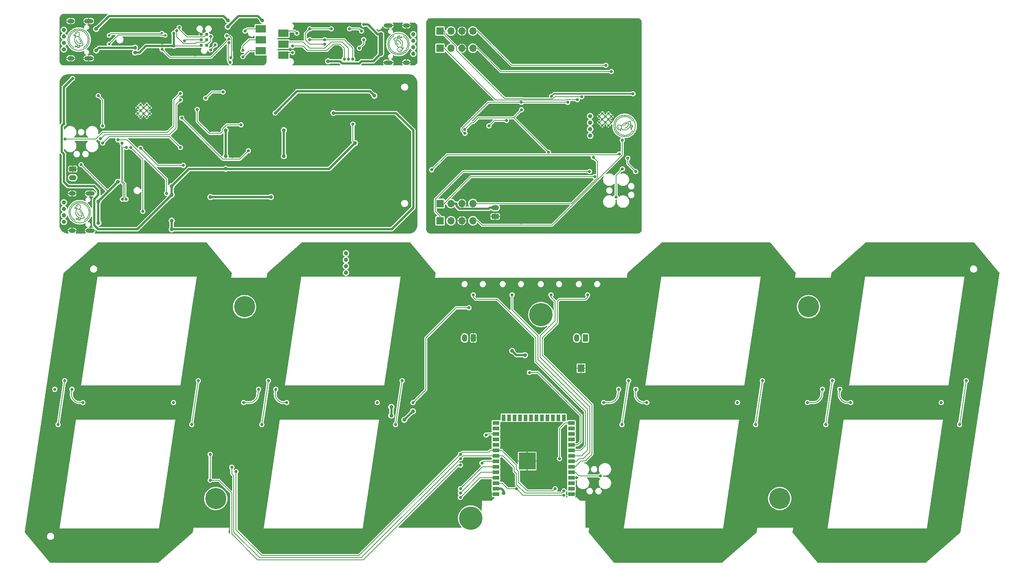
<source format=gbr>
G04 #@! TF.GenerationSoftware,KiCad,Pcbnew,7.0.4-40-g0180cb380f*
G04 #@! TF.CreationDate,2023-05-29T16:48:41-07:00*
G04 #@! TF.ProjectId,SevenSegment,53657665-6e53-4656-976d-656e742e6b69,rev?*
G04 #@! TF.SameCoordinates,Original*
G04 #@! TF.FileFunction,Copper,L2,Bot*
G04 #@! TF.FilePolarity,Positive*
%FSLAX46Y46*%
G04 Gerber Fmt 4.6, Leading zero omitted, Abs format (unit mm)*
G04 Created by KiCad (PCBNEW 7.0.4-40-g0180cb380f) date 2023-05-29 16:48:41*
%MOMM*%
%LPD*%
G01*
G04 APERTURE LIST*
G04 Aperture macros list*
%AMRoundRect*
0 Rectangle with rounded corners*
0 $1 Rounding radius*
0 $2 $3 $4 $5 $6 $7 $8 $9 X,Y pos of 4 corners*
0 Add a 4 corners polygon primitive as box body*
4,1,4,$2,$3,$4,$5,$6,$7,$8,$9,$2,$3,0*
0 Add four circle primitives for the rounded corners*
1,1,$1+$1,$2,$3*
1,1,$1+$1,$4,$5*
1,1,$1+$1,$6,$7*
1,1,$1+$1,$8,$9*
0 Add four rect primitives between the rounded corners*
20,1,$1+$1,$2,$3,$4,$5,0*
20,1,$1+$1,$4,$5,$6,$7,0*
20,1,$1+$1,$6,$7,$8,$9,0*
20,1,$1+$1,$8,$9,$2,$3,0*%
G04 Aperture macros list end*
G04 #@! TA.AperFunction,EtchedComponent*
%ADD10C,0.200000*%
G04 #@! TD*
G04 #@! TA.AperFunction,EtchedComponent*
%ADD11C,0.160000*%
G04 #@! TD*
G04 #@! TA.AperFunction,EtchedComponent*
%ADD12C,0.500000*%
G04 #@! TD*
G04 #@! TA.AperFunction,HeatsinkPad*
%ADD13C,0.600000*%
G04 #@! TD*
G04 #@! TA.AperFunction,ComponentPad*
%ADD14C,0.800000*%
G04 #@! TD*
G04 #@! TA.AperFunction,ComponentPad*
%ADD15C,5.400000*%
G04 #@! TD*
G04 #@! TA.AperFunction,ComponentPad*
%ADD16R,1.700000X1.700000*%
G04 #@! TD*
G04 #@! TA.AperFunction,ComponentPad*
%ADD17O,1.700000X1.700000*%
G04 #@! TD*
G04 #@! TA.AperFunction,ComponentPad*
%ADD18C,0.500000*%
G04 #@! TD*
G04 #@! TA.AperFunction,SMDPad,CuDef*
%ADD19R,1.600000X1.800000*%
G04 #@! TD*
G04 #@! TA.AperFunction,SMDPad,CuDef*
%ADD20R,2.340000X1.700000*%
G04 #@! TD*
G04 #@! TA.AperFunction,ComponentPad*
%ADD21RoundRect,0.250000X0.625000X-0.350000X0.625000X0.350000X-0.625000X0.350000X-0.625000X-0.350000X0*%
G04 #@! TD*
G04 #@! TA.AperFunction,ComponentPad*
%ADD22O,1.750000X1.200000*%
G04 #@! TD*
G04 #@! TA.AperFunction,ComponentPad*
%ADD23O,2.100000X1.000000*%
G04 #@! TD*
G04 #@! TA.AperFunction,ComponentPad*
%ADD24O,1.600000X1.000000*%
G04 #@! TD*
G04 #@! TA.AperFunction,ComponentPad*
%ADD25RoundRect,0.250000X-0.625000X0.350000X-0.625000X-0.350000X0.625000X-0.350000X0.625000X0.350000X0*%
G04 #@! TD*
G04 #@! TA.AperFunction,ComponentPad*
%ADD26RoundRect,0.250000X0.350000X0.625000X-0.350000X0.625000X-0.350000X-0.625000X0.350000X-0.625000X0*%
G04 #@! TD*
G04 #@! TA.AperFunction,ComponentPad*
%ADD27O,1.200000X1.750000*%
G04 #@! TD*
G04 #@! TA.AperFunction,SMDPad,CuDef*
%ADD28R,1.500000X0.900000*%
G04 #@! TD*
G04 #@! TA.AperFunction,SMDPad,CuDef*
%ADD29R,0.900000X1.500000*%
G04 #@! TD*
G04 #@! TA.AperFunction,SMDPad,CuDef*
%ADD30R,3.900000X3.900000*%
G04 #@! TD*
G04 #@! TA.AperFunction,ConnectorPad*
%ADD31C,0.787400*%
G04 #@! TD*
G04 #@! TA.AperFunction,ViaPad*
%ADD32C,4.900000*%
G04 #@! TD*
G04 #@! TA.AperFunction,ViaPad*
%ADD33C,0.900000*%
G04 #@! TD*
G04 #@! TA.AperFunction,ViaPad*
%ADD34C,0.700000*%
G04 #@! TD*
G04 #@! TA.AperFunction,ViaPad*
%ADD35C,0.600000*%
G04 #@! TD*
G04 #@! TA.AperFunction,Conductor*
%ADD36C,0.500000*%
G04 #@! TD*
G04 #@! TA.AperFunction,Conductor*
%ADD37C,0.200000*%
G04 #@! TD*
G04 #@! TA.AperFunction,Conductor*
%ADD38C,0.150000*%
G04 #@! TD*
G04 #@! TA.AperFunction,Conductor*
%ADD39C,0.300000*%
G04 #@! TD*
G04 #@! TA.AperFunction,Conductor*
%ADD40C,1.000000*%
G04 #@! TD*
G04 #@! TA.AperFunction,Conductor*
%ADD41C,0.160000*%
G04 #@! TD*
G04 APERTURE END LIST*
D10*
X-124088400Y-103771400D02*
G75*
G03*
X-124088400Y-103771400I-562500J0D01*
G01*
X-121838400Y-105021400D02*
G75*
G03*
X-121838400Y-105021400I-2500000J0D01*
G01*
X-123244650Y-106915829D02*
G75*
G03*
X-125432149Y-106915830I-1093750J1894429D01*
G01*
D11*
X-125517237Y-104130248D02*
G75*
G03*
X-125207579Y-103852114I-239013J577548D01*
G01*
X-125158458Y-106582850D02*
G75*
G03*
X-125158458Y-106457850I-2J62500D01*
G01*
X-124658586Y-106582776D02*
G75*
G03*
X-125158458Y-106457850I-468494J-812064D01*
G01*
X-125158458Y-106707850D02*
G75*
G03*
X-125158458Y-106582850I-2J62500D01*
G01*
X-125517243Y-104130100D02*
G75*
G03*
X-125101605Y-104107957I176463J599620D01*
G01*
X-124717660Y-103614048D02*
G75*
G03*
X-124959140Y-103614048I-120740J-32352D01*
G01*
X-125158311Y-106707856D02*
G75*
G03*
X-124658458Y-106582850I31231J936986D01*
G01*
X-124625157Y-106790305D02*
G75*
G03*
X-124625157Y-106665305I0J62500D01*
G01*
X-124125285Y-106790232D02*
G75*
G03*
X-124625157Y-106665305I-468495J-812058D01*
G01*
X-124625157Y-106915305D02*
G75*
G03*
X-124625157Y-106790305I0J62500D01*
G01*
X-123764563Y-105978746D02*
G75*
G03*
X-124325004Y-104778333I-1240717J151776D01*
G01*
X-124625010Y-106915310D02*
G75*
G03*
X-124125157Y-106790304I31233J936983D01*
G01*
D10*
X-124369650Y-104258539D02*
G75*
G03*
X-124034894Y-104629939I1077147J634308D01*
G01*
X-123529035Y-105568961D02*
G75*
G03*
X-124034894Y-104629940I-1248215J-66659D01*
G01*
D11*
X-124914346Y-105022134D02*
G75*
G03*
X-123764588Y-105978954I1215548J291446D01*
G01*
D10*
X-123529035Y-105568962D02*
G75*
G03*
X-123266202Y-106271400I1248218J66659D01*
G01*
X-125275807Y-105043851D02*
X-125233435Y-104747350D01*
X-125240931Y-105351067D02*
X-125275807Y-105043851D01*
X-125233435Y-104747350D02*
X-125116454Y-104480030D01*
X-125130979Y-105649867D02*
X-125240931Y-105351067D01*
X-125116454Y-104480030D02*
X-124932150Y-104258539D01*
X-124952798Y-105921641D02*
X-125130979Y-105649867D01*
X-124720958Y-106582850D02*
X-124612102Y-106223997D01*
X-124717485Y-106149465D02*
X-124952798Y-105921641D01*
X-124439695Y-106319151D02*
X-124717485Y-106149465D01*
X-124187657Y-106790305D02*
X-124138400Y-106417110D01*
X-124138400Y-106417110D02*
X-124126396Y-106168314D01*
X-124136727Y-106420130D02*
X-124439695Y-106319151D01*
X-123827450Y-106446115D02*
X-124136727Y-106420130D01*
X-123531123Y-106395487D02*
X-123827450Y-106446115D01*
X-123266202Y-106271400D02*
X-123531123Y-106395487D01*
D12*
X-62345000Y-119050000D02*
G75*
G03*
X-62345000Y-119050000I-250000J0D01*
G01*
X-62345000Y-117550000D02*
G75*
G03*
X-62345000Y-117550000I-250000J0D01*
G01*
X-62345000Y-116050000D02*
G75*
G03*
X-62345000Y-116050000I-250000J0D01*
G01*
X-62345000Y-114550000D02*
G75*
G03*
X-62345000Y-114550000I-250000J0D01*
G01*
X-127750000Y-67250000D02*
G75*
G03*
X-127750000Y-67250000I-250000J0D01*
G01*
X-127750000Y-65750000D02*
G75*
G03*
X-127750000Y-65750000I-250000J0D01*
G01*
X-127750000Y-64250000D02*
G75*
G03*
X-127750000Y-64250000I-250000J0D01*
G01*
X-127750000Y-62750000D02*
G75*
G03*
X-127750000Y-62750000I-250000J0D01*
G01*
X-5750000Y-82750000D02*
G75*
G03*
X-5750000Y-82750000I-250000J0D01*
G01*
X-5750000Y-84250000D02*
G75*
G03*
X-5750000Y-84250000I-250000J0D01*
G01*
X-5750000Y-85750000D02*
G75*
G03*
X-5750000Y-85750000I-250000J0D01*
G01*
X-5750000Y-87250000D02*
G75*
G03*
X-5750000Y-87250000I-250000J0D01*
G01*
D10*
X3250000Y-83927802D02*
X3374087Y-84192723D01*
X3374087Y-84192723D02*
X3424715Y-84489050D01*
X3424715Y-84489050D02*
X3398730Y-84798327D01*
X3398730Y-84798327D02*
X3297751Y-85101295D01*
X3395710Y-84800000D02*
X3146914Y-84787996D01*
X3768905Y-84849257D02*
X3395710Y-84800000D01*
X3297751Y-85101295D02*
X3128065Y-85379085D01*
X3128065Y-85379085D02*
X2900241Y-85614398D01*
X3561450Y-85382558D02*
X3202597Y-85273702D01*
X2900241Y-85614398D02*
X2628467Y-85792579D01*
X1458630Y-85778054D02*
X1237139Y-85593750D01*
X2628467Y-85792579D02*
X2329667Y-85902531D01*
X1725950Y-85895035D02*
X1458630Y-85778054D01*
X2329667Y-85902531D02*
X2022451Y-85937407D01*
X2022451Y-85937407D02*
X1725950Y-85895035D01*
X2547562Y-84190635D02*
G75*
G03*
X3250000Y-83927802I-66659J1248218D01*
G01*
D11*
X2000734Y-85575946D02*
G75*
G03*
X2957554Y-84426188I-291446J1215548D01*
G01*
D10*
X2547561Y-84190635D02*
G75*
G03*
X1608540Y-84696494I66659J-1248215D01*
G01*
X1237139Y-85031250D02*
G75*
G03*
X1608539Y-84696494I-634308J1077147D01*
G01*
D11*
X3893910Y-85286610D02*
G75*
G03*
X3768904Y-84786757I-936983J31233D01*
G01*
X2957346Y-84426163D02*
G75*
G03*
X1756933Y-84986604I-151776J-1240717D01*
G01*
X3893905Y-85286757D02*
G75*
G03*
X3768905Y-85286757I-62500J0D01*
G01*
X3768832Y-84786885D02*
G75*
G03*
X3643905Y-85286757I812058J-468495D01*
G01*
X3768905Y-85286757D02*
G75*
G03*
X3643905Y-85286757I-62500J0D01*
G01*
X3686456Y-85819911D02*
G75*
G03*
X3561450Y-85320058I-936986J31231D01*
G01*
X592648Y-85379260D02*
G75*
G03*
X592648Y-85620740I32352J-120740D01*
G01*
X1108706Y-86178845D02*
G75*
G03*
X1086556Y-85763205I-599646J176455D01*
G01*
X3686450Y-85820058D02*
G75*
G03*
X3561450Y-85820058I-62500J-2D01*
G01*
X3561376Y-85320186D02*
G75*
G03*
X3436450Y-85820058I812064J-468494D01*
G01*
X3561450Y-85820058D02*
G75*
G03*
X3436450Y-85820058I-62500J-2D01*
G01*
X1108852Y-86178835D02*
G75*
G03*
X830714Y-85869178I-577552J-239025D01*
G01*
D10*
X3894429Y-83906250D02*
G75*
G03*
X3894430Y-86093749I-1894429J-1093750D01*
G01*
X4500000Y-85000000D02*
G75*
G03*
X4500000Y-85000000I-2500000J0D01*
G01*
X1312500Y-85312500D02*
G75*
G03*
X1312500Y-85312500I-562500J0D01*
G01*
X-51496252Y-64749266D02*
X-51231331Y-64625179D01*
X-51231331Y-64625179D02*
X-50935004Y-64574551D01*
X-50935004Y-64574551D02*
X-50625727Y-64600536D01*
X-50625727Y-64600536D02*
X-50322759Y-64701515D01*
X-50624054Y-64603556D02*
X-50636058Y-64852352D01*
X-50574797Y-64230361D02*
X-50624054Y-64603556D01*
X-50322759Y-64701515D02*
X-50044969Y-64871201D01*
X-50044969Y-64871201D02*
X-49809656Y-65099025D01*
X-50041496Y-64437816D02*
X-50150352Y-64796669D01*
X-49809656Y-65099025D02*
X-49631475Y-65370799D01*
X-49646000Y-66540636D02*
X-49830304Y-66762127D01*
X-49631475Y-65370799D02*
X-49521523Y-65669599D01*
X-49529019Y-66273316D02*
X-49646000Y-66540636D01*
X-49521523Y-65669599D02*
X-49486647Y-65976815D01*
X-49486647Y-65976815D02*
X-49529019Y-66273316D01*
X-51233419Y-65451704D02*
G75*
G03*
X-51496252Y-64749266I-1248218J-66659D01*
G01*
D11*
X-49848108Y-65998532D02*
G75*
G03*
X-50997866Y-65041712I-1215548J-291446D01*
G01*
D10*
X-51233419Y-65451705D02*
G75*
G03*
X-50727560Y-66390726I1248215J66659D01*
G01*
X-50392804Y-66762127D02*
G75*
G03*
X-50727560Y-66390727I-1077147J-634308D01*
G01*
D11*
X-50137444Y-64105356D02*
G75*
G03*
X-50637297Y-64230362I-31233J-936983D01*
G01*
X-50997896Y-65041919D02*
G75*
G03*
X-50437450Y-66242333I1240732J-151767D01*
G01*
X-50137297Y-64105361D02*
G75*
G03*
X-50137297Y-64230361I0J-62500D01*
G01*
X-50637169Y-64230434D02*
G75*
G03*
X-50137297Y-64355361I468495J812058D01*
G01*
X-50137297Y-64230361D02*
G75*
G03*
X-50137297Y-64355361I0J-62500D01*
G01*
X-49604143Y-64312810D02*
G75*
G03*
X-50103996Y-64437816I-31231J-936986D01*
G01*
X-50044794Y-67406618D02*
G75*
G03*
X-49803314Y-67406618I120740J32352D01*
G01*
X-49245211Y-66890564D02*
G75*
G03*
X-49660849Y-66912709I-176463J-599602D01*
G01*
X-49603996Y-64312816D02*
G75*
G03*
X-49603996Y-64437816I2J-62500D01*
G01*
X-50103868Y-64437890D02*
G75*
G03*
X-49603996Y-64562816I468494J812064D01*
G01*
X-49603996Y-64437816D02*
G75*
G03*
X-49603996Y-64562816I2J-62500D01*
G01*
X-49245217Y-66890418D02*
G75*
G03*
X-49554876Y-67168552I239003J-577538D01*
G01*
D10*
X-51517804Y-64104837D02*
G75*
G03*
X-49330305Y-64104836I1093750J-1894429D01*
G01*
X-47924054Y-65999266D02*
G75*
G03*
X-47924054Y-65999266I-2500000J0D01*
G01*
X-49549054Y-67249266D02*
G75*
G03*
X-49549054Y-67249266I-562500J0D01*
G01*
D12*
X-127750000Y-102750000D02*
G75*
G03*
X-127750000Y-102750000I-250000J0D01*
G01*
X-127750000Y-104250000D02*
G75*
G03*
X-127750000Y-104250000I-250000J0D01*
G01*
X-127750000Y-105750000D02*
G75*
G03*
X-127750000Y-105750000I-250000J0D01*
G01*
X-127750000Y-107250000D02*
G75*
G03*
X-127750000Y-107250000I-250000J0D01*
G01*
D10*
X-123503702Y-66250700D02*
X-123768623Y-66374787D01*
X-123768623Y-66374787D02*
X-124064950Y-66425415D01*
X-124064950Y-66425415D02*
X-124374227Y-66399430D01*
X-124374227Y-66399430D02*
X-124677195Y-66298451D01*
X-124375900Y-66396410D02*
X-124363896Y-66147614D01*
X-124425157Y-66769605D02*
X-124375900Y-66396410D01*
X-124677195Y-66298451D02*
X-124954985Y-66128765D01*
X-124954985Y-66128765D02*
X-125190298Y-65900941D01*
X-124958458Y-66562150D02*
X-124849602Y-66203297D01*
X-125190298Y-65900941D02*
X-125368479Y-65629167D01*
X-125353954Y-64459330D02*
X-125169650Y-64237839D01*
X-125368479Y-65629167D02*
X-125478431Y-65330367D01*
X-125470935Y-64726650D02*
X-125353954Y-64459330D01*
X-125478431Y-65330367D02*
X-125513307Y-65023151D01*
X-125513307Y-65023151D02*
X-125470935Y-64726650D01*
X-123766535Y-65548262D02*
G75*
G03*
X-123503702Y-66250700I1248218J66659D01*
G01*
D11*
X-125151846Y-65001434D02*
G75*
G03*
X-124002088Y-65958254I1215548J291446D01*
G01*
D10*
X-123766535Y-65548261D02*
G75*
G03*
X-124272394Y-64609240I-1248215J-66659D01*
G01*
X-124607150Y-64237839D02*
G75*
G03*
X-124272394Y-64609239I1077147J634308D01*
G01*
D11*
X-124862510Y-66894610D02*
G75*
G03*
X-124362657Y-66769604I31233J936983D01*
G01*
X-124002063Y-65958046D02*
G75*
G03*
X-124562504Y-64757633I-1240717J151776D01*
G01*
X-124862657Y-66894605D02*
G75*
G03*
X-124862657Y-66769605I0J62500D01*
G01*
X-124362785Y-66769532D02*
G75*
G03*
X-124862657Y-66644605I-468495J-812058D01*
G01*
X-124862657Y-66769605D02*
G75*
G03*
X-124862657Y-66644605I0J62500D01*
G01*
X-125395811Y-66687156D02*
G75*
G03*
X-124895958Y-66562150I31231J936986D01*
G01*
X-124955160Y-63593348D02*
G75*
G03*
X-125196640Y-63593348I-120740J-32352D01*
G01*
X-125754745Y-64109406D02*
G75*
G03*
X-125339105Y-64087256I176455J599646D01*
G01*
X-125395958Y-66687150D02*
G75*
G03*
X-125395958Y-66562150I-2J62500D01*
G01*
X-124896086Y-66562076D02*
G75*
G03*
X-125395958Y-66437150I-468494J-812064D01*
G01*
X-125395958Y-66562150D02*
G75*
G03*
X-125395958Y-66437150I-2J62500D01*
G01*
X-125754737Y-64109548D02*
G75*
G03*
X-125445078Y-63831414I-239003J577538D01*
G01*
D10*
X-123482150Y-66895129D02*
G75*
G03*
X-125669649Y-66895130I-1093750J1894429D01*
G01*
X-122075900Y-65000700D02*
G75*
G03*
X-122075900Y-65000700I-2500000J0D01*
G01*
X-124325900Y-63750700D02*
G75*
G03*
X-124325900Y-63750700I-562500J0D01*
G01*
D12*
X-46750000Y-63750000D02*
G75*
G03*
X-46750000Y-63750000I-250000J0D01*
G01*
X-46750000Y-65250000D02*
G75*
G03*
X-46750000Y-65250000I-250000J0D01*
G01*
X-46750000Y-66750000D02*
G75*
G03*
X-46750000Y-66750000I-250000J0D01*
G01*
X-46750000Y-68250000D02*
G75*
G03*
X-46750000Y-68250000I-250000J0D01*
G01*
D13*
X-108100000Y-82160000D03*
X-108100000Y-80760000D03*
X-108800000Y-82860000D03*
X-108800000Y-81460000D03*
X-108800000Y-80060000D03*
X-109500000Y-82160000D03*
X-109500000Y-80760000D03*
X-110200000Y-82860000D03*
X-110200000Y-81460000D03*
X-110200000Y-80060000D03*
X-110900000Y-82160000D03*
X-110900000Y-80760000D03*
X-1760000Y-82100000D03*
X-3160000Y-82100000D03*
X-1060000Y-82800000D03*
X-2460000Y-82800000D03*
X-3860000Y-82800000D03*
X-1760000Y-83500000D03*
X-3160000Y-83500000D03*
X-1060000Y-84200000D03*
X-2460000Y-84200000D03*
X-3860000Y-84200000D03*
X-1760000Y-84900000D03*
X-3160000Y-84900000D03*
D14*
X-19405000Y-128780000D03*
X-18811891Y-127348109D03*
X-18811891Y-130211891D03*
X-17380000Y-126755000D03*
D15*
X-17380000Y-128780000D03*
D14*
X-17380000Y-130805000D03*
X-15948109Y-127348109D03*
X-15948109Y-130211891D03*
X-15355000Y-128780000D03*
D16*
X-40800000Y-107000000D03*
D17*
X-38260000Y-107000000D03*
X-35720000Y-107000000D03*
X-33180000Y-107000000D03*
D16*
X-40800000Y-63000000D03*
D17*
X-38260000Y-63000000D03*
X-35720000Y-63000000D03*
X-33180000Y-63000000D03*
D18*
X-8630000Y-140550000D03*
X-8630000Y-141850000D03*
D19*
X-8080000Y-141200000D03*
D18*
X-7530000Y-140550000D03*
X-7530000Y-141850000D03*
D20*
X-77130000Y-68545000D03*
X-77130000Y-66005000D03*
X-77130000Y-63465000D03*
D21*
X-28000000Y-106000000D03*
D22*
X-28000000Y-104000000D03*
D23*
X-52780000Y-70320000D03*
D24*
X-48600000Y-70320000D03*
D23*
X-52780000Y-61680000D03*
D24*
X-48600000Y-61680000D03*
D16*
X-40800000Y-103000000D03*
D17*
X-38260000Y-103000000D03*
X-35720000Y-103000000D03*
X-33180000Y-103000000D03*
D14*
X-35705000Y-176000000D03*
X-35111891Y-174568109D03*
X-35111891Y-177431891D03*
X-33680000Y-173975000D03*
D15*
X-33680000Y-176000000D03*
D14*
X-33680000Y-178025000D03*
X-32248109Y-174568109D03*
X-32248109Y-177431891D03*
X-31655000Y-176000000D03*
D24*
X-126075000Y-109320000D03*
D23*
X-121895000Y-109320000D03*
D24*
X-126075000Y-100680000D03*
D23*
X-121895000Y-100680000D03*
D20*
X-82370000Y-62460000D03*
X-82370000Y-65000000D03*
X-82370000Y-67540000D03*
D22*
X-125950000Y-97000000D03*
D25*
X-125950000Y-95000000D03*
D23*
X-122220000Y-60680000D03*
D24*
X-126400000Y-60680000D03*
D23*
X-122220000Y-69320000D03*
D24*
X-126400000Y-69320000D03*
D16*
X-40800000Y-67000000D03*
D17*
X-38260000Y-67000000D03*
X-35720000Y-67000000D03*
X-33180000Y-67000000D03*
D26*
X-7080000Y-134200000D03*
D27*
X-9080000Y-134200000D03*
D26*
X-33080000Y-134200000D03*
D27*
X-35080000Y-134200000D03*
D28*
X-27830000Y-170460000D03*
X-27830000Y-169190000D03*
X-27830000Y-167920000D03*
X-27830000Y-166650000D03*
X-27830000Y-165380000D03*
X-27830000Y-164110000D03*
X-27830000Y-162840000D03*
X-27830000Y-161570000D03*
X-27830000Y-160300000D03*
X-27830000Y-159030000D03*
X-27830000Y-157760000D03*
X-27830000Y-156490000D03*
X-27830000Y-155220000D03*
X-27830000Y-153950000D03*
D29*
X-26065000Y-152700000D03*
X-24795000Y-152700000D03*
X-23525000Y-152700000D03*
X-22255000Y-152700000D03*
X-20985000Y-152700000D03*
X-19715000Y-152700000D03*
X-18445000Y-152700000D03*
X-17175000Y-152700000D03*
X-15905000Y-152700000D03*
X-14635000Y-152700000D03*
X-13365000Y-152700000D03*
X-12095000Y-152700000D03*
D28*
X-10330000Y-153950000D03*
X-10330000Y-155220000D03*
X-10330000Y-156490000D03*
X-10330000Y-157760000D03*
X-10330000Y-159030000D03*
X-10330000Y-160300000D03*
X-10330000Y-161570000D03*
X-10330000Y-162840000D03*
X-10330000Y-164110000D03*
X-10330000Y-165380000D03*
X-10330000Y-166650000D03*
X-10330000Y-167920000D03*
X-10330000Y-169190000D03*
X-10330000Y-170460000D03*
D13*
X-21980000Y-162040000D03*
X-21980000Y-163440000D03*
X-21280000Y-161340000D03*
X-21280000Y-162740000D03*
X-21280000Y-164140000D03*
X-20580000Y-162040000D03*
D30*
X-20580000Y-162740000D03*
D13*
X-20580000Y-163440000D03*
X-19880000Y-161340000D03*
X-19880000Y-162740000D03*
X-19880000Y-164140000D03*
X-19180000Y-162040000D03*
X-19180000Y-163440000D03*
D31*
X-96135000Y-66270000D03*
X-94865000Y-66270000D03*
X-96135000Y-65000000D03*
X-94865000Y-65000000D03*
X-96135000Y-63730000D03*
X-94865000Y-63730000D03*
D32*
X-92792000Y-171450000D03*
X-86118000Y-126950000D03*
X37958000Y-171450000D03*
X44632000Y-126950000D03*
D33*
X-108000000Y-101000000D03*
D34*
X-25372000Y-124100000D03*
X-132383000Y-170100000D03*
D33*
X-86500000Y-60500000D03*
D34*
X-130658000Y-158600000D03*
D33*
X-113500000Y-69000000D03*
D34*
X76600000Y-115550000D03*
X-85133000Y-170100000D03*
X-124760000Y-182850000D03*
X-33776100Y-87800100D03*
D33*
X-70000000Y-69000000D03*
X-83750000Y-104750000D03*
X-32080000Y-170200000D03*
X-19080000Y-168200000D03*
X-85000000Y-86000000D03*
D34*
X-58500000Y-63750000D03*
D33*
X-107000000Y-99000000D03*
D34*
X29350000Y-115550000D03*
D33*
X-59000000Y-95000000D03*
D34*
X-85898100Y-69604800D03*
X-36500000Y-83000000D03*
D33*
X-94000000Y-86000000D03*
D34*
X82498000Y-139800000D03*
X-42080000Y-162200000D03*
D33*
X-119000000Y-65000000D03*
D34*
X63740000Y-182850000D03*
X-126000000Y-78000000D03*
D33*
X-59000000Y-99000000D03*
D34*
X1559700Y-68266200D03*
X-40062900Y-91659900D03*
D33*
X-107000000Y-96000000D03*
D34*
X50597000Y-136900000D03*
D33*
X-59000000Y-68500000D03*
X-126500000Y-92000000D03*
D34*
X30267000Y-173000000D03*
D33*
X-92000000Y-63000000D03*
D34*
X35248000Y-139800000D03*
D33*
X-81250000Y-78250000D03*
X-82250000Y-104750000D03*
D34*
X-37753600Y-85068500D03*
X18850000Y-115550000D03*
D33*
X-66000000Y-85000000D03*
D34*
X-51250000Y-89750000D03*
X-98757000Y-161500000D03*
X53240000Y-182850000D03*
D33*
X-117000000Y-97000000D03*
D34*
X-15269400Y-104959300D03*
D33*
X-87500000Y-78250000D03*
D34*
X-80152000Y-136900000D03*
D33*
X-82000000Y-69500000D03*
D34*
X-59130000Y-148750000D03*
X-105250000Y-65750000D03*
X-108500000Y-60500000D03*
X-13080000Y-165200000D03*
D33*
X-93750000Y-104750000D03*
D34*
X-92500000Y-65000000D03*
X66100000Y-115550000D03*
X61120000Y-148750000D03*
D33*
X-110000000Y-65500000D03*
X-93000000Y-97000000D03*
D34*
X24370000Y-148750000D03*
D33*
X-14080000Y-148200000D03*
X-92000000Y-86000000D03*
D34*
X-100750000Y-67750000D03*
X-96500000Y-60500000D03*
X-67010000Y-182850000D03*
D33*
X-62000000Y-107500000D03*
D34*
X-100483000Y-173000000D03*
D33*
X-16080000Y-135200000D03*
D34*
X-25237500Y-82350400D03*
X13870000Y-148750000D03*
X-22922000Y-124100000D03*
D33*
X-89000000Y-92000000D03*
D34*
X-42807500Y-91659900D03*
X-28775000Y-89247800D03*
D33*
X-75000000Y-64000000D03*
D34*
X77517000Y-173000000D03*
D33*
X-52000000Y-107500000D03*
D34*
X-25715000Y-164550000D03*
X79243000Y-161500000D03*
X-114260000Y-182850000D03*
D33*
X-4080000Y-149200000D03*
X-87000000Y-104750000D03*
X-117000000Y-101000000D03*
D34*
X5260000Y-82800000D03*
D33*
X-13080000Y-149200000D03*
D34*
X16490000Y-182850000D03*
X-31256500Y-84057300D03*
X-47080000Y-170700000D03*
X-116880000Y-148750000D03*
X-108500000Y-69500000D03*
X-101400000Y-115550000D03*
D33*
X-20080000Y-135200000D03*
X-10080000Y-144200000D03*
D34*
X31992000Y-161500000D03*
D33*
X-118000000Y-105000000D03*
D34*
X-34205000Y-124100000D03*
X-51250000Y-94250000D03*
X5990000Y-182850000D03*
X-93777000Y-128300000D03*
X-90080000Y-161200000D03*
X52323000Y-125400000D03*
D33*
X-39080000Y-146200000D03*
X-62000000Y-65000000D03*
X-79000000Y-97000000D03*
X-65000000Y-85000000D03*
X-84250000Y-78250000D03*
D34*
X-97500000Y-68500000D03*
D33*
X-81000000Y-86000000D03*
X-59000000Y-93000000D03*
D34*
X-90080000Y-167200000D03*
X-125677000Y-125400000D03*
D33*
X-29080000Y-146200000D03*
D34*
X-104250000Y-62250000D03*
X71620000Y-148750000D03*
X5215000Y-74673500D03*
X-31755000Y-124100000D03*
D33*
X-59000000Y-91000000D03*
D34*
X-25637100Y-81169500D03*
X5073000Y-125400000D03*
D33*
X-108000000Y-102000000D03*
D34*
X-99750000Y-63250000D03*
D33*
X-64000000Y-67000000D03*
D34*
X-1632000Y-170100000D03*
X-123500000Y-75000000D03*
X-12750000Y-70247500D03*
D33*
X-107000000Y-109000000D03*
X-70000000Y-75000000D03*
D34*
X36973000Y-128300000D03*
D33*
X-90250000Y-78250000D03*
D34*
X-38000000Y-82000000D03*
X-111900000Y-115550000D03*
X-61500000Y-61500000D03*
X-95502000Y-139800000D03*
D33*
X-92250000Y-78250000D03*
D34*
X-77510000Y-182850000D03*
X-115000000Y-108000000D03*
X-78427000Y-125400000D03*
X-93887000Y-68251000D03*
X84223000Y-128300000D03*
X3348000Y-136900000D03*
X-24603600Y-77785600D03*
D33*
X-80250000Y-104750000D03*
X-59000000Y-87000000D03*
D34*
X-16080000Y-138200000D03*
X-30890000Y-127150000D03*
D33*
X-119000000Y-74000000D03*
D34*
X-69630000Y-148750000D03*
X-28449700Y-75160800D03*
X-21545000Y-136750000D03*
X-48253000Y-139800000D03*
X-7705000Y-124100000D03*
D33*
X-59000000Y-97000000D03*
X-79000000Y-92000000D03*
D34*
X-53233000Y-173000000D03*
X-54150000Y-115550000D03*
X-126000000Y-82000000D03*
X-106380000Y-148750000D03*
D33*
X-82000000Y-96000000D03*
D34*
X-115750000Y-60500000D03*
X93000Y-158600000D03*
D33*
X-79000000Y-86000000D03*
D34*
X-51508000Y-161500000D03*
D33*
X-5080000Y-148200000D03*
D34*
X-5255000Y-124100000D03*
D33*
X-56000000Y-66000000D03*
D34*
X45617000Y-170100000D03*
D33*
X-72000000Y-107500000D03*
D34*
X-16538000Y-124100000D03*
D33*
X-115000000Y-101000000D03*
X-89000000Y-97000000D03*
D34*
X47342000Y-158600000D03*
X-46528000Y-128300000D03*
X-8580000Y-169700000D03*
D33*
X-97000000Y-74000000D03*
X-60000000Y-78000000D03*
D34*
X-6293500Y-70247500D03*
X-127403000Y-136900000D03*
D33*
X-115000000Y-103000000D03*
D34*
X-83408000Y-158600000D03*
X-126000000Y-76000000D03*
D33*
X-65500000Y-96000000D03*
D34*
X-14088000Y-124100000D03*
D33*
X-70000000Y-78000000D03*
D34*
X-7890000Y-127150000D03*
X-64650000Y-115550000D03*
X-21992500Y-107423400D03*
D33*
X-24080000Y-137200000D03*
X-103000000Y-107000000D03*
X-65500000Y-82000000D03*
X-49080000Y-153200000D03*
X-47080000Y-151200000D03*
X-52080000Y-150200000D03*
X-52080000Y-152200000D03*
X-21080000Y-138200000D03*
X-103000000Y-109000000D03*
D34*
X-11191800Y-79537700D03*
X-35000000Y-86727600D03*
X-21947200Y-79527300D03*
X-36080000Y-162200000D03*
X-12080000Y-169700000D03*
X-89080000Y-164200000D03*
X-88080000Y-165200000D03*
X-36080000Y-161200000D03*
X-35086400Y-85863100D03*
X-21920700Y-81250000D03*
X-15653600Y-91112400D03*
X-14080000Y-169200000D03*
X-20080000Y-142200000D03*
X-23080000Y-169200000D03*
X-120000000Y-78000000D03*
X4562400Y-95606600D03*
X2720000Y-92498200D03*
X-12080000Y-170700000D03*
X-119000000Y-85000000D03*
X-94080000Y-167200000D03*
D33*
X-90500000Y-92000000D03*
D34*
X-14956100Y-78145500D03*
D33*
X-103000000Y-101000000D03*
D34*
X-94080000Y-161200000D03*
X-36080000Y-163700000D03*
X-60992000Y-84574500D03*
D33*
X-111500000Y-68000000D03*
D34*
X-126000000Y-74000000D03*
D33*
X-90500000Y-94950000D03*
X-90500000Y-86000000D03*
D34*
X-102500000Y-66500000D03*
D33*
X-26080000Y-170200000D03*
D34*
X-102500000Y-63500000D03*
X3952500Y-77570400D03*
D33*
X-103000000Y-99000000D03*
D34*
X-128000000Y-84500000D03*
D33*
X-60500000Y-89000000D03*
D34*
X-36080000Y-171200000D03*
X-36080000Y-170200000D03*
X-6580000Y-124200000D03*
X-15080000Y-124200000D03*
X-110235800Y-90161600D03*
X-100303600Y-94176100D03*
X-109700400Y-104824800D03*
X-112458200Y-89976800D03*
X-24080000Y-124200000D03*
X-36080000Y-169200000D03*
X-115466600Y-88252500D03*
X-104177800Y-100634100D03*
X-33080000Y-124200000D03*
X-130115000Y-146100000D03*
X81185000Y-144100000D03*
X79655000Y-154300000D03*
X-13080000Y-162200000D03*
X-119000000Y-89000000D03*
X-101000000Y-90000000D03*
X-3580000Y-166200000D03*
X-101000000Y-79000000D03*
X-119500000Y-88000000D03*
X0Y-101500000D03*
X-101000000Y-77500000D03*
X-9080000Y-166650000D03*
X1500000Y-95000000D03*
X-127740500Y-88094000D03*
X48655000Y-154300000D03*
X50185000Y-144100000D03*
X51885000Y-146100000D03*
X54420000Y-149200000D03*
X75420000Y-149200000D03*
X635000Y-146100000D03*
X-2830000Y-149200000D03*
X-98345000Y-154300000D03*
X-96815000Y-144100000D03*
X-127815000Y-144100000D03*
X-129345000Y-154300000D03*
X-126115000Y-146100000D03*
X-123580000Y-149200000D03*
X-86330000Y-149200000D03*
X-82865000Y-146100000D03*
X-102580000Y-149200000D03*
X-49565000Y-144100000D03*
X-51095000Y-154300000D03*
X-80565000Y-144100000D03*
X-82095000Y-154300000D03*
X-78865000Y-146100000D03*
X-76330000Y-149200000D03*
X-34080000Y-127200000D03*
X-47080000Y-149200000D03*
X-55330000Y-149200000D03*
X32405000Y-154300000D03*
X33935000Y-144100000D03*
X2935000Y-144100000D03*
X1405000Y-154300000D03*
X4635000Y-146100000D03*
X7170000Y-149200000D03*
X44420000Y-149200000D03*
X28170000Y-149200000D03*
X47885000Y-146100000D03*
X-30080000Y-156700000D03*
X-31080000Y-163200000D03*
X-114500000Y-89000000D03*
D35*
X-105283000Y-63500000D03*
D34*
X-114425000Y-102000000D03*
D35*
X-117500000Y-64000000D03*
D33*
X-120000000Y-102500000D03*
X-54500000Y-68250000D03*
X-120000000Y-107500000D03*
X-120500000Y-67500000D03*
X-66750000Y-70000000D03*
X-120500000Y-62500000D03*
D34*
X-124000000Y-94000000D03*
D33*
X-115500000Y-97950000D03*
X-111500000Y-66862500D03*
X-54500000Y-63750000D03*
X-90000000Y-60500000D03*
D34*
X-58500000Y-61500000D03*
X-59500000Y-67000000D03*
X-58500000Y-65000000D03*
D35*
X-104484000Y-63986700D03*
X-117500000Y-66000000D03*
D34*
X-113575000Y-102000000D03*
X-113500000Y-90000000D03*
X-62000000Y-69500000D03*
X-75000000Y-66500000D03*
X-63000000Y-69500000D03*
X-67500000Y-66000000D03*
X-66000000Y-62500000D03*
X-71000000Y-62500000D03*
X-59000000Y-63000000D03*
X-61750000Y-62500000D03*
X-67500000Y-65000000D03*
X-61000000Y-69500000D03*
X-71000000Y-65000000D03*
X-74974662Y-67969650D03*
X-74000000Y-63500000D03*
D33*
X-82000000Y-60500000D03*
X-90000000Y-62000000D03*
D34*
X-86000000Y-63000000D03*
X-86500000Y-67500000D03*
X-86500000Y-69000000D03*
X-105250000Y-67250000D03*
X-89709100Y-64827500D03*
X-90226800Y-64130300D03*
X-89303800Y-69130900D03*
X-92904300Y-66219800D03*
X-93971800Y-67395000D03*
X-100058600Y-65243700D03*
X-89709300Y-65698700D03*
X-89427200Y-70235400D03*
X-93984700Y-64276800D03*
X-101797800Y-62897600D03*
X-101240200Y-62141600D03*
X-79000000Y-82000000D03*
D33*
X-80000000Y-101500000D03*
X-77000000Y-92000000D03*
X-94025000Y-101500000D03*
X-56000000Y-78000000D03*
X-77000000Y-86000000D03*
D34*
X-86924800Y-84735700D03*
X-97066400Y-81187500D03*
X-85223800Y-90785000D03*
X-100683200Y-83181600D03*
X-95113600Y-78559300D03*
X-91101300Y-77122700D03*
X-29463600Y-85000000D03*
X-25369000Y-83713200D03*
X-2360000Y-70953100D03*
X-1090000Y-72393900D03*
X-4927200Y-96790600D03*
X-6130900Y-95586800D03*
X-8960200Y-78938600D03*
X-7948500Y-78228200D03*
X-5252500Y-92314900D03*
X1450000Y-88346400D03*
X-42728100Y-95203200D03*
X748000Y-91509900D03*
D36*
X-59000000Y-94000000D02*
X-59000000Y-93000000D01*
D37*
X-109750000Y-65750000D02*
X-110000000Y-65500000D01*
D36*
X-80000000Y-98000000D02*
X-82000000Y-96000000D01*
D37*
X-93887000Y-68251000D02*
X-92289200Y-66653200D01*
X-120919900Y-69009300D02*
X-120919900Y-69320000D01*
X-96135000Y-63730000D02*
X-99270000Y-63730000D01*
X-105250000Y-65750000D02*
X-109750000Y-65750000D01*
X-99750000Y-62734800D02*
X-100949300Y-61535500D01*
D36*
X-96000000Y-102500000D02*
X-96000000Y-100000000D01*
X-81000000Y-86000000D02*
X-79000000Y-86000000D01*
X-79750000Y-104750000D02*
X-78000000Y-103000000D01*
D37*
X-103932500Y-64432500D02*
X-103932500Y-62567500D01*
D36*
X-59000000Y-91000000D02*
X-59000000Y-90000000D01*
D37*
X-119000000Y-63750000D02*
X-119000000Y-65000000D01*
D36*
X-90250000Y-78250000D02*
X-87500000Y-78250000D01*
D37*
X-92289200Y-65210800D02*
X-92500000Y-65000000D01*
X-108500000Y-69500000D02*
X-113000000Y-69500000D01*
D36*
X-80250000Y-104750000D02*
X-79750000Y-104750000D01*
D37*
X-103932500Y-62567500D02*
X-104250000Y-62250000D01*
X-95500000Y-61437500D02*
X-96437500Y-60500000D01*
X-122220000Y-69320000D02*
X-120919900Y-69320000D01*
X-121249500Y-68679700D02*
X-120919900Y-69009300D01*
X-97500000Y-68500000D02*
X-97444900Y-68555100D01*
X-92000000Y-63000000D02*
X-92500000Y-63500000D01*
X-122220000Y-60680000D02*
X-126400000Y-60680000D01*
D36*
X-92250000Y-78250000D02*
X-90250000Y-78250000D01*
D37*
X-92500000Y-63500000D02*
X-92500000Y-65000000D01*
D36*
X-125000000Y-75000000D02*
X-123500000Y-75000000D01*
X-79000000Y-97000000D02*
X-80000000Y-98000000D01*
D37*
X-93562500Y-61437500D02*
X-92000000Y-63000000D01*
D36*
X-92250000Y-85750000D02*
X-92250000Y-78250000D01*
D37*
X-99750000Y-63250000D02*
X-99750000Y-62734800D01*
D36*
X-59000000Y-99000000D02*
X-59000000Y-97000000D01*
X-59000000Y-97000000D02*
X-59000000Y-96000000D01*
X-59000000Y-94000000D02*
X-51500000Y-94000000D01*
D37*
X-115750000Y-60500000D02*
X-119000000Y-63750000D01*
D36*
X-93750000Y-104750000D02*
X-96000000Y-102500000D01*
D37*
X-82104800Y-69604800D02*
X-85898100Y-69604800D01*
D36*
X-59000000Y-93000000D02*
X-59000000Y-91000000D01*
X-59000000Y-96000000D02*
X-59000000Y-95000000D01*
D37*
X-88749200Y-67605100D02*
X-88749200Y-63250800D01*
X-99270000Y-63730000D02*
X-99750000Y-63250000D01*
D36*
X-78000000Y-100000000D02*
X-80000000Y-98000000D01*
X-78000000Y-103000000D02*
X-78000000Y-100000000D01*
X-51500000Y-94000000D02*
X-51250000Y-94250000D01*
X-81250000Y-85750000D02*
X-81000000Y-86000000D01*
D37*
X-89000000Y-63000000D02*
X-92000000Y-63000000D01*
X-102900500Y-61535500D02*
X-103932500Y-62567500D01*
X-82000000Y-69500000D02*
X-82104800Y-69604800D01*
D36*
X-59000000Y-90000000D02*
X-51500000Y-90000000D01*
X-85000000Y-86000000D02*
X-81000000Y-86000000D01*
X-120000000Y-75000000D02*
X-119000000Y-74000000D01*
D37*
X-94191100Y-68555100D02*
X-93887000Y-68251000D01*
D36*
X-126000000Y-76000000D02*
X-125000000Y-75000000D01*
X-59000000Y-95000000D02*
X-59000000Y-94000000D01*
X-92000000Y-86000000D02*
X-92250000Y-85750000D01*
X-84250000Y-78250000D02*
X-81250000Y-78250000D01*
D37*
X-121249500Y-67249500D02*
X-121249500Y-68679700D01*
X-85898100Y-69604800D02*
X-86749500Y-69604800D01*
D36*
X-123500000Y-75000000D02*
X-120000000Y-75000000D01*
X-87000000Y-104750000D02*
X-83750000Y-104750000D01*
D37*
X-92289200Y-66653200D02*
X-92289200Y-65210800D01*
D36*
X-93000000Y-97000000D02*
X-89000000Y-97000000D01*
D37*
X-126400000Y-69320000D02*
X-122220000Y-69320000D01*
D36*
X-82250000Y-104750000D02*
X-80250000Y-104750000D01*
D37*
X-105250000Y-65750000D02*
X-103932500Y-64432500D01*
X-113000000Y-69500000D02*
X-113500000Y-69000000D01*
D36*
X-94000000Y-86000000D02*
X-92000000Y-86000000D01*
D37*
X-96135000Y-63730000D02*
X-95500000Y-63095000D01*
X-97500000Y-68500000D02*
X-100000000Y-68500000D01*
D36*
X-81250000Y-78250000D02*
X-81250000Y-85750000D01*
X-59000000Y-90000000D02*
X-59000000Y-87000000D01*
X-83750000Y-104750000D02*
X-82250000Y-104750000D01*
D37*
X-119000000Y-65000000D02*
X-121249500Y-67249500D01*
D36*
X-51500000Y-90000000D02*
X-51250000Y-89750000D01*
D37*
X-86749500Y-69604800D02*
X-88749200Y-67605100D01*
X-88749200Y-63250800D02*
X-89000000Y-63000000D01*
D36*
X-65500000Y-96000000D02*
X-59000000Y-96000000D01*
D37*
X-96437500Y-60500000D02*
X-96500000Y-60500000D01*
X-86500000Y-60500000D02*
X-89000000Y-63000000D01*
X-95500000Y-61437500D02*
X-93562500Y-61437500D01*
D36*
X-87500000Y-78250000D02*
X-84250000Y-78250000D01*
D37*
X-95500000Y-63095000D02*
X-95500000Y-61437500D01*
D36*
X-93750000Y-104750000D02*
X-87000000Y-104750000D01*
D37*
X-100949300Y-61535500D02*
X-102900500Y-61535500D01*
X-100000000Y-68500000D02*
X-100750000Y-67750000D01*
D36*
X-70000000Y-78000000D02*
X-60000000Y-78000000D01*
D37*
X-97444900Y-68555100D02*
X-94191100Y-68555100D01*
D36*
X-96000000Y-100000000D02*
X-93000000Y-97000000D01*
X-52080000Y-150200000D02*
X-52080000Y-152200000D01*
X-103000000Y-109000000D02*
X-52000000Y-109000000D01*
X-47000000Y-86000000D02*
X-51000000Y-82000000D01*
X-52000000Y-109000000D02*
X-47000000Y-104000000D01*
X-23080000Y-138200000D02*
X-21080000Y-138200000D01*
X-47080000Y-151200000D02*
X-49080000Y-153200000D01*
X-51000000Y-82000000D02*
X-65500000Y-82000000D01*
X-24080000Y-137200000D02*
X-23080000Y-138200000D01*
X-47000000Y-104000000D02*
X-47000000Y-86000000D01*
X-103000000Y-109000000D02*
X-103000000Y-107000000D01*
D37*
X-12080000Y-169700000D02*
X-12580000Y-170200000D01*
X-36080000Y-162200000D02*
X-35450000Y-161570000D01*
D38*
X-35698000Y-85589500D02*
X-35698000Y-86128800D01*
D37*
X-36080000Y-162200000D02*
X-59080000Y-185200000D01*
X-59080000Y-185200000D02*
X-82580000Y-185200000D01*
D38*
X-11191800Y-79537700D02*
X-11202200Y-79527300D01*
D37*
X-23580000Y-164200000D02*
X-26210000Y-161570000D01*
X-89080000Y-165700000D02*
X-89080000Y-164200000D01*
D38*
X-11202200Y-79527300D02*
X-21947200Y-79527300D01*
D37*
X-12580000Y-170200000D02*
X-21080000Y-170200000D01*
D38*
X-35698000Y-86128800D02*
X-35099200Y-86727600D01*
D37*
X-88580000Y-166200000D02*
X-89080000Y-165700000D01*
X-21080000Y-170200000D02*
X-23080000Y-168200000D01*
X-88580000Y-179200000D02*
X-88580000Y-166200000D01*
D38*
X-29635800Y-79527300D02*
X-35698000Y-85589500D01*
D37*
X-26210000Y-161570000D02*
X-27830000Y-161570000D01*
X-23080000Y-165700000D02*
X-23580000Y-165200000D01*
D38*
X-21947200Y-79527300D02*
X-29635800Y-79527300D01*
D37*
X-82580000Y-185200000D02*
X-88580000Y-179200000D01*
D38*
X-35099200Y-86727600D02*
X-35000000Y-86727600D01*
D37*
X-23580000Y-165200000D02*
X-23580000Y-164200000D01*
X-35450000Y-161570000D02*
X-27830000Y-161570000D01*
X-23080000Y-168200000D02*
X-23080000Y-165700000D01*
X-23080000Y-163700000D02*
X-23080000Y-164700000D01*
D38*
X-35086400Y-85863100D02*
X-33445200Y-84221900D01*
X-31937000Y-83138100D02*
X-23808800Y-83138100D01*
D37*
X-88080000Y-178700000D02*
X-88080000Y-165200000D01*
X-59580000Y-184700000D02*
X-82080000Y-184700000D01*
D38*
X-21920700Y-81250000D02*
X-23718400Y-83047600D01*
D37*
X-29480000Y-160700000D02*
X-29080000Y-160300000D01*
X-27830000Y-160300000D02*
X-26480000Y-160300000D01*
X-14580000Y-169700000D02*
X-14080000Y-169200000D01*
X-82080000Y-184700000D02*
X-88080000Y-178700000D01*
D38*
X-23808800Y-83138100D02*
X-23718400Y-83047600D01*
D37*
X-26480000Y-160300000D02*
X-23080000Y-163700000D01*
D38*
X-33020800Y-84221900D02*
X-31937000Y-83138100D01*
X-33445200Y-84221900D02*
X-33020800Y-84221900D01*
D37*
X-36080000Y-161200000D02*
X-35580000Y-160700000D01*
X-22580000Y-165200000D02*
X-22580000Y-167700000D01*
D38*
X-23718400Y-83047600D02*
X-15653600Y-91112400D01*
D37*
X-36080000Y-161200000D02*
X-59580000Y-184700000D01*
X-20580000Y-169700000D02*
X-14580000Y-169700000D01*
X-29080000Y-160300000D02*
X-27830000Y-160300000D01*
X-35580000Y-160700000D02*
X-29480000Y-160700000D01*
X-22580000Y-167700000D02*
X-20580000Y-169700000D01*
X-23080000Y-164700000D02*
X-22580000Y-165200000D01*
X-8080000Y-158200000D02*
X-8910000Y-159030000D01*
X-8080000Y-152200000D02*
X-8080000Y-158200000D01*
X-20080000Y-142200000D02*
X-18080000Y-142200000D01*
X-18080000Y-142200000D02*
X-8080000Y-152200000D01*
X-8910000Y-159030000D02*
X-10330000Y-159030000D01*
X-27830000Y-167920000D02*
X-26360000Y-167920000D01*
X-23080000Y-169200000D02*
X-25080000Y-169200000D01*
D38*
X2720000Y-93764200D02*
X2720000Y-92498200D01*
X4562400Y-95606600D02*
X2720000Y-93764200D01*
D37*
X-23080000Y-169200000D02*
X-21580000Y-170700000D01*
X-119000000Y-79000000D02*
X-120000000Y-78000000D01*
X-21580000Y-170700000D02*
X-12080000Y-170700000D01*
X-119000000Y-85000000D02*
X-119000000Y-79000000D01*
X-26360000Y-167920000D02*
X-25080000Y-169200000D01*
D36*
X-120000000Y-101000000D02*
X-120000000Y-100000000D01*
X-90500000Y-92000000D02*
X-90500000Y-86000000D01*
D37*
X-94080000Y-167200000D02*
X-94080000Y-161200000D01*
D36*
X-103000000Y-99000000D02*
X-103000000Y-101000000D01*
X-128000000Y-76000000D02*
X-128000000Y-84500000D01*
X-121000000Y-102000000D02*
X-120000000Y-101000000D01*
X-90550000Y-95000000D02*
X-90500000Y-94950000D01*
X-102500000Y-63500000D02*
X-102500000Y-66500000D01*
X-121000000Y-99000000D02*
X-127000000Y-99000000D01*
D39*
X-14956100Y-78145500D02*
X-14381000Y-77570400D01*
D36*
X-99000000Y-95000000D02*
X-90550000Y-95000000D01*
D37*
X-60992000Y-88508000D02*
X-60992000Y-84574500D01*
X-92080000Y-167200000D02*
X-89080000Y-170200000D01*
D36*
X-110500000Y-68000000D02*
X-109000000Y-66500000D01*
X-90500000Y-94950000D02*
X-90450000Y-95000000D01*
D37*
X-94080000Y-167200000D02*
X-92080000Y-167200000D01*
D36*
X-128000000Y-91500000D02*
X-128500000Y-91000000D01*
D37*
X-102500000Y-66500000D02*
X-96365000Y-66500000D01*
X-58580000Y-185700000D02*
X-36580000Y-163700000D01*
D36*
X-103000000Y-99000000D02*
X-99000000Y-95000000D01*
D37*
X-89080000Y-179700000D02*
X-83080000Y-185700000D01*
X-60500000Y-89000000D02*
X-60992000Y-88508000D01*
D36*
X-128000000Y-98000000D02*
X-128000000Y-91500000D01*
X-127000000Y-99000000D02*
X-128000000Y-98000000D01*
X-109000000Y-66500000D02*
X-102500000Y-66500000D01*
X-111000000Y-109000000D02*
X-120000000Y-109000000D01*
X-128500000Y-91000000D02*
X-128500000Y-85000000D01*
X-27080000Y-169200000D02*
X-26580000Y-169200000D01*
X-128500000Y-85000000D02*
X-128000000Y-84500000D01*
D37*
X-96365000Y-66500000D02*
X-96135000Y-66270000D01*
D36*
X-26580000Y-169200000D02*
X-26080000Y-169700000D01*
X-120000000Y-109000000D02*
X-121000000Y-108000000D01*
D37*
X-36580000Y-163700000D02*
X-36080000Y-163700000D01*
D36*
X-27830000Y-169190000D02*
X-27090000Y-169190000D01*
X-103000000Y-101000000D02*
X-111000000Y-109000000D01*
X-66500000Y-95000000D02*
X-60500000Y-89000000D01*
X-90450000Y-95000000D02*
X-66500000Y-95000000D01*
X-27090000Y-169190000D02*
X-27080000Y-169200000D01*
D37*
X-83080000Y-185700000D02*
X-58580000Y-185700000D01*
D36*
X-126000000Y-74000000D02*
X-128000000Y-76000000D01*
D39*
X-14381000Y-77570400D02*
X3952500Y-77570400D01*
D36*
X-121000000Y-108000000D02*
X-121000000Y-102000000D01*
X-120000000Y-100000000D02*
X-121000000Y-99000000D01*
X-111500000Y-68000000D02*
X-110500000Y-68000000D01*
D37*
X-89080000Y-170200000D02*
X-89080000Y-179700000D01*
D36*
X-26080000Y-169700000D02*
X-26080000Y-170200000D01*
D37*
X-27830000Y-166650000D02*
X-31530000Y-166650000D01*
X-31530000Y-166650000D02*
X-36080000Y-171200000D01*
X-31260000Y-165380000D02*
X-27830000Y-165380000D01*
X-36080000Y-170200000D02*
X-31260000Y-165380000D01*
X-13580000Y-125700000D02*
X-13080000Y-125200000D01*
X-17080000Y-138200000D02*
X-17080000Y-134200000D01*
X-7080000Y-162700000D02*
X-5580000Y-161200000D01*
X-8080000Y-162700000D02*
X-7080000Y-162700000D01*
X-10330000Y-164110000D02*
X-9490000Y-164110000D01*
X-17080000Y-134200000D02*
X-13580000Y-130700000D01*
X-7080000Y-125200000D02*
X-6580000Y-124700000D01*
X-13580000Y-130700000D02*
X-13580000Y-125700000D01*
X-13080000Y-125200000D02*
X-7080000Y-125200000D01*
X-5580000Y-161200000D02*
X-5580000Y-149700000D01*
X-5580000Y-149700000D02*
X-17080000Y-138200000D01*
X-9490000Y-164110000D02*
X-8080000Y-162700000D01*
X-6580000Y-124700000D02*
X-6580000Y-124200000D01*
X-17580000Y-133700000D02*
X-14080000Y-130200000D01*
X-10330000Y-162840000D02*
X-9220000Y-162840000D01*
X-14080000Y-125700000D02*
X-15080000Y-124700000D01*
X-106221300Y-94176100D02*
X-110235800Y-90161600D01*
X-15080000Y-124700000D02*
X-15080000Y-124200000D01*
X-17580000Y-138700000D02*
X-17580000Y-133700000D01*
X-14080000Y-130200000D02*
X-14080000Y-125700000D01*
X-100303600Y-94176100D02*
X-106221300Y-94176100D01*
X-6080000Y-160700000D02*
X-6080000Y-150200000D01*
X-7580000Y-162200000D02*
X-6080000Y-160700000D01*
X-6080000Y-150200000D02*
X-17580000Y-138700000D01*
X-8580000Y-162200000D02*
X-7580000Y-162200000D01*
X-9220000Y-162840000D02*
X-8580000Y-162200000D01*
X-109700400Y-104824800D02*
X-109700400Y-92734600D01*
X-10330000Y-161570000D02*
X-7950000Y-161570000D01*
X-18080000Y-139200000D02*
X-18080000Y-133700000D01*
X-6580000Y-160200000D02*
X-6580000Y-150700000D01*
X-18080000Y-133700000D02*
X-24080000Y-127700000D01*
X-109700400Y-92734600D02*
X-112458200Y-89976800D01*
X-24080000Y-127700000D02*
X-24080000Y-124200000D01*
X-7950000Y-161570000D02*
X-6580000Y-160200000D01*
X-6580000Y-150700000D02*
X-18080000Y-139200000D01*
X-36080000Y-169200000D02*
X-30990000Y-164110000D01*
X-30990000Y-164110000D02*
X-27830000Y-164110000D01*
X-32580000Y-125200000D02*
X-27580000Y-125200000D01*
X-104177800Y-100634100D02*
X-104177800Y-97394200D01*
X-113319500Y-88252500D02*
X-115466600Y-88252500D01*
X-27580000Y-125200000D02*
X-18580000Y-134200000D01*
X-18580000Y-139700000D02*
X-7080000Y-151200000D01*
X-33080000Y-124700000D02*
X-32580000Y-125200000D01*
X-7080000Y-159200000D02*
X-8180000Y-160300000D01*
X-104177800Y-97394200D02*
X-113319500Y-88252500D01*
X-7080000Y-151200000D02*
X-7080000Y-159200000D01*
X-18580000Y-134200000D02*
X-18580000Y-139700000D01*
X-33080000Y-124200000D02*
X-33080000Y-124700000D01*
X-8180000Y-160300000D02*
X-10330000Y-160300000D01*
X81185000Y-144100000D02*
X79655000Y-154300000D01*
X-13080000Y-162200000D02*
X-13080000Y-155200000D01*
X-13080000Y-155200000D02*
X-11830000Y-153950000D01*
X-11830000Y-153950000D02*
X-10330000Y-153950000D01*
X-117500000Y-87500000D02*
X-103500000Y-87500000D01*
X-103500000Y-87500000D02*
X-101000000Y-90000000D01*
X-119000000Y-89000000D02*
X-117500000Y-87500000D01*
X-5081450Y-166201450D02*
X-8578550Y-166201450D01*
X-9400000Y-165380000D02*
X-10330000Y-165380000D01*
X-118490900Y-87000000D02*
X-119000000Y-87509000D01*
X-103500000Y-87000000D02*
X-118490900Y-87000000D01*
X-119000000Y-87509000D02*
X-119009100Y-87509000D01*
X-8578550Y-166201450D02*
X-9400000Y-165380000D01*
X-3580000Y-166200000D02*
X-5080000Y-166200000D01*
X-101000000Y-79000000D02*
X-102000000Y-80000000D01*
X-102000000Y-80000000D02*
X-102000000Y-85500000D01*
X-102000000Y-85500000D02*
X-103500000Y-87000000D01*
X-119009100Y-87509000D02*
X-119500000Y-88000000D01*
X-5080000Y-166200000D02*
X-5081450Y-166201450D01*
X-119000000Y-86500000D02*
X-104000000Y-86500000D01*
D38*
X0Y-96500000D02*
X1500000Y-95000000D01*
D37*
X-102500000Y-85000000D02*
X-102500000Y-79000000D01*
X-10330000Y-166650000D02*
X-9080000Y-166650000D01*
X-104000000Y-86500000D02*
X-102500000Y-85000000D01*
D38*
X0Y-101500000D02*
X0Y-96500000D01*
D37*
X-127740500Y-88094000D02*
X-120593600Y-88094000D01*
X-120593600Y-88094000D02*
X-119000000Y-86500000D01*
X-102500000Y-79000000D02*
X-101000000Y-77500000D01*
X48655000Y-154300000D02*
X50185000Y-144100000D01*
X52646000Y-148873000D02*
X52742000Y-148932000D01*
X52841000Y-148986000D02*
X52944000Y-149035000D01*
X53621000Y-149196000D02*
X53742000Y-149200000D01*
X51975000Y-148137000D02*
X52030000Y-148234000D01*
X52554000Y-148809000D02*
X52646000Y-148873000D01*
X53050000Y-149077000D02*
X53159000Y-149114000D01*
X52030000Y-148234000D02*
X52091000Y-148328000D01*
X52302000Y-148588000D02*
X52382000Y-148666000D01*
X52466000Y-148740000D02*
X52554000Y-148809000D01*
X51810000Y-147718000D02*
X51842000Y-147826000D01*
X51885000Y-146100000D02*
X51765000Y-146903000D01*
X51763000Y-147493000D02*
X51783000Y-147607000D01*
X53271000Y-149144000D02*
X53385000Y-149168000D01*
X51925000Y-148036000D02*
X51975000Y-148137000D01*
X53502000Y-149186000D02*
X53621000Y-149196000D01*
X51765000Y-146903000D02*
X51750000Y-147024000D01*
X51750000Y-147378000D02*
X51763000Y-147493000D01*
X52944000Y-149035000D02*
X53050000Y-149077000D01*
X53385000Y-149168000D02*
X53502000Y-149186000D01*
X51743000Y-147143000D02*
X51743000Y-147261000D01*
X51881000Y-147933000D02*
X51925000Y-148036000D01*
X52156000Y-148419000D02*
X52227000Y-148505000D01*
X53159000Y-149114000D02*
X53271000Y-149144000D01*
X51743000Y-147261000D02*
X51750000Y-147378000D01*
X51750000Y-147024000D02*
X51743000Y-147143000D01*
X52742000Y-148932000D02*
X52841000Y-148986000D01*
X51783000Y-147607000D02*
X51810000Y-147718000D01*
X52227000Y-148505000D02*
X52302000Y-148588000D01*
X52382000Y-148666000D02*
X52466000Y-148740000D01*
X51842000Y-147826000D02*
X51881000Y-147933000D01*
X52091000Y-148328000D02*
X52156000Y-148419000D01*
X53742000Y-149200000D02*
X54420000Y-149200000D01*
X387000Y-147689000D02*
X409000Y-147594000D01*
X67000Y-148373000D02*
X121000Y-148296000D01*
X425000Y-147497000D02*
X635000Y-146100000D01*
X-319000Y-148775000D02*
X-247000Y-148715000D01*
X216000Y-148134000D02*
X258000Y-148050000D01*
X-247000Y-148715000D02*
X-178000Y-148653000D01*
X-632000Y-148976000D02*
X-550000Y-148931000D01*
X-1166000Y-149162000D02*
X-1072000Y-149142000D01*
X-1552000Y-149200000D02*
X-1454000Y-149198000D01*
X297000Y-147963000D02*
X331000Y-147874000D01*
X121000Y-148296000D02*
X170000Y-148217000D01*
X170000Y-148217000D02*
X216000Y-148134000D01*
X258000Y-148050000D02*
X297000Y-147963000D01*
X361000Y-147782000D02*
X387000Y-147689000D01*
X-2830000Y-149200000D02*
X-1552000Y-149200000D01*
X-716000Y-149017000D02*
X-632000Y-148976000D01*
X-802000Y-149054000D02*
X-716000Y-149017000D01*
X331000Y-147874000D02*
X361000Y-147782000D01*
X-471000Y-148882000D02*
X-394000Y-148830000D01*
X-981000Y-149117000D02*
X-891000Y-149088000D01*
X-891000Y-149088000D02*
X-802000Y-149054000D01*
X-178000Y-148653000D02*
X-112000Y-148588000D01*
X-1454000Y-149198000D02*
X-1357000Y-149190000D01*
X-1072000Y-149142000D02*
X-981000Y-149117000D01*
X-394000Y-148830000D02*
X-319000Y-148775000D01*
X-112000Y-148588000D02*
X-49000Y-148519000D01*
X11000Y-148448000D02*
X67000Y-148373000D01*
X-49000Y-148519000D02*
X11000Y-148448000D01*
X-1260000Y-149179000D02*
X-1166000Y-149162000D01*
X409000Y-147594000D02*
X425000Y-147497000D01*
X-550000Y-148931000D02*
X-471000Y-148882000D01*
X-1357000Y-149190000D02*
X-1260000Y-149179000D01*
X-96815000Y-144100000D02*
X-98345000Y-154300000D01*
X-129345000Y-154300000D02*
X-127815000Y-144100000D01*
X-124379000Y-149196000D02*
X-124258000Y-149200000D01*
X-124498000Y-149186000D02*
X-124379000Y-149196000D01*
X-126158000Y-147826000D02*
X-126119000Y-147933000D01*
X-126075000Y-148036000D02*
X-126025000Y-148137000D01*
X-125258000Y-148932000D02*
X-125159000Y-148986000D01*
X-124841000Y-149114000D02*
X-124729000Y-149144000D01*
X-126115000Y-146100000D02*
X-126235000Y-146903000D01*
X-126250000Y-147024000D02*
X-126257000Y-147143000D01*
X-125698000Y-148588000D02*
X-125618000Y-148666000D01*
X-125773000Y-148505000D02*
X-125698000Y-148588000D01*
X-126257000Y-147143000D02*
X-126257000Y-147261000D01*
X-125056000Y-149035000D02*
X-124950000Y-149077000D01*
X-124258000Y-149200000D02*
X-123580000Y-149200000D01*
X-125354000Y-148873000D02*
X-125258000Y-148932000D01*
X-125534000Y-148740000D02*
X-125446000Y-148809000D01*
X-125446000Y-148809000D02*
X-125354000Y-148873000D01*
X-124615000Y-149168000D02*
X-124498000Y-149186000D01*
X-125618000Y-148666000D02*
X-125534000Y-148740000D01*
X-124950000Y-149077000D02*
X-124841000Y-149114000D01*
X-125844000Y-148419000D02*
X-125773000Y-148505000D01*
X-125909000Y-148328000D02*
X-125844000Y-148419000D01*
X-126025000Y-148137000D02*
X-125970000Y-148234000D01*
X-125970000Y-148234000D02*
X-125909000Y-148328000D01*
X-124729000Y-149144000D02*
X-124615000Y-149168000D01*
X-125159000Y-148986000D02*
X-125056000Y-149035000D01*
X-126237000Y-147493000D02*
X-126217000Y-147607000D01*
X-126250000Y-147378000D02*
X-126237000Y-147493000D01*
X-126190000Y-147718000D02*
X-126158000Y-147826000D01*
X-126235000Y-146903000D02*
X-126250000Y-147024000D01*
X-126217000Y-147607000D02*
X-126190000Y-147718000D01*
X-126257000Y-147261000D02*
X-126250000Y-147378000D01*
X-126119000Y-147933000D02*
X-126075000Y-148036000D01*
X-83330000Y-148217000D02*
X-83284000Y-148134000D01*
X-83549000Y-148519000D02*
X-83489000Y-148448000D01*
X-84302000Y-149054000D02*
X-84216000Y-149017000D01*
X-84216000Y-149017000D02*
X-84132000Y-148976000D01*
X-86330000Y-149200000D02*
X-85052000Y-149200000D01*
X-84954000Y-149198000D02*
X-84857000Y-149190000D01*
X-83113000Y-147689000D02*
X-83091000Y-147594000D01*
X-84050000Y-148931000D02*
X-83971000Y-148882000D01*
X-83433000Y-148373000D02*
X-83379000Y-148296000D01*
X-83091000Y-147594000D02*
X-83075000Y-147497000D01*
X-83894000Y-148830000D02*
X-83819000Y-148775000D01*
X-84132000Y-148976000D02*
X-84050000Y-148931000D01*
X-83489000Y-148448000D02*
X-83433000Y-148373000D01*
X-84481000Y-149117000D02*
X-84391000Y-149088000D01*
X-83678000Y-148653000D02*
X-83612000Y-148588000D01*
X-84572000Y-149142000D02*
X-84481000Y-149117000D01*
X-83242000Y-148050000D02*
X-83203000Y-147963000D01*
X-83169000Y-147874000D02*
X-83139000Y-147782000D01*
X-83284000Y-148134000D02*
X-83242000Y-148050000D01*
X-83747000Y-148715000D02*
X-83678000Y-148653000D01*
X-84391000Y-149088000D02*
X-84302000Y-149054000D01*
X-84666000Y-149162000D02*
X-84572000Y-149142000D01*
X-83612000Y-148588000D02*
X-83549000Y-148519000D01*
X-84760000Y-149179000D02*
X-84666000Y-149162000D01*
X-83075000Y-147497000D02*
X-82865000Y-146100000D01*
X-83139000Y-147782000D02*
X-83113000Y-147689000D01*
X-83819000Y-148775000D02*
X-83747000Y-148715000D01*
X-84857000Y-149190000D02*
X-84760000Y-149179000D01*
X-83971000Y-148882000D02*
X-83894000Y-148830000D01*
X-83203000Y-147963000D02*
X-83169000Y-147874000D01*
X-83379000Y-148296000D02*
X-83330000Y-148217000D01*
X-85052000Y-149200000D02*
X-84954000Y-149198000D01*
X-49565000Y-144100000D02*
X-51095000Y-154300000D01*
X-82095000Y-154300000D02*
X-80565000Y-144100000D01*
X-78523000Y-148505000D02*
X-78448000Y-148588000D01*
X-78284000Y-148740000D02*
X-78196000Y-148809000D01*
X-77806000Y-149035000D02*
X-77700000Y-149077000D01*
X-78825000Y-148036000D02*
X-78775000Y-148137000D01*
X-79007000Y-147143000D02*
X-79007000Y-147261000D01*
X-78196000Y-148809000D02*
X-78104000Y-148873000D01*
X-78594000Y-148419000D02*
X-78523000Y-148505000D01*
X-78985000Y-146903000D02*
X-79000000Y-147024000D01*
X-78967000Y-147607000D02*
X-78940000Y-147718000D01*
X-77248000Y-149186000D02*
X-77129000Y-149196000D01*
X-77700000Y-149077000D02*
X-77591000Y-149114000D01*
X-78659000Y-148328000D02*
X-78594000Y-148419000D01*
X-78775000Y-148137000D02*
X-78720000Y-148234000D01*
X-77909000Y-148986000D02*
X-77806000Y-149035000D01*
X-79007000Y-147261000D02*
X-79000000Y-147378000D01*
X-77479000Y-149144000D02*
X-77365000Y-149168000D01*
X-78448000Y-148588000D02*
X-78368000Y-148666000D01*
X-78720000Y-148234000D02*
X-78659000Y-148328000D01*
X-77365000Y-149168000D02*
X-77248000Y-149186000D01*
X-77129000Y-149196000D02*
X-77008000Y-149200000D01*
X-78104000Y-148873000D02*
X-78008000Y-148932000D01*
X-79000000Y-147378000D02*
X-78987000Y-147493000D01*
X-78865000Y-146100000D02*
X-78985000Y-146903000D01*
X-77008000Y-149200000D02*
X-76330000Y-149200000D01*
X-78987000Y-147493000D02*
X-78967000Y-147607000D01*
X-77591000Y-149114000D02*
X-77479000Y-149144000D01*
X-79000000Y-147024000D02*
X-79007000Y-147143000D01*
X-78940000Y-147718000D02*
X-78908000Y-147826000D01*
X-78908000Y-147826000D02*
X-78869000Y-147933000D01*
X-78869000Y-147933000D02*
X-78825000Y-148036000D01*
X-78008000Y-148932000D02*
X-77909000Y-148986000D01*
X-78368000Y-148666000D02*
X-78284000Y-148740000D01*
X-44080000Y-146200000D02*
X-44080000Y-134200000D01*
X-37080000Y-127200000D02*
X-34080000Y-127200000D01*
X-47080000Y-149200000D02*
X-44080000Y-146200000D01*
X-44080000Y-134200000D02*
X-37080000Y-127200000D01*
X33935000Y-144100000D02*
X32405000Y-154300000D01*
X1405000Y-154300000D02*
X2935000Y-144100000D01*
X4906000Y-148419000D02*
X4977000Y-148505000D01*
X4631000Y-147933000D02*
X4675000Y-148036000D01*
X5216000Y-148740000D02*
X5304000Y-148809000D01*
X5132000Y-148666000D02*
X5216000Y-148740000D01*
X5909000Y-149114000D02*
X6021000Y-149144000D01*
X4675000Y-148036000D02*
X4725000Y-148137000D01*
X4500000Y-147378000D02*
X4513000Y-147493000D01*
X5304000Y-148809000D02*
X5396000Y-148873000D01*
X4977000Y-148505000D02*
X5052000Y-148588000D01*
X4841000Y-148328000D02*
X4906000Y-148419000D01*
X4500000Y-147024000D02*
X4493000Y-147143000D01*
X4493000Y-147261000D02*
X4500000Y-147378000D01*
X5396000Y-148873000D02*
X5492000Y-148932000D01*
X6021000Y-149144000D02*
X6135000Y-149168000D01*
X4780000Y-148234000D02*
X4841000Y-148328000D01*
X6371000Y-149196000D02*
X6492000Y-149200000D01*
X6252000Y-149186000D02*
X6371000Y-149196000D01*
X4533000Y-147607000D02*
X4560000Y-147718000D01*
X4725000Y-148137000D02*
X4780000Y-148234000D01*
X4515000Y-146903000D02*
X4500000Y-147024000D01*
X5492000Y-148932000D02*
X5591000Y-148986000D01*
X4513000Y-147493000D02*
X4533000Y-147607000D01*
X4635000Y-146100000D02*
X4515000Y-146903000D01*
X5694000Y-149035000D02*
X5800000Y-149077000D01*
X5591000Y-148986000D02*
X5694000Y-149035000D01*
X4592000Y-147826000D02*
X4631000Y-147933000D01*
X5800000Y-149077000D02*
X5909000Y-149114000D01*
X5052000Y-148588000D02*
X5132000Y-148666000D01*
X6492000Y-149200000D02*
X7170000Y-149200000D01*
X6135000Y-149168000D02*
X6252000Y-149186000D01*
X4560000Y-147718000D02*
X4592000Y-147826000D01*
X4493000Y-147143000D02*
X4493000Y-147261000D01*
X47637000Y-147689000D02*
X47659000Y-147594000D01*
X47138000Y-148588000D02*
X47201000Y-148519000D01*
X46931000Y-148775000D02*
X47003000Y-148715000D01*
X46534000Y-149017000D02*
X46618000Y-148976000D01*
X47581000Y-147874000D02*
X47611000Y-147782000D01*
X47675000Y-147497000D02*
X47885000Y-146100000D01*
X47466000Y-148134000D02*
X47508000Y-148050000D01*
X46084000Y-149162000D02*
X46178000Y-149142000D01*
X46700000Y-148931000D02*
X46779000Y-148882000D01*
X46178000Y-149142000D02*
X46269000Y-149117000D01*
X47317000Y-148373000D02*
X47371000Y-148296000D01*
X47072000Y-148653000D02*
X47138000Y-148588000D01*
X47201000Y-148519000D02*
X47261000Y-148448000D01*
X44420000Y-149200000D02*
X45698000Y-149200000D01*
X46856000Y-148830000D02*
X46931000Y-148775000D01*
X47003000Y-148715000D02*
X47072000Y-148653000D01*
X46269000Y-149117000D02*
X46359000Y-149088000D01*
X47659000Y-147594000D02*
X47675000Y-147497000D01*
X45796000Y-149198000D02*
X45893000Y-149190000D01*
X47508000Y-148050000D02*
X47547000Y-147963000D01*
X45698000Y-149200000D02*
X45796000Y-149198000D01*
X47420000Y-148217000D02*
X47466000Y-148134000D01*
X47261000Y-148448000D02*
X47317000Y-148373000D01*
X47371000Y-148296000D02*
X47420000Y-148217000D01*
X46618000Y-148976000D02*
X46700000Y-148931000D01*
X45990000Y-149179000D02*
X46084000Y-149162000D01*
X47547000Y-147963000D02*
X47581000Y-147874000D01*
X46448000Y-149054000D02*
X46534000Y-149017000D01*
X47611000Y-147782000D02*
X47637000Y-147689000D01*
X46359000Y-149088000D02*
X46448000Y-149054000D01*
X45893000Y-149190000D02*
X45990000Y-149179000D01*
X46779000Y-148882000D02*
X46856000Y-148830000D01*
X-30080000Y-156700000D02*
X-29870000Y-156490000D01*
X-29870000Y-156490000D02*
X-27830000Y-156490000D01*
X-30720000Y-162840000D02*
X-31080000Y-163200000D01*
X-27830000Y-162840000D02*
X-30720000Y-162840000D01*
D38*
X-114650000Y-89938000D02*
X-114500000Y-89788000D01*
X-114650000Y-98062000D02*
X-114650000Y-89938000D01*
X-114425000Y-102000000D02*
X-114150000Y-101725000D01*
X-114150000Y-98562000D02*
X-114650000Y-98062000D01*
X-105383000Y-63600000D02*
X-105283000Y-63500000D01*
X-117500000Y-64000000D02*
X-117100000Y-63600000D01*
X-114500000Y-89788000D02*
X-114500000Y-89000000D01*
X-114150000Y-101725000D02*
X-114150000Y-98562000D01*
X-117100000Y-63600000D02*
X-105383000Y-63600000D01*
D36*
X-115500000Y-97950000D02*
X-115500000Y-98000000D01*
X-91000000Y-59500000D02*
X-90000000Y-60500000D01*
X-54500000Y-68250000D02*
X-56250000Y-70000000D01*
X-117500000Y-59500000D02*
X-91000000Y-59500000D01*
X-54500000Y-63750000D02*
X-55250000Y-63750000D01*
X-59500000Y-70500000D02*
X-63500000Y-70500000D01*
X-115500000Y-98000000D02*
X-117750000Y-100250000D01*
D40*
X-54500000Y-63750000D02*
X-54500000Y-68250000D01*
D36*
X-64000000Y-70000000D02*
X-66750000Y-70000000D01*
X-56250000Y-70000000D02*
X-59000000Y-70000000D01*
X-59000000Y-70000000D02*
X-59500000Y-70500000D01*
X-119862000Y-66862500D02*
X-111500000Y-66862500D01*
X-117750000Y-100250000D02*
X-120000000Y-102500000D01*
D37*
X-124000000Y-94000000D02*
X-117750000Y-100250000D01*
D36*
X-120000000Y-102500000D02*
X-120000000Y-107500000D01*
X-120500000Y-67500000D02*
X-119862000Y-66862500D01*
X-55250000Y-63750000D02*
X-57500000Y-61500000D01*
X-63500000Y-70500000D02*
X-64000000Y-70000000D01*
X-57500000Y-61500000D02*
X-58500000Y-61500000D01*
X-120500000Y-62500000D02*
X-117500000Y-59500000D01*
D38*
X-104522000Y-64025000D02*
X-105500000Y-64025000D01*
D41*
X-59500000Y-67000000D02*
X-58500000Y-66000000D01*
D38*
X-113575000Y-102000000D02*
X-113850000Y-101725000D01*
X-113850000Y-101725000D02*
X-113850000Y-98438000D01*
X-114350000Y-90062000D02*
X-114287900Y-90000000D01*
X-114350000Y-97938000D02*
X-114350000Y-90062000D01*
X-114287900Y-90000000D02*
X-113500000Y-90000000D01*
X-105500000Y-64025000D02*
X-105625000Y-63900000D01*
X-113850000Y-98438000D02*
X-114350000Y-97938000D01*
X-104484000Y-63986700D02*
X-104522000Y-64025000D01*
D41*
X-58500000Y-66000000D02*
X-58500000Y-65000000D01*
D38*
X-115400000Y-63900000D02*
X-117500000Y-66000000D01*
X-105625000Y-63900000D02*
X-115400000Y-63900000D01*
D41*
X-72500000Y-65500000D02*
X-76625000Y-65500000D01*
X-62000000Y-69500000D02*
X-62000000Y-67000000D01*
X-71000000Y-67000000D02*
X-72500000Y-65500000D01*
X-66000000Y-65500000D02*
X-67500000Y-67000000D01*
X-76625000Y-65500000D02*
X-77130000Y-66005000D01*
X-62000000Y-67000000D02*
X-63500000Y-65500000D01*
X-63500000Y-65500000D02*
X-66000000Y-65500000D01*
X-67500000Y-67000000D02*
X-71000000Y-67000000D01*
X-71500000Y-67500000D02*
X-67000000Y-67500000D01*
X-63000000Y-67000000D02*
X-63000000Y-69500000D01*
X-65500000Y-66000000D02*
X-64000000Y-66000000D01*
X-75000000Y-66500000D02*
X-72500000Y-66500000D01*
X-67000000Y-67500000D02*
X-65500000Y-66000000D01*
X-72500000Y-66500000D02*
X-71500000Y-67500000D01*
X-64000000Y-66000000D02*
X-63000000Y-67000000D01*
X-66000000Y-62500000D02*
X-71000000Y-62500000D01*
X-72000000Y-63500000D02*
X-72000000Y-65000000D01*
X-71000000Y-62500000D02*
X-72000000Y-63500000D01*
X-72000000Y-65000000D02*
X-71000000Y-66000000D01*
X-71000000Y-66000000D02*
X-67500000Y-66000000D01*
D37*
X-59500000Y-62500000D02*
X-61750000Y-62500000D01*
X-59000000Y-63000000D02*
X-59500000Y-62500000D01*
D41*
X-61000000Y-69500000D02*
X-61000000Y-67000000D01*
X-63000000Y-65000000D02*
X-67500000Y-65000000D01*
X-61000000Y-67000000D02*
X-63000000Y-65000000D01*
X-67500000Y-65000000D02*
X-71000000Y-65000000D01*
D37*
X-76719650Y-67969650D02*
X-77230000Y-68480000D01*
X-74974662Y-67969650D02*
X-76719650Y-67969650D01*
X-77230000Y-68480000D02*
X-77230000Y-68545000D01*
D41*
X-74000000Y-63500000D02*
X-74500000Y-63000000D01*
X-76665000Y-63000000D02*
X-77130000Y-63465000D01*
X-74500000Y-63000000D02*
X-76665000Y-63000000D01*
D36*
X-87500000Y-59500000D02*
X-90000000Y-62000000D01*
X-82000000Y-60500000D02*
X-83000000Y-59500000D01*
X-83000000Y-59500000D02*
X-87500000Y-59500000D01*
D37*
X-86000000Y-63000000D02*
X-85460000Y-62460000D01*
X-85460000Y-62460000D02*
X-82370000Y-62460000D01*
X-86500000Y-66500000D02*
X-85000000Y-65000000D01*
X-85000000Y-65000000D02*
X-82370000Y-65000000D01*
X-86500000Y-67500000D02*
X-86500000Y-66500000D01*
X-85040000Y-67540000D02*
X-82370000Y-67540000D01*
X-86500000Y-69000000D02*
X-85040000Y-67540000D01*
D38*
X-90284400Y-65487800D02*
X-93890900Y-69094300D01*
X-89709100Y-64827500D02*
X-90284400Y-65402800D01*
X-90284400Y-65402800D02*
X-90284400Y-65487800D01*
X-103405700Y-69094300D02*
X-105250000Y-67250000D01*
X-93890900Y-69094300D02*
X-103405700Y-69094300D01*
X-89131800Y-68958900D02*
X-89131800Y-64587300D01*
X-89588800Y-64130300D02*
X-90226800Y-64130300D01*
X-89303800Y-69130900D02*
X-89131800Y-68958900D01*
X-89131800Y-64587300D02*
X-89588800Y-64130300D01*
X-93971800Y-67287300D02*
X-93971800Y-67395000D01*
X-92904300Y-66219800D02*
X-93971800Y-67287300D01*
X-99814900Y-65000000D02*
X-96135000Y-65000000D01*
X-100058600Y-65243700D02*
X-99814900Y-65000000D01*
X-89902600Y-69760000D02*
X-89427200Y-70235400D01*
X-89709300Y-65698700D02*
X-89902600Y-65892000D01*
X-89902600Y-65892000D02*
X-89902600Y-69760000D01*
X-93984700Y-65389700D02*
X-93984700Y-64276800D01*
X-94865000Y-66270000D02*
X-93984700Y-65389700D01*
X-97300100Y-65635000D02*
X-97494700Y-65829600D01*
X-97494700Y-65829600D02*
X-100345200Y-65829600D01*
X-95500000Y-65635000D02*
X-97300100Y-65635000D01*
X-100345200Y-65829600D02*
X-101797800Y-64377000D01*
X-94865000Y-65000000D02*
X-95500000Y-65635000D01*
X-101797800Y-64377000D02*
X-101797800Y-62897600D01*
X-99449700Y-64365000D02*
X-101240200Y-62574500D01*
X-95500000Y-64365000D02*
X-99449700Y-64365000D01*
X-101240200Y-62574500D02*
X-101240200Y-62141600D01*
X-94865000Y-63730000D02*
X-95500000Y-64365000D01*
D36*
X-77000000Y-92000000D02*
X-77000000Y-86000000D01*
X-57000000Y-77000000D02*
X-74000000Y-77000000D01*
X-80000000Y-101500000D02*
X-94025000Y-101500000D01*
X-74000000Y-77000000D02*
X-79000000Y-82000000D01*
X-56000000Y-78000000D02*
X-57000000Y-77000000D01*
D37*
X-91250000Y-86307800D02*
X-91681900Y-86739700D01*
X-86924800Y-84735700D02*
X-90240300Y-84735700D01*
X-97066400Y-83947200D02*
X-97066400Y-81187500D01*
X-91250000Y-85745400D02*
X-91250000Y-86307800D01*
X-94273900Y-86739700D02*
X-97066400Y-83947200D01*
X-91681900Y-86739700D02*
X-94273900Y-86739700D01*
X-90240300Y-84735700D02*
X-91250000Y-85745400D01*
X-100683200Y-83181600D02*
X-91126700Y-92738100D01*
X-87176900Y-92738100D02*
X-85223800Y-90785000D01*
X-91126700Y-92738100D02*
X-87176900Y-92738100D01*
X-95113600Y-78559300D02*
X-93677000Y-77122700D01*
X-93677000Y-77122700D02*
X-91101300Y-77122700D01*
D36*
X-28000000Y-104000000D02*
X-29275100Y-104000000D01*
X-36306800Y-104250100D02*
X-37009900Y-103547000D01*
X-37009900Y-103547000D02*
X-37009900Y-103000000D01*
X-38260000Y-103000000D02*
X-37009900Y-103000000D01*
X-29275100Y-104000000D02*
X-29525200Y-104250100D01*
X-29525200Y-104250100D02*
X-36306800Y-104250100D01*
D38*
X-25369000Y-83713200D02*
X-28176800Y-83713200D01*
X-28176800Y-83713200D02*
X-29463600Y-85000000D01*
X-32104900Y-63000000D02*
X-24151800Y-70953100D01*
X-24151800Y-70953100D02*
X-2360000Y-70953100D01*
X-33180000Y-63000000D02*
X-32104900Y-63000000D01*
X-26711000Y-72393900D02*
X-1090000Y-72393900D01*
X-33180000Y-67000000D02*
X-32104900Y-67000000D01*
X-32104900Y-67000000D02*
X-26711000Y-72393900D01*
X-39724900Y-102865600D02*
X-33649900Y-96790600D01*
X-40800000Y-103000000D02*
X-39724900Y-103000000D01*
X-33649900Y-96790600D02*
X-4927200Y-96790600D01*
X-39724900Y-103000000D02*
X-39724900Y-102865600D01*
X-35454100Y-95586800D02*
X-6130900Y-95586800D01*
X-41875200Y-104849700D02*
X-41875200Y-102007900D01*
X-41875200Y-102007900D02*
X-35454100Y-95586800D01*
X-40800000Y-107000000D02*
X-40800000Y-105924900D01*
X-40800000Y-105924900D02*
X-41875200Y-104849700D01*
X-27907100Y-78952200D02*
X-21708900Y-78952200D01*
X-39724900Y-67134400D02*
X-27907100Y-78952200D01*
X-21708900Y-78952200D02*
X-21640400Y-79020700D01*
X-39724900Y-67000000D02*
X-39724900Y-67134400D01*
X-11406100Y-78938600D02*
X-8960200Y-78938600D01*
X-21640400Y-79020700D02*
X-11488200Y-79020700D01*
X-40800000Y-67000000D02*
X-39724900Y-67000000D01*
X-11488200Y-79020700D02*
X-11406100Y-78938600D01*
X-21516000Y-78720600D02*
X-21584500Y-78652100D01*
X-25779900Y-78652100D02*
X-36990000Y-67442000D01*
X-40800000Y-63000000D02*
X-39724900Y-63000000D01*
X-7948500Y-78228200D02*
X-14176100Y-78228200D01*
X-39724900Y-63934200D02*
X-39724900Y-63000000D01*
X-14668500Y-78720600D02*
X-21516000Y-78720600D01*
X-14176100Y-78228200D02*
X-14668500Y-78720600D01*
X-36990000Y-66669100D02*
X-39724900Y-63934200D01*
X-21584500Y-78652100D02*
X-25779900Y-78652100D01*
X-36990000Y-67442000D02*
X-36990000Y-66669100D01*
X-5252500Y-92314900D02*
X-4320800Y-93246600D01*
X-4320800Y-93246600D02*
X-4320800Y-97072700D01*
X-10248100Y-103000000D02*
X-33180000Y-103000000D01*
X-4320800Y-97072700D02*
X-10248100Y-103000000D01*
X1449900Y-88346400D02*
X1450000Y-88346400D01*
X-14771400Y-108018900D02*
X1449900Y-91797600D01*
X-33180000Y-107000000D02*
X-32104900Y-107000000D01*
X-31086000Y-108018900D02*
X-14771400Y-108018900D01*
X1449900Y-91797600D02*
X1449900Y-88346400D01*
X-32104900Y-107000000D02*
X-31086000Y-108018900D01*
X570400Y-91687500D02*
X748000Y-91509900D01*
X-42728100Y-95203200D02*
X-39212400Y-91687500D01*
X-39212400Y-91687500D02*
X570400Y-91687500D01*
G04 #@! TA.AperFunction,Conductor*
G36*
X-1512549Y-84511128D02*
G01*
X-1512547Y-84511127D01*
X-1450843Y-84449422D01*
X-1210000Y-84208580D01*
X-1210000Y-84219746D01*
X-1194486Y-84277645D01*
X-1137646Y-84334486D01*
X-1070939Y-84352360D01*
X-1338257Y-84619678D01*
X-1338258Y-84619678D01*
X-1610000Y-84891421D01*
X-1610000Y-84880254D01*
X-1625514Y-84822355D01*
X-1682354Y-84765514D01*
X-1749062Y-84747641D01*
X-1512549Y-84511128D01*
G37*
G04 #@! TD.AperFunction*
G04 #@! TA.AperFunction,Conductor*
G36*
X-1512548Y-83111128D02*
G01*
X-1450843Y-83049422D01*
X-1210000Y-82808578D01*
X-1210000Y-82819746D01*
X-1194486Y-82877645D01*
X-1137646Y-82934486D01*
X-1070939Y-82952360D01*
X-1307453Y-83188873D01*
X-1307452Y-83188873D01*
X-1338257Y-83219678D01*
X-1338258Y-83219678D01*
X-1610000Y-83491421D01*
X-1610000Y-83480254D01*
X-1625514Y-83422355D01*
X-1682354Y-83365514D01*
X-1749062Y-83347641D01*
X-1512548Y-83111128D01*
G37*
G04 #@! TD.AperFunction*
G04 #@! TA.AperFunction,Conductor*
G36*
X-1682355Y-83634486D02*
G01*
X-1625514Y-83577645D01*
X-1610000Y-83519746D01*
X-1610000Y-83508579D01*
X-1309383Y-83809199D01*
X-1309376Y-83809204D01*
X-1307462Y-83811117D01*
X-1070940Y-84047641D01*
X-1137645Y-84065514D01*
X-1194486Y-84122355D01*
X-1210000Y-84180254D01*
X-1210000Y-84191424D01*
X-1486426Y-83914996D01*
X-1512549Y-83888872D01*
X-1749062Y-83652361D01*
X-1682355Y-83634486D01*
G37*
G04 #@! TD.AperFunction*
G04 #@! TA.AperFunction,Conductor*
G36*
X-1682355Y-82234486D02*
G01*
X-1625514Y-82177645D01*
X-1610000Y-82119746D01*
X-1610000Y-82108579D01*
X-1309371Y-82409211D01*
X-1309357Y-82409222D01*
X-1307452Y-82411127D01*
X-1307453Y-82411128D01*
X-1070940Y-82647641D01*
X-1137645Y-82665514D01*
X-1194486Y-82722355D01*
X-1210000Y-82780254D01*
X-1210000Y-82791422D01*
X-1486426Y-82514996D01*
X-1512549Y-82488872D01*
X-1749062Y-82252361D01*
X-1682355Y-82234486D01*
G37*
G04 #@! TD.AperFunction*
G04 #@! TA.AperFunction,Conductor*
G36*
X-2212549Y-83811128D02*
G01*
X-2212547Y-83811127D01*
X-2150843Y-83749422D01*
X-1910000Y-83508580D01*
X-1910000Y-83519746D01*
X-1894486Y-83577645D01*
X-1837646Y-83634486D01*
X-1770939Y-83652360D01*
X-2007453Y-83888873D01*
X-2007452Y-83888873D01*
X-2022577Y-83903998D01*
X-2022578Y-83903998D01*
X-2310000Y-84191421D01*
X-2310000Y-84180254D01*
X-2325514Y-84122355D01*
X-2382354Y-84065514D01*
X-2449062Y-84047641D01*
X-2212549Y-83811128D01*
G37*
G04 #@! TD.AperFunction*
G04 #@! TA.AperFunction,Conductor*
G36*
X-2212548Y-82411128D02*
G01*
X-2150843Y-82349422D01*
X-1910000Y-82108578D01*
X-1910000Y-82119746D01*
X-1894486Y-82177645D01*
X-1837646Y-82234486D01*
X-1770939Y-82252360D01*
X-2007453Y-82488873D01*
X-2007452Y-82488873D01*
X-2022577Y-82503998D01*
X-2022578Y-82503998D01*
X-2310000Y-82791421D01*
X-2310000Y-82780254D01*
X-2325514Y-82722355D01*
X-2382354Y-82665514D01*
X-2449062Y-82647641D01*
X-2212548Y-82411128D01*
G37*
G04 #@! TD.AperFunction*
G04 #@! TA.AperFunction,Conductor*
G36*
X-2382355Y-82934486D02*
G01*
X-2325514Y-82877645D01*
X-2310000Y-82819746D01*
X-2310000Y-82808579D01*
X-2009371Y-83109211D01*
X-2009357Y-83109222D01*
X-2007452Y-83111127D01*
X-2007453Y-83111128D01*
X-1770940Y-83347641D01*
X-1837645Y-83365514D01*
X-1894486Y-83422355D01*
X-1910000Y-83480254D01*
X-1910000Y-83491424D01*
X-2191795Y-83209627D01*
X-2212549Y-83188872D01*
X-2449062Y-82952361D01*
X-2382355Y-82934486D01*
G37*
G04 #@! TD.AperFunction*
G04 #@! TA.AperFunction,Conductor*
G36*
X-2382355Y-84334486D02*
G01*
X-2325514Y-84277645D01*
X-2310000Y-84219746D01*
X-2310000Y-84208579D01*
X-2009383Y-84509199D01*
X-2009376Y-84509204D01*
X-2007462Y-84511117D01*
X-1770941Y-84747641D01*
X-1837645Y-84765514D01*
X-1894486Y-84822355D01*
X-1910000Y-84880254D01*
X-1910000Y-84891422D01*
X-2449062Y-84352361D01*
X-2382355Y-84334486D01*
G37*
G04 #@! TD.AperFunction*
G04 #@! TA.AperFunction,Conductor*
G36*
X-2912548Y-83111128D02*
G01*
X-2850843Y-83049422D01*
X-2610000Y-82808578D01*
X-2610000Y-82819746D01*
X-2594486Y-82877645D01*
X-2537646Y-82934486D01*
X-2470939Y-82952360D01*
X-2707453Y-83188873D01*
X-2707452Y-83188873D01*
X-2722577Y-83203998D01*
X-2722578Y-83203998D01*
X-3010000Y-83491421D01*
X-3010000Y-83480254D01*
X-3025514Y-83422355D01*
X-3082354Y-83365514D01*
X-3149062Y-83347641D01*
X-2912548Y-83111128D01*
G37*
G04 #@! TD.AperFunction*
G04 #@! TA.AperFunction,Conductor*
G36*
X-2912548Y-84511128D02*
G01*
X-2850843Y-84449422D01*
X-2610000Y-84208578D01*
X-2610000Y-84219746D01*
X-2594486Y-84277645D01*
X-2537646Y-84334486D01*
X-2470940Y-84352360D01*
X-2707453Y-84588873D01*
X-2707452Y-84588873D01*
X-2722577Y-84603998D01*
X-2722578Y-84603998D01*
X-3010000Y-84891421D01*
X-3010000Y-84880254D01*
X-3025514Y-84822355D01*
X-3082354Y-84765514D01*
X-3149062Y-84747641D01*
X-2912548Y-84511128D01*
G37*
G04 #@! TD.AperFunction*
G04 #@! TA.AperFunction,Conductor*
G36*
X-3082355Y-82234486D02*
G01*
X-3025514Y-82177645D01*
X-3010000Y-82119746D01*
X-3010000Y-82108579D01*
X-2709371Y-82409211D01*
X-2709357Y-82409222D01*
X-2707452Y-82411127D01*
X-2707453Y-82411128D01*
X-2470940Y-82647641D01*
X-2537645Y-82665514D01*
X-2594486Y-82722355D01*
X-2610000Y-82780254D01*
X-2610000Y-82791422D01*
X-2884116Y-82517307D01*
X-2912550Y-82488871D01*
X-3149063Y-82252361D01*
X-3082355Y-82234486D01*
G37*
G04 #@! TD.AperFunction*
G04 #@! TA.AperFunction,Conductor*
G36*
X-3082355Y-83634486D02*
G01*
X-3025514Y-83577645D01*
X-3010000Y-83519746D01*
X-3010000Y-83508579D01*
X-2709383Y-83809199D01*
X-2709376Y-83809204D01*
X-2707462Y-83811117D01*
X-2470941Y-84047641D01*
X-2537645Y-84065514D01*
X-2594486Y-84122355D01*
X-2610000Y-84180254D01*
X-2610000Y-84191422D01*
X-2884116Y-83917307D01*
X-2912548Y-83888874D01*
X-3149062Y-83652361D01*
X-3082355Y-83634486D01*
G37*
G04 #@! TD.AperFunction*
G04 #@! TA.AperFunction,Conductor*
G36*
X-3612548Y-83811128D02*
G01*
X-3550843Y-83749422D01*
X-3310000Y-83508578D01*
X-3310000Y-83519746D01*
X-3294486Y-83577645D01*
X-3237646Y-83634486D01*
X-3170940Y-83652360D01*
X-3407453Y-83888873D01*
X-3407452Y-83888873D01*
X-3422577Y-83903998D01*
X-3422578Y-83903998D01*
X-3710000Y-84191421D01*
X-3710000Y-84180254D01*
X-3725514Y-84122355D01*
X-3782354Y-84065514D01*
X-3849062Y-84047641D01*
X-3612548Y-83811128D01*
G37*
G04 #@! TD.AperFunction*
G04 #@! TA.AperFunction,Conductor*
G36*
X-3612548Y-82411128D02*
G01*
X-3550843Y-82349422D01*
X-3310000Y-82108580D01*
X-3310000Y-82119746D01*
X-3294486Y-82177645D01*
X-3237646Y-82234486D01*
X-3170940Y-82252360D01*
X-3407453Y-82488873D01*
X-3407452Y-82488873D01*
X-3422577Y-82503998D01*
X-3422578Y-82503998D01*
X-3710000Y-82791421D01*
X-3710000Y-82780254D01*
X-3725514Y-82722355D01*
X-3782354Y-82665514D01*
X-3849062Y-82647641D01*
X-3612548Y-82411128D01*
G37*
G04 #@! TD.AperFunction*
G04 #@! TA.AperFunction,Conductor*
G36*
X-3782355Y-84334486D02*
G01*
X-3725514Y-84277645D01*
X-3710000Y-84219746D01*
X-3710000Y-84208579D01*
X-3409383Y-84509199D01*
X-3409376Y-84509204D01*
X-3407461Y-84511117D01*
X-3170941Y-84747641D01*
X-3237645Y-84765514D01*
X-3294486Y-84822355D01*
X-3310000Y-84880254D01*
X-3310000Y-84891422D01*
X-3584116Y-84617307D01*
X-3612550Y-84588871D01*
X-3849062Y-84352361D01*
X-3782355Y-84334486D01*
G37*
G04 #@! TD.AperFunction*
G04 #@! TA.AperFunction,Conductor*
G36*
X-3782355Y-82934486D02*
G01*
X-3725514Y-82877645D01*
X-3710000Y-82819746D01*
X-3710000Y-82808579D01*
X-3409383Y-83109199D01*
X-3409376Y-83109204D01*
X-3407462Y-83111117D01*
X-3170941Y-83347641D01*
X-3237645Y-83365514D01*
X-3294486Y-83422355D01*
X-3310000Y-83480254D01*
X-3310000Y-83491422D01*
X-3584116Y-83217307D01*
X-3612550Y-83188871D01*
X-3849062Y-82952361D01*
X-3782355Y-82934486D01*
G37*
G04 #@! TD.AperFunction*
G04 #@! TA.AperFunction,Conductor*
G36*
X-38153846Y-101770452D02*
G01*
X-38132924Y-101739605D01*
X-35827119Y-99433801D01*
X-33542414Y-97149096D01*
X-33487897Y-97121319D01*
X-33472410Y-97120100D01*
X-5485140Y-97120100D01*
X-5426952Y-97139006D01*
X-5406606Y-97158826D01*
X-5358334Y-97221734D01*
X-5232058Y-97318630D01*
X-5232055Y-97318631D01*
X-5227988Y-97320316D01*
X-5181462Y-97360052D01*
X-5167178Y-97419547D01*
X-5190592Y-97476075D01*
X-5195869Y-97481784D01*
X-10355588Y-102641504D01*
X-10410105Y-102669281D01*
X-10425592Y-102670500D01*
X-32055347Y-102670500D01*
X-32113538Y-102651593D01*
X-32147661Y-102607265D01*
X-32187056Y-102505573D01*
X-32294814Y-102331538D01*
X-32432715Y-102180268D01*
X-32596065Y-102056912D01*
X-32779299Y-101965672D01*
X-32893619Y-101933145D01*
X-32976178Y-101909655D01*
X-33180000Y-101890768D01*
X-33383823Y-101909655D01*
X-33580702Y-101965672D01*
X-33763928Y-102056908D01*
X-33763937Y-102056913D01*
X-33927286Y-102180269D01*
X-33994866Y-102254401D01*
X-34065186Y-102331538D01*
X-34065188Y-102331540D01*
X-34065189Y-102331542D01*
X-34172941Y-102505567D01*
X-34172944Y-102505572D01*
X-34246889Y-102696446D01*
X-34284500Y-102897653D01*
X-34284500Y-103102347D01*
X-34246889Y-103303553D01*
X-34172944Y-103494427D01*
X-34172943Y-103494429D01*
X-34110992Y-103594484D01*
X-34096434Y-103653912D01*
X-34119588Y-103710547D01*
X-34171609Y-103742757D01*
X-34195164Y-103745600D01*
X-34764254Y-103745600D01*
X-34822445Y-103726693D01*
X-34858409Y-103677193D01*
X-34858409Y-103616007D01*
X-34844594Y-103590770D01*
X-34845431Y-103590211D01*
X-34842728Y-103586165D01*
X-34745235Y-103403767D01*
X-34745233Y-103403762D01*
X-34685192Y-103205833D01*
X-34674769Y-103100001D01*
X-34674770Y-103100000D01*
X-35229236Y-103100000D01*
X-35220000Y-103035763D01*
X-35220000Y-102964237D01*
X-35229236Y-102900000D01*
X-34674770Y-102900000D01*
X-34674769Y-102899998D01*
X-34685192Y-102794166D01*
X-34745233Y-102596237D01*
X-34745235Y-102596232D01*
X-34842725Y-102413839D01*
X-34842732Y-102413829D01*
X-34973941Y-102253949D01*
X-34973950Y-102253940D01*
X-35133830Y-102122731D01*
X-35133840Y-102122724D01*
X-35316233Y-102025234D01*
X-35316238Y-102025232D01*
X-35514164Y-101965191D01*
X-35514169Y-101965190D01*
X-35620000Y-101954767D01*
X-35620000Y-102508254D01*
X-35648111Y-102500000D01*
X-35791889Y-102500000D01*
X-35820000Y-102508254D01*
X-35820000Y-101954768D01*
X-35820001Y-101954767D01*
X-35925832Y-101965190D01*
X-35925837Y-101965191D01*
X-36123763Y-102025232D01*
X-36123768Y-102025234D01*
X-36306161Y-102122724D01*
X-36306171Y-102122731D01*
X-36466051Y-102253940D01*
X-36466060Y-102253949D01*
X-36597269Y-102413829D01*
X-36597273Y-102413835D01*
X-36646813Y-102506518D01*
X-36690919Y-102548924D01*
X-36751527Y-102557307D01*
X-36787650Y-102543131D01*
X-36798168Y-102536371D01*
X-36826357Y-102528094D01*
X-36839591Y-102523157D01*
X-36866301Y-102510958D01*
X-36866309Y-102510956D01*
X-36895378Y-102506777D01*
X-36909178Y-102503775D01*
X-36937358Y-102495501D01*
X-36937367Y-102495500D01*
X-37218151Y-102495500D01*
X-37276342Y-102476593D01*
X-37302320Y-102448621D01*
X-37374814Y-102331538D01*
X-37512715Y-102180268D01*
X-37676065Y-102056912D01*
X-37859299Y-101965672D01*
X-38056179Y-101909655D01*
X-38056182Y-101909654D01*
X-38072056Y-101908183D01*
X-38128253Y-101883985D01*
X-38159494Y-101831377D01*
X-38153846Y-101770452D01*
G37*
G04 #@! TD.AperFunction*
G04 #@! TA.AperFunction,Conductor*
G36*
X-43989313Y-60997859D02*
G01*
X-43975222Y-60836799D01*
X-43972229Y-60819822D01*
X-43932066Y-60669929D01*
X-43926168Y-60653725D01*
X-43860592Y-60513098D01*
X-43851966Y-60498158D01*
X-43762972Y-60371061D01*
X-43751880Y-60357841D01*
X-43642160Y-60248121D01*
X-43628940Y-60237029D01*
X-43501843Y-60148035D01*
X-43486899Y-60139407D01*
X-43346285Y-60073837D01*
X-43330068Y-60067934D01*
X-43180189Y-60027774D01*
X-43163195Y-60024778D01*
X-43002140Y-60010688D01*
X-42997841Y-60010500D01*
X4997840Y-60010500D01*
X5002140Y-60010688D01*
X5090431Y-60018412D01*
X5163194Y-60024778D01*
X5180188Y-60027774D01*
X5330067Y-60067934D01*
X5346284Y-60073837D01*
X5486898Y-60139407D01*
X5501842Y-60148035D01*
X5628939Y-60237029D01*
X5642159Y-60248121D01*
X5751879Y-60357841D01*
X5762971Y-60371061D01*
X5851965Y-60498158D01*
X5860593Y-60513102D01*
X5926163Y-60653716D01*
X5932066Y-60669933D01*
X5972226Y-60819812D01*
X5975222Y-60836806D01*
X5977354Y-60861177D01*
X5989312Y-60997860D01*
X5989500Y-61002160D01*
X5989500Y-108997840D01*
X5989312Y-109002140D01*
X5977354Y-109138823D01*
X5975222Y-109163194D01*
X5972226Y-109180188D01*
X5932066Y-109330067D01*
X5926163Y-109346284D01*
X5860593Y-109486898D01*
X5851965Y-109501842D01*
X5762971Y-109628940D01*
X5751879Y-109642160D01*
X5642160Y-109751879D01*
X5628940Y-109762971D01*
X5501842Y-109851965D01*
X5486898Y-109860593D01*
X5346284Y-109926163D01*
X5330067Y-109932066D01*
X5180188Y-109972226D01*
X5163193Y-109975222D01*
X5002156Y-109989311D01*
X4997840Y-109989499D01*
X4562400Y-109989499D01*
X4562400Y-96216316D01*
X4720206Y-96195540D01*
X4867258Y-96134630D01*
X4993534Y-96037734D01*
X5090430Y-95911458D01*
X5151340Y-95764406D01*
X5172116Y-95606600D01*
X5151340Y-95448794D01*
X5090430Y-95301742D01*
X4993534Y-95175466D01*
X4867258Y-95078570D01*
X4854500Y-95073285D01*
X4720206Y-95017660D01*
X4720205Y-95017659D01*
X4562400Y-94996884D01*
X4562398Y-94996884D01*
X4483791Y-95007232D01*
X4423630Y-94996081D01*
X4400866Y-94979083D01*
X3078496Y-93656713D01*
X3050719Y-93602196D01*
X3049500Y-93586709D01*
X3049500Y-93056143D01*
X3068407Y-92997952D01*
X3088232Y-92977602D01*
X3151133Y-92929335D01*
X3151133Y-92929336D01*
X3218648Y-92841348D01*
X3248030Y-92803058D01*
X3308940Y-92656006D01*
X3329716Y-92498200D01*
X3308940Y-92340394D01*
X3248030Y-92193342D01*
X3151134Y-92067066D01*
X3024858Y-91970170D01*
X2877806Y-91909260D01*
X2720000Y-91888484D01*
X2659406Y-91896462D01*
X2562194Y-91909260D01*
X2415142Y-91970170D01*
X2288866Y-92067066D01*
X2191970Y-92193342D01*
X2191968Y-92193346D01*
X2131060Y-92340394D01*
X2131059Y-92340395D01*
X2110284Y-92498200D01*
X2131059Y-92656006D01*
X2131060Y-92656007D01*
X2191968Y-92803055D01*
X2191970Y-92803059D01*
X2288866Y-92929335D01*
X2351768Y-92977602D01*
X2386423Y-93028027D01*
X2390500Y-93056143D01*
X2390500Y-93747654D01*
X2390312Y-93751955D01*
X2386690Y-93793360D01*
X2386690Y-93793364D01*
X2397444Y-93833498D01*
X2398379Y-93837714D01*
X2405595Y-93878635D01*
X2405598Y-93878643D01*
X2406446Y-93880111D01*
X2416323Y-93903957D01*
X2416762Y-93905597D01*
X2416764Y-93905602D01*
X2440599Y-93939642D01*
X2442918Y-93943283D01*
X2463693Y-93979265D01*
X2495517Y-94005968D01*
X2498703Y-94008887D01*
X3934883Y-95445066D01*
X3962660Y-95499583D01*
X3963032Y-95527991D01*
X3952684Y-95606599D01*
X3952684Y-95606600D01*
X3973459Y-95764405D01*
X3973460Y-95764406D01*
X4034368Y-95911454D01*
X4034370Y-95911458D01*
X4131266Y-96037734D01*
X4257542Y-96134630D01*
X4404594Y-96195540D01*
X4562400Y-96216316D01*
X4562400Y-109989499D01*
X3583894Y-109989499D01*
X3583894Y-101769627D01*
X3756509Y-101739190D01*
X3917452Y-101669766D01*
X4058047Y-101565097D01*
X4170713Y-101430827D01*
X4249378Y-101274192D01*
X4249379Y-101274184D01*
X4249381Y-101274182D01*
X4289800Y-101103640D01*
X4289800Y-101103639D01*
X4289800Y-100972338D01*
X4289800Y-100972333D01*
X4274555Y-100841907D01*
X4214607Y-100677200D01*
X4170711Y-100610459D01*
X4118294Y-100530762D01*
X4118291Y-100530759D01*
X4118290Y-100530757D01*
X3990797Y-100410474D01*
X3990795Y-100410473D01*
X3990792Y-100410470D01*
X3839006Y-100322836D01*
X3671091Y-100272565D01*
X3671083Y-100272564D01*
X3583894Y-100267485D01*
X3583894Y-99737627D01*
X3756509Y-99707190D01*
X3917452Y-99637766D01*
X4058047Y-99533097D01*
X4170713Y-99398827D01*
X4249378Y-99242192D01*
X4249379Y-99242184D01*
X4249381Y-99242182D01*
X4289800Y-99071640D01*
X4289800Y-99071639D01*
X4289800Y-98940338D01*
X4289800Y-98940333D01*
X4274555Y-98809907D01*
X4214607Y-98645200D01*
X4170711Y-98578459D01*
X4118294Y-98498762D01*
X4118291Y-98498759D01*
X4118290Y-98498757D01*
X3990797Y-98378474D01*
X3990795Y-98378473D01*
X3990792Y-98378470D01*
X3839006Y-98290836D01*
X3671091Y-98240565D01*
X3671083Y-98240564D01*
X3496109Y-98230372D01*
X3496106Y-98230373D01*
X3323496Y-98260808D01*
X3162547Y-98330234D01*
X3021953Y-98434902D01*
X3021951Y-98434904D01*
X2909288Y-98569170D01*
X2855377Y-98676517D01*
X2830622Y-98725808D01*
X2830621Y-98725809D01*
X2830621Y-98725811D01*
X2830618Y-98725817D01*
X2790200Y-98896360D01*
X2790200Y-98896361D01*
X2790200Y-99027667D01*
X2805445Y-99158093D01*
X2865393Y-99322800D01*
X2865394Y-99322802D01*
X2961705Y-99469237D01*
X2961708Y-99469240D01*
X2961710Y-99469243D01*
X3089203Y-99589526D01*
X3089204Y-99589526D01*
X3089207Y-99589529D01*
X3240993Y-99677163D01*
X3240996Y-99677163D01*
X3240998Y-99677165D01*
X3361569Y-99713261D01*
X3408908Y-99727434D01*
X3408916Y-99727435D01*
X3571232Y-99736889D01*
X3583894Y-99737627D01*
X3583894Y-100267485D01*
X3496109Y-100262372D01*
X3496106Y-100262373D01*
X3323496Y-100292808D01*
X3162547Y-100362234D01*
X3021953Y-100466902D01*
X3021951Y-100466904D01*
X2909288Y-100601170D01*
X2855377Y-100708517D01*
X2830622Y-100757808D01*
X2830621Y-100757809D01*
X2830621Y-100757811D01*
X2830618Y-100757817D01*
X2790200Y-100928360D01*
X2790200Y-100928361D01*
X2790200Y-101059667D01*
X2805445Y-101190093D01*
X2865393Y-101354800D01*
X2865394Y-101354802D01*
X2961705Y-101501237D01*
X2961708Y-101501240D01*
X2961710Y-101501243D01*
X3089203Y-101621526D01*
X3089204Y-101621526D01*
X3089207Y-101621529D01*
X3240993Y-101709163D01*
X3240996Y-101709163D01*
X3240998Y-101709165D01*
X3361569Y-101745261D01*
X3408908Y-101759434D01*
X3408916Y-101759435D01*
X3571232Y-101768889D01*
X3583894Y-101769627D01*
X3583894Y-109989499D01*
X-14742240Y-109989499D01*
X-14742240Y-108352210D01*
X-14702083Y-108341448D01*
X-14697891Y-108340520D01*
X-14656966Y-108333305D01*
X-14655511Y-108332464D01*
X-14631627Y-108322570D01*
X-14629999Y-108322135D01*
X-14606928Y-108305979D01*
X-14595960Y-108298300D01*
X-14592331Y-108295986D01*
X-14556334Y-108275205D01*
X-14529623Y-108243370D01*
X-14526724Y-108240205D01*
X-2992757Y-96706239D01*
X-2938241Y-96678463D01*
X-2877809Y-96688034D01*
X-2834544Y-96731299D01*
X-2824973Y-96791731D01*
X-2832092Y-96816011D01*
X-2908493Y-96990190D01*
X-2908494Y-96990191D01*
X-2908495Y-96990195D01*
X-2938241Y-97107659D01*
X-2967159Y-97221850D01*
X-2981950Y-97400350D01*
X-2981950Y-97400360D01*
X-2981950Y-97519640D01*
X-2981950Y-97519649D01*
X-2967159Y-97698149D01*
X-2947774Y-97774698D01*
X-2908495Y-97929805D01*
X-2869122Y-98019567D01*
X-2812507Y-98148639D01*
X-2812502Y-98148648D01*
X-2681805Y-98348694D01*
X-2681803Y-98348696D01*
X-2681801Y-98348699D01*
X-2519953Y-98524513D01*
X-2331375Y-98671289D01*
X-2121210Y-98785025D01*
X-1895191Y-98862617D01*
X-1759999Y-98885177D01*
X-1671088Y-98900013D01*
X-1659483Y-98901950D01*
X-1420517Y-98901950D01*
X-1184809Y-98862617D01*
X-958790Y-98785025D01*
X-748625Y-98671289D01*
X-560047Y-98524513D01*
X-528031Y-98489734D01*
X-501336Y-98460736D01*
X-448014Y-98430729D01*
X-387238Y-98437795D01*
X-342223Y-98479235D01*
X-329500Y-98527787D01*
X-329500Y-100942057D01*
X-348407Y-101000248D01*
X-368232Y-101020598D01*
X-431134Y-101068865D01*
X-431134Y-101068864D01*
X-528030Y-101195141D01*
X-528031Y-101195143D01*
X-573921Y-101305932D01*
X-613658Y-101352458D01*
X-673153Y-101366741D01*
X-726192Y-101346171D01*
X-748622Y-101328713D01*
X-748625Y-101328711D01*
X-958787Y-101214976D01*
X-1059996Y-101180231D01*
X-1184809Y-101137383D01*
X-1201422Y-101134610D01*
X-1420517Y-101098050D01*
X-1496106Y-101098050D01*
X-1496106Y-100753627D01*
X-1323491Y-100723190D01*
X-1162548Y-100653766D01*
X-1021953Y-100549097D01*
X-909287Y-100414827D01*
X-830622Y-100258192D01*
X-830621Y-100258184D01*
X-830619Y-100258182D01*
X-790200Y-100087640D01*
X-790200Y-100087639D01*
X-790200Y-99956338D01*
X-790200Y-99956333D01*
X-805445Y-99825907D01*
X-865393Y-99661200D01*
X-868901Y-99655867D01*
X-961706Y-99514762D01*
X-961709Y-99514759D01*
X-961710Y-99514757D01*
X-1089203Y-99394474D01*
X-1089205Y-99394473D01*
X-1089208Y-99394470D01*
X-1240994Y-99306836D01*
X-1408909Y-99256565D01*
X-1408917Y-99256564D01*
X-1583891Y-99246372D01*
X-1583894Y-99246373D01*
X-1756504Y-99276808D01*
X-1759999Y-99278316D01*
X-1831971Y-99309361D01*
X-1917453Y-99346234D01*
X-2058047Y-99450902D01*
X-2058049Y-99450904D01*
X-2170712Y-99585170D01*
X-2219493Y-99682302D01*
X-2249378Y-99741808D01*
X-2249379Y-99741809D01*
X-2249379Y-99741811D01*
X-2249382Y-99741817D01*
X-2289800Y-99912360D01*
X-2289800Y-99912361D01*
X-2289800Y-100043667D01*
X-2274555Y-100174093D01*
X-2214607Y-100338800D01*
X-2214606Y-100338802D01*
X-2118295Y-100485237D01*
X-2118292Y-100485240D01*
X-2118290Y-100485243D01*
X-1990797Y-100605526D01*
X-1990796Y-100605526D01*
X-1990793Y-100605529D01*
X-1839007Y-100693163D01*
X-1839004Y-100693163D01*
X-1839002Y-100693165D01*
X-1671088Y-100743435D01*
X-1589752Y-100748172D01*
X-1512547Y-100752669D01*
X-1496106Y-100753627D01*
X-1496106Y-101098050D01*
X-1659484Y-101098050D01*
X-1895188Y-101137382D01*
X-2121214Y-101214976D01*
X-2331376Y-101328711D01*
X-2331379Y-101328713D01*
X-2519950Y-101475484D01*
X-2681805Y-101651305D01*
X-2812502Y-101851351D01*
X-2812507Y-101851360D01*
X-2892691Y-102034164D01*
X-2908495Y-102070195D01*
X-2938241Y-102187659D01*
X-2967159Y-102301850D01*
X-2981950Y-102480350D01*
X-2981950Y-102480360D01*
X-2981950Y-102599640D01*
X-2981950Y-102599649D01*
X-2967159Y-102778149D01*
X-2947774Y-102854698D01*
X-2908495Y-103009805D01*
X-2869122Y-103099567D01*
X-2812507Y-103228639D01*
X-2812502Y-103228648D01*
X-2681805Y-103428694D01*
X-2681803Y-103428696D01*
X-2681801Y-103428699D01*
X-2519953Y-103604513D01*
X-2331375Y-103751289D01*
X-2121210Y-103865025D01*
X-1895191Y-103942617D01*
X-1759999Y-103965177D01*
X-1671088Y-103980013D01*
X-1659483Y-103981950D01*
X-1420517Y-103981950D01*
X-1184809Y-103942617D01*
X-958790Y-103865025D01*
X-748625Y-103751289D01*
X-560047Y-103604513D01*
X-398199Y-103428699D01*
X-267496Y-103228644D01*
X-171505Y-103009805D01*
X-112842Y-102778151D01*
X-98050Y-102599640D01*
X-98050Y-102599632D01*
X-98050Y-102480368D01*
X-98050Y-102480360D01*
X-112842Y-102301849D01*
X-112844Y-102301841D01*
X-131231Y-102229232D01*
X-127188Y-102168180D01*
X-88032Y-102121165D01*
X-28719Y-102106144D01*
X-22339Y-102106775D01*
X0Y-102109716D01*
X120615Y-102093836D01*
X180774Y-102104986D01*
X222892Y-102149368D01*
X230878Y-102210030D01*
X229507Y-102216291D01*
X207842Y-102301846D01*
X207841Y-102301850D01*
X193050Y-102480350D01*
X193050Y-102480360D01*
X193050Y-102599640D01*
X193050Y-102599649D01*
X207841Y-102778149D01*
X222892Y-102837582D01*
X266505Y-103009805D01*
X310549Y-103110216D01*
X362493Y-103228639D01*
X362498Y-103228648D01*
X493195Y-103428694D01*
X493197Y-103428696D01*
X493199Y-103428699D01*
X655047Y-103604513D01*
X716737Y-103652528D01*
X816930Y-103730511D01*
X843625Y-103751289D01*
X925736Y-103795725D01*
X1022047Y-103847846D01*
X1053790Y-103865025D01*
X1279809Y-103942617D01*
X1418402Y-103965744D01*
X1499999Y-103979360D01*
X1515517Y-103981950D01*
X1754483Y-103981950D01*
X1990191Y-103942617D01*
X2216210Y-103865025D01*
X2426375Y-103751289D01*
X2614953Y-103604513D01*
X2776801Y-103428699D01*
X2907504Y-103228644D01*
X3003495Y-103009805D01*
X3062158Y-102778151D01*
X3076950Y-102599640D01*
X3076950Y-102599632D01*
X3076950Y-102480368D01*
X3076950Y-102480360D01*
X3062158Y-102301849D01*
X3003495Y-102070195D01*
X2918372Y-101876133D01*
X2907506Y-101851360D01*
X2907501Y-101851351D01*
X2776804Y-101651305D01*
X2776802Y-101651303D01*
X2776801Y-101651301D01*
X2614953Y-101475487D01*
X2562193Y-101434422D01*
X2426378Y-101328713D01*
X2426375Y-101328711D01*
X2216213Y-101214976D01*
X2109716Y-101178416D01*
X1990191Y-101137383D01*
X1978030Y-101135353D01*
X1754483Y-101098050D01*
X1515516Y-101098050D01*
X1279812Y-101137382D01*
X1053786Y-101214976D01*
X843624Y-101328711D01*
X843621Y-101328713D01*
X747400Y-101403605D01*
X689866Y-101424426D01*
X631082Y-101407453D01*
X593501Y-101359169D01*
X590876Y-101348395D01*
X590620Y-101348464D01*
X588940Y-101342199D01*
X588940Y-101342194D01*
X528030Y-101195142D01*
X431134Y-101068866D01*
X423981Y-101063377D01*
X368232Y-101020598D01*
X333577Y-100970173D01*
X329500Y-100942057D01*
X329500Y-98424589D01*
X348407Y-98366398D01*
X397907Y-98330434D01*
X459093Y-98330434D01*
X501334Y-98357536D01*
X655047Y-98524513D01*
X716737Y-98572528D01*
X816930Y-98650511D01*
X843625Y-98671289D01*
X925736Y-98715725D01*
X1022047Y-98767846D01*
X1053790Y-98785025D01*
X1279809Y-98862617D01*
X1418402Y-98885744D01*
X1499999Y-98899360D01*
X1515517Y-98901950D01*
X1754483Y-98901950D01*
X1990191Y-98862617D01*
X2216210Y-98785025D01*
X2426375Y-98671289D01*
X2614953Y-98524513D01*
X2776801Y-98348699D01*
X2907504Y-98148644D01*
X3003495Y-97929805D01*
X3062158Y-97698151D01*
X3076950Y-97519640D01*
X3076950Y-97519632D01*
X3076950Y-97400368D01*
X3076950Y-97400360D01*
X3062158Y-97221849D01*
X3003495Y-96990195D01*
X2918372Y-96796133D01*
X2907506Y-96771360D01*
X2907501Y-96771351D01*
X2776804Y-96571305D01*
X2776802Y-96571303D01*
X2776801Y-96571301D01*
X2614953Y-96395487D01*
X2562193Y-96354422D01*
X2426378Y-96248713D01*
X2426375Y-96248711D01*
X2216213Y-96134976D01*
X2109716Y-96098416D01*
X1990191Y-96057383D01*
X1978030Y-96055353D01*
X1754483Y-96018050D01*
X1515516Y-96018050D01*
X1279812Y-96057382D01*
X1119277Y-96112493D01*
X1058100Y-96113504D01*
X1008012Y-96078363D01*
X988146Y-96020493D01*
X1006089Y-95961998D01*
X1017120Y-95948861D01*
X1338468Y-95627513D01*
X1392983Y-95599738D01*
X1421387Y-95599366D01*
X1500000Y-95609716D01*
X1657806Y-95588940D01*
X1804858Y-95528030D01*
X1931134Y-95431134D01*
X2028030Y-95304858D01*
X2088940Y-95157806D01*
X2109716Y-95000000D01*
X2088940Y-94842194D01*
X2028030Y-94695142D01*
X1931134Y-94568866D01*
X1804858Y-94471970D01*
X1798307Y-94469256D01*
X1657806Y-94411060D01*
X1657805Y-94411059D01*
X1500000Y-94390284D01*
X1499999Y-94390284D01*
X1342194Y-94411059D01*
X1342193Y-94411060D01*
X1195145Y-94471968D01*
X1195141Y-94471970D01*
X1068868Y-94568864D01*
X1068864Y-94568868D01*
X971970Y-94695141D01*
X971968Y-94695145D01*
X911060Y-94842193D01*
X911059Y-94842194D01*
X890284Y-95000000D01*
X890284Y-95000002D01*
X900632Y-95078607D01*
X889482Y-95138767D01*
X872483Y-95161532D01*
X-221294Y-96255309D01*
X-224479Y-96258226D01*
X-256304Y-96284931D01*
X-256306Y-96284933D01*
X-277082Y-96320917D01*
X-279401Y-96324558D01*
X-303236Y-96358598D01*
X-303238Y-96358603D01*
X-303677Y-96360243D01*
X-313554Y-96384089D01*
X-314402Y-96385557D01*
X-314407Y-96385571D01*
X-320603Y-96420707D01*
X-349329Y-96474730D01*
X-404323Y-96501550D01*
X-464578Y-96490923D01*
X-490931Y-96470567D01*
X-560047Y-96395487D01*
X-739216Y-96256034D01*
X-748622Y-96248713D01*
X-748625Y-96248711D01*
X-958787Y-96134976D01*
X-1059996Y-96100231D01*
X-1184809Y-96057383D01*
X-1201422Y-96054610D01*
X-1420517Y-96018050D01*
X-1659484Y-96018050D01*
X-1895188Y-96057382D01*
X-2121214Y-96134976D01*
X-2178067Y-96165744D01*
X-2238244Y-96176811D01*
X-2293432Y-96150394D01*
X-2322553Y-96096583D01*
X-2314483Y-96035932D01*
X-2295192Y-96008674D01*
X-1300509Y-95013992D01*
X1671191Y-92042293D01*
X1674376Y-92039375D01*
X1696582Y-92020741D01*
X1706205Y-92012666D01*
X1726987Y-91976670D01*
X1729304Y-91973035D01*
X1753135Y-91939001D01*
X1753386Y-91938065D01*
X1753571Y-91937375D01*
X1763462Y-91913494D01*
X1764305Y-91912034D01*
X1771520Y-91871109D01*
X1772453Y-91866902D01*
X1783209Y-91826761D01*
X1779587Y-91785363D01*
X1779400Y-91781063D01*
X1779400Y-88904419D01*
X1798307Y-88846228D01*
X1818129Y-88825880D01*
X1881134Y-88777534D01*
X1978030Y-88651258D01*
X2038940Y-88504206D01*
X2059716Y-88346400D01*
X2038940Y-88188594D01*
X1978030Y-88041542D01*
X1973126Y-88035152D01*
X1958887Y-88016594D01*
X1938462Y-87958919D01*
X1955839Y-87900253D01*
X2004380Y-87863005D01*
X2031669Y-87857494D01*
X2143051Y-87851006D01*
X2331951Y-87840004D01*
X2659406Y-87782265D01*
X2659407Y-87782265D01*
X2977945Y-87686901D01*
X2977952Y-87686899D01*
X3201532Y-87590456D01*
X3283269Y-87555198D01*
X3283275Y-87555195D01*
X3283282Y-87555191D01*
X3571218Y-87388951D01*
X3571228Y-87388945D01*
X3571232Y-87388942D01*
X3837947Y-87190380D01*
X4079807Y-86962197D01*
X4293541Y-86707478D01*
X4476259Y-86429669D01*
X4625490Y-86132526D01*
X4739216Y-85820067D01*
X4739216Y-85820064D01*
X4739217Y-85820063D01*
X4815896Y-85496530D01*
X4815896Y-85496525D01*
X4815898Y-85496519D01*
X4854500Y-85166256D01*
X4854500Y-85166253D01*
X4854500Y-84833747D01*
X4854500Y-84833744D01*
X4815898Y-84503481D01*
X4815896Y-84503475D01*
X4815896Y-84503471D01*
X4764776Y-84287783D01*
X4739216Y-84179933D01*
X4625490Y-83867474D01*
X4476259Y-83570331D01*
X4293541Y-83292522D01*
X4079807Y-83037803D01*
X3837947Y-82809620D01*
X3571232Y-82611058D01*
X3283269Y-82444802D01*
X2977951Y-82313101D01*
X2659409Y-82217736D01*
X2331949Y-82159996D01*
X2000000Y-82140662D01*
X1668051Y-82159996D01*
X1340591Y-82217736D01*
X1022049Y-82313101D01*
X716731Y-82444802D01*
X716717Y-82444810D01*
X428781Y-82611050D01*
X428775Y-82611054D01*
X428768Y-82611058D01*
X162053Y-82809620D01*
X-79807Y-83037803D01*
X-112842Y-83077173D01*
X-171508Y-83147088D01*
X-293541Y-83292522D01*
X-398196Y-83451642D01*
X-476259Y-83570330D01*
X-521642Y-83660695D01*
X-594447Y-83805662D01*
X-637457Y-83849176D01*
X-639956Y-83849587D01*
X-634183Y-83886037D01*
X-638931Y-83904401D01*
X-640548Y-83908845D01*
X-663577Y-83944998D01*
X-910000Y-84191421D01*
X-910000Y-84180254D01*
X-925514Y-84122355D01*
X-982354Y-84065514D01*
X-1049061Y-84047641D01*
X-801968Y-83800547D01*
X-775541Y-83787082D01*
X-777590Y-83783117D01*
X-786898Y-83775050D01*
X-786900Y-83775049D01*
X-917686Y-83715320D01*
X-1059998Y-83694858D01*
X-1060003Y-83694858D01*
X-1154035Y-83708378D01*
X-1214324Y-83697945D01*
X-1256966Y-83654067D01*
X-1265674Y-83593505D01*
X-1263114Y-83582494D01*
X-1260001Y-83571891D01*
X-1260000Y-83571888D01*
X-1260000Y-83428112D01*
X-1260001Y-83428108D01*
X-1263113Y-83417509D01*
X-1261367Y-83356349D01*
X-1224006Y-83307895D01*
X-1165299Y-83290655D01*
X-1154036Y-83291623D01*
X-1060005Y-83305142D01*
X-1059998Y-83305142D01*
X-917686Y-83284681D01*
X-786900Y-83224952D01*
X-781313Y-83220111D01*
X-1049063Y-82952361D01*
X-982355Y-82934486D01*
X-925514Y-82877645D01*
X-910000Y-82819746D01*
X-910000Y-82808579D01*
X-642851Y-83075731D01*
X-600508Y-83009845D01*
X-560001Y-82871891D01*
X-560000Y-82871888D01*
X-560000Y-82728112D01*
X-560001Y-82728110D01*
X-600508Y-82590156D01*
X-600509Y-82590154D01*
X-642851Y-82524272D01*
X-642851Y-82524271D01*
X-910000Y-82791421D01*
X-910000Y-82780254D01*
X-925514Y-82722355D01*
X-982354Y-82665514D01*
X-1049062Y-82647640D01*
X-781313Y-82379891D01*
X-786898Y-82375050D01*
X-786900Y-82375049D01*
X-917686Y-82315320D01*
X-1059998Y-82294858D01*
X-1060003Y-82294858D01*
X-1154035Y-82308378D01*
X-1214324Y-82297945D01*
X-1256966Y-82254067D01*
X-1265674Y-82193505D01*
X-1263114Y-82182494D01*
X-1260001Y-82171891D01*
X-1260000Y-82171888D01*
X-1260000Y-82028112D01*
X-1260001Y-82028110D01*
X-1300508Y-81890156D01*
X-1300509Y-81890154D01*
X-1342851Y-81824272D01*
X-1342851Y-81824271D01*
X-1610000Y-82091421D01*
X-1610000Y-82080254D01*
X-1625514Y-82022355D01*
X-1682354Y-81965514D01*
X-1749062Y-81947640D01*
X-1481313Y-81679891D01*
X-1486898Y-81675050D01*
X-1486900Y-81675049D01*
X-1617686Y-81615320D01*
X-1759998Y-81594858D01*
X-1760003Y-81594858D01*
X-1902315Y-81615320D01*
X-2033101Y-81675049D01*
X-2038689Y-81679891D01*
X-1770940Y-81947641D01*
X-1837645Y-81965514D01*
X-1894486Y-82022355D01*
X-1910000Y-82080254D01*
X-1910000Y-82091422D01*
X-2177151Y-81824271D01*
X-2219493Y-81890156D01*
X-2260000Y-82028110D01*
X-2260000Y-82171888D01*
X-2259999Y-82171896D01*
X-2256886Y-82182499D01*
X-2258636Y-82243659D01*
X-2296001Y-82292110D01*
X-2354708Y-82309346D01*
X-2365967Y-82308378D01*
X-2459999Y-82294858D01*
X-2460003Y-82294858D01*
X-2554035Y-82308378D01*
X-2614324Y-82297945D01*
X-2656966Y-82254067D01*
X-2665674Y-82193505D01*
X-2663114Y-82182494D01*
X-2660001Y-82171891D01*
X-2660000Y-82171888D01*
X-2660000Y-82028112D01*
X-2660001Y-82028110D01*
X-2700508Y-81890156D01*
X-2700509Y-81890154D01*
X-2742851Y-81824272D01*
X-2742851Y-81824271D01*
X-3010000Y-82091421D01*
X-3010000Y-82080254D01*
X-3025514Y-82022355D01*
X-3082354Y-81965514D01*
X-3149061Y-81947641D01*
X-2881313Y-81679892D01*
X-2881313Y-81679891D01*
X-2886898Y-81675050D01*
X-2886900Y-81675049D01*
X-3017686Y-81615320D01*
X-3159998Y-81594858D01*
X-3160003Y-81594858D01*
X-3302315Y-81615320D01*
X-3433101Y-81675049D01*
X-3438689Y-81679891D01*
X-3170940Y-81947641D01*
X-3237645Y-81965514D01*
X-3294486Y-82022355D01*
X-3310000Y-82080254D01*
X-3310000Y-82091424D01*
X-3577152Y-81824272D01*
X-3619493Y-81890156D01*
X-3660000Y-82028110D01*
X-3660000Y-82171888D01*
X-3659999Y-82171896D01*
X-3656886Y-82182499D01*
X-3658636Y-82243659D01*
X-3696001Y-82292110D01*
X-3754708Y-82309346D01*
X-3765967Y-82308378D01*
X-3859999Y-82294858D01*
X-3860003Y-82294858D01*
X-4002315Y-82315320D01*
X-4133101Y-82375049D01*
X-4138689Y-82379891D01*
X-4138690Y-82379892D01*
X-3870941Y-82647641D01*
X-3937645Y-82665514D01*
X-3994486Y-82722355D01*
X-4010000Y-82780254D01*
X-4010000Y-82791422D01*
X-4277151Y-82524271D01*
X-4319493Y-82590156D01*
X-4360000Y-82728110D01*
X-4360000Y-82871891D01*
X-4319493Y-83009844D01*
X-4319491Y-83009849D01*
X-4277152Y-83075731D01*
X-4010000Y-82808578D01*
X-4010000Y-82819746D01*
X-3994486Y-82877645D01*
X-3937646Y-82934486D01*
X-3870940Y-82952360D01*
X-4138690Y-83220110D01*
X-4133101Y-83224952D01*
X-4133098Y-83224954D01*
X-4002315Y-83284681D01*
X-3860003Y-83305142D01*
X-3859997Y-83305142D01*
X-3765966Y-83291623D01*
X-3705676Y-83302056D01*
X-3663034Y-83345935D01*
X-3654327Y-83406497D01*
X-3656886Y-83417504D01*
X-3660000Y-83428109D01*
X-3660000Y-83571888D01*
X-3659999Y-83571896D01*
X-3656886Y-83582499D01*
X-3658636Y-83643659D01*
X-3696001Y-83692110D01*
X-3754708Y-83709346D01*
X-3765967Y-83708378D01*
X-3859999Y-83694858D01*
X-3860003Y-83694858D01*
X-4002315Y-83715320D01*
X-4133101Y-83775049D01*
X-4138689Y-83779891D01*
X-4138690Y-83779892D01*
X-3870941Y-84047641D01*
X-3937645Y-84065514D01*
X-3994486Y-84122355D01*
X-4010000Y-84180254D01*
X-4010000Y-84191424D01*
X-4277152Y-83924272D01*
X-4319493Y-83990156D01*
X-4360000Y-84128110D01*
X-4360000Y-84271891D01*
X-4319493Y-84409844D01*
X-4319491Y-84409849D01*
X-4277152Y-84475731D01*
X-4010000Y-84208578D01*
X-4010000Y-84219746D01*
X-3994486Y-84277645D01*
X-3937646Y-84334486D01*
X-3870940Y-84352360D01*
X-4138690Y-84620110D01*
X-4133101Y-84624952D01*
X-4133098Y-84624954D01*
X-4002315Y-84684681D01*
X-3860003Y-84705142D01*
X-3859997Y-84705142D01*
X-3765966Y-84691623D01*
X-3705676Y-84702056D01*
X-3663034Y-84745935D01*
X-3654327Y-84806497D01*
X-3656886Y-84817504D01*
X-3660000Y-84828109D01*
X-3660000Y-84971891D01*
X-3619493Y-85109844D01*
X-3619491Y-85109849D01*
X-3577152Y-85175730D01*
X-3310000Y-84908578D01*
X-3310000Y-84919746D01*
X-3294486Y-84977645D01*
X-3237646Y-85034486D01*
X-3170939Y-85052360D01*
X-3438689Y-85320111D01*
X-3433101Y-85324952D01*
X-3433098Y-85324954D01*
X-3302315Y-85384681D01*
X-3160003Y-85405142D01*
X-3159998Y-85405142D01*
X-3017686Y-85384681D01*
X-2886900Y-85324952D01*
X-2881313Y-85320111D01*
X-3149063Y-85052361D01*
X-3082355Y-85034486D01*
X-3025514Y-84977645D01*
X-3010000Y-84919746D01*
X-3010000Y-84908579D01*
X-2742851Y-85175731D01*
X-2700508Y-85109845D01*
X-2660001Y-84971891D01*
X-2660000Y-84971888D01*
X-2660000Y-84828112D01*
X-2660001Y-84828108D01*
X-2663113Y-84817509D01*
X-2661367Y-84756349D01*
X-2624006Y-84707895D01*
X-2565299Y-84690655D01*
X-2554036Y-84691623D01*
X-2460005Y-84705142D01*
X-2459997Y-84705142D01*
X-2365966Y-84691623D01*
X-2305676Y-84702056D01*
X-2263034Y-84745935D01*
X-2254327Y-84806497D01*
X-2256886Y-84817504D01*
X-2260000Y-84828109D01*
X-2260000Y-84971891D01*
X-2219493Y-85109844D01*
X-2219491Y-85109849D01*
X-2177152Y-85175730D01*
X-1910000Y-84908578D01*
X-1910000Y-84919746D01*
X-1894486Y-84977645D01*
X-1837646Y-85034486D01*
X-1770939Y-85052361D01*
X-2038689Y-85320111D01*
X-2033101Y-85324952D01*
X-2033098Y-85324954D01*
X-1902315Y-85384681D01*
X-1760003Y-85405142D01*
X-1759998Y-85405142D01*
X-1617686Y-85384681D01*
X-1486900Y-85324952D01*
X-1481312Y-85320111D01*
X-1481312Y-85320110D01*
X-1749062Y-85052361D01*
X-1682355Y-85034486D01*
X-1625514Y-84977645D01*
X-1610000Y-84919746D01*
X-1610000Y-84908579D01*
X-1342851Y-85175731D01*
X-1300508Y-85109845D01*
X-1260001Y-84971891D01*
X-1260000Y-84971888D01*
X-1260000Y-84828112D01*
X-1260001Y-84828108D01*
X-1263113Y-84817509D01*
X-1261367Y-84756349D01*
X-1224006Y-84707895D01*
X-1165299Y-84690655D01*
X-1154036Y-84691623D01*
X-1060005Y-84705142D01*
X-1059996Y-84705142D01*
X-963056Y-84691205D01*
X-902767Y-84701639D01*
X-860125Y-84745517D01*
X-850637Y-84800688D01*
X-853928Y-84828844D01*
X-854500Y-84833744D01*
X-854500Y-85166256D01*
X-833229Y-85348244D01*
X-815897Y-85496530D01*
X-739218Y-85820063D01*
X-625491Y-86132524D01*
X-625489Y-86132529D01*
X-476259Y-86429671D01*
X-293542Y-86707477D01*
X-79809Y-86962196D01*
X162049Y-87190377D01*
X428766Y-87388941D01*
X428781Y-87388951D01*
X716717Y-87555191D01*
X716737Y-87555201D01*
X1022047Y-87686899D01*
X1022049Y-87686900D01*
X1048376Y-87694781D01*
X1098699Y-87729584D01*
X1118955Y-87787319D01*
X1101407Y-87845934D01*
X1080250Y-87868163D01*
X1018872Y-87915261D01*
X1018869Y-87915264D01*
X1018866Y-87915266D01*
X921970Y-88041542D01*
X921968Y-88041546D01*
X861060Y-88188594D01*
X861059Y-88188595D01*
X840284Y-88346400D01*
X861059Y-88504206D01*
X861060Y-88504207D01*
X921968Y-88651255D01*
X921970Y-88651259D01*
X1018869Y-88777539D01*
X1081668Y-88825726D01*
X1116323Y-88876150D01*
X1120400Y-88904267D01*
X1120400Y-90861684D01*
X1101493Y-90919875D01*
X1051993Y-90955839D01*
X990807Y-90955839D01*
X983515Y-90953148D01*
X905806Y-90920960D01*
X748000Y-90900184D01*
X716717Y-90904303D01*
X590194Y-90920960D01*
X443142Y-90981870D01*
X316866Y-91078766D01*
X219970Y-91205042D01*
X219969Y-91205043D01*
X181927Y-91296886D01*
X142190Y-91343411D01*
X90463Y-91358000D01*
X-5999996Y-91358000D01*
X-5999996Y-88009274D01*
X-5831052Y-87990239D01*
X-5831040Y-87990236D01*
X-5670563Y-87934082D01*
X-5670562Y-87934082D01*
X-5526604Y-87843627D01*
X-5526600Y-87843624D01*
X-5406376Y-87723400D01*
X-5406375Y-87723398D01*
X-5406374Y-87723397D01*
X-5358332Y-87646939D01*
X-5315918Y-87579437D01*
X-5293432Y-87515173D01*
X-5259765Y-87418961D01*
X-5259764Y-87418957D01*
X-5259763Y-87418954D01*
X-5259763Y-87418953D01*
X-5259762Y-87418949D01*
X-5240726Y-87250004D01*
X-5240726Y-87250000D01*
X-5240726Y-87249996D01*
X-5259762Y-87081052D01*
X-5259763Y-87081050D01*
X-5259763Y-87081046D01*
X-5315918Y-86920563D01*
X-5406376Y-86776600D01*
X-5526600Y-86656376D01*
X-5642064Y-86583826D01*
X-5681275Y-86536857D01*
X-5685391Y-86475811D01*
X-5652839Y-86424003D01*
X-5642063Y-86416174D01*
X-5541960Y-86353276D01*
X-5526600Y-86343624D01*
X-5406376Y-86223400D01*
X-5406375Y-86223398D01*
X-5406374Y-86223397D01*
X-5358332Y-86146939D01*
X-5315918Y-86079437D01*
X-5293432Y-86015173D01*
X-5259765Y-85918961D01*
X-5259764Y-85918957D01*
X-5259763Y-85918954D01*
X-5259763Y-85918953D01*
X-5259762Y-85918949D01*
X-5240726Y-85750004D01*
X-5240726Y-85750000D01*
X-5240726Y-85749996D01*
X-5259762Y-85581052D01*
X-5259763Y-85581050D01*
X-5259763Y-85581046D01*
X-5315918Y-85420563D01*
X-5406376Y-85276600D01*
X-5526600Y-85156376D01*
X-5642064Y-85083826D01*
X-5681275Y-85036857D01*
X-5685391Y-84975811D01*
X-5652839Y-84924003D01*
X-5642063Y-84916174D01*
X-5541960Y-84853276D01*
X-5526600Y-84843624D01*
X-5406376Y-84723400D01*
X-5406375Y-84723398D01*
X-5406374Y-84723397D01*
X-5358332Y-84646939D01*
X-5315918Y-84579437D01*
X-5293432Y-84515173D01*
X-5259765Y-84418961D01*
X-5259764Y-84418957D01*
X-5259763Y-84418954D01*
X-5259763Y-84418953D01*
X-5259762Y-84418949D01*
X-5240726Y-84250004D01*
X-5240726Y-84250000D01*
X-5240726Y-84249996D01*
X-5259762Y-84081052D01*
X-5259763Y-84081050D01*
X-5259763Y-84081046D01*
X-5315918Y-83920563D01*
X-5406376Y-83776600D01*
X-5526600Y-83656376D01*
X-5642064Y-83583826D01*
X-5681275Y-83536857D01*
X-5685391Y-83475811D01*
X-5652839Y-83424003D01*
X-5642063Y-83416174D01*
X-5541960Y-83353276D01*
X-5526600Y-83343624D01*
X-5406376Y-83223400D01*
X-5406375Y-83223398D01*
X-5406374Y-83223397D01*
X-5358332Y-83146939D01*
X-5315918Y-83079437D01*
X-5293432Y-83015173D01*
X-5259765Y-82918961D01*
X-5259764Y-82918957D01*
X-5259763Y-82918954D01*
X-5259763Y-82918953D01*
X-5259762Y-82918949D01*
X-5240726Y-82750004D01*
X-5240726Y-82750000D01*
X-5240726Y-82749996D01*
X-5259762Y-82581052D01*
X-5259763Y-82581050D01*
X-5259763Y-82581046D01*
X-5315918Y-82420563D01*
X-5406376Y-82276600D01*
X-5526600Y-82156376D01*
X-5670563Y-82065918D01*
X-5826042Y-82011514D01*
X-5831040Y-82009765D01*
X-5831052Y-82009762D01*
X-5999996Y-81990726D01*
X-6000005Y-81990726D01*
X-6168949Y-82009762D01*
X-6168961Y-82009765D01*
X-6314610Y-82060730D01*
X-6329437Y-82065918D01*
X-6435759Y-82132725D01*
X-6473397Y-82156374D01*
X-6473398Y-82156375D01*
X-6473400Y-82156376D01*
X-6593624Y-82276600D01*
X-6593626Y-82276603D01*
X-6593627Y-82276604D01*
X-6684082Y-82420562D01*
X-6740236Y-82581040D01*
X-6740239Y-82581052D01*
X-6759274Y-82749996D01*
X-6759274Y-82750004D01*
X-6740239Y-82918949D01*
X-6740236Y-82918961D01*
X-6684082Y-83079438D01*
X-6684082Y-83079439D01*
X-6593627Y-83223397D01*
X-6473397Y-83343627D01*
X-6357938Y-83416174D01*
X-6318726Y-83463143D01*
X-6314610Y-83524190D01*
X-6347162Y-83575997D01*
X-6357938Y-83583826D01*
X-6473397Y-83656374D01*
X-6473398Y-83656375D01*
X-6473400Y-83656376D01*
X-6593624Y-83776600D01*
X-6593626Y-83776603D01*
X-6593627Y-83776604D01*
X-6684082Y-83920562D01*
X-6740236Y-84081040D01*
X-6740239Y-84081052D01*
X-6759274Y-84249996D01*
X-6759274Y-84250004D01*
X-6740239Y-84418949D01*
X-6740236Y-84418961D01*
X-6684082Y-84579438D01*
X-6684082Y-84579439D01*
X-6593627Y-84723397D01*
X-6473397Y-84843627D01*
X-6357938Y-84916174D01*
X-6318726Y-84963143D01*
X-6314610Y-85024190D01*
X-6347162Y-85075997D01*
X-6357938Y-85083826D01*
X-6473397Y-85156374D01*
X-6473398Y-85156375D01*
X-6473400Y-85156376D01*
X-6593624Y-85276600D01*
X-6593626Y-85276603D01*
X-6593627Y-85276604D01*
X-6684082Y-85420562D01*
X-6740236Y-85581040D01*
X-6740239Y-85581052D01*
X-6759274Y-85749996D01*
X-6759274Y-85750004D01*
X-6740239Y-85918949D01*
X-6740236Y-85918961D01*
X-6684082Y-86079438D01*
X-6684082Y-86079439D01*
X-6593627Y-86223397D01*
X-6473397Y-86343627D01*
X-6357938Y-86416174D01*
X-6318726Y-86463143D01*
X-6314610Y-86524190D01*
X-6347162Y-86575997D01*
X-6357938Y-86583826D01*
X-6473397Y-86656374D01*
X-6473398Y-86656375D01*
X-6473400Y-86656376D01*
X-6593624Y-86776600D01*
X-6593626Y-86776603D01*
X-6593627Y-86776604D01*
X-6684082Y-86920562D01*
X-6740236Y-87081040D01*
X-6740239Y-87081052D01*
X-6759274Y-87249996D01*
X-6759274Y-87250004D01*
X-6740239Y-87418949D01*
X-6740236Y-87418961D01*
X-6684082Y-87579438D01*
X-6684082Y-87579439D01*
X-6593627Y-87723397D01*
X-6473397Y-87843627D01*
X-6329439Y-87934082D01*
X-6329438Y-87934082D01*
X-6168961Y-87990236D01*
X-6168949Y-87990239D01*
X-6000005Y-88009274D01*
X-5999996Y-88009274D01*
X-5999996Y-91358000D01*
X-14963331Y-91358000D01*
X-15021522Y-91339093D01*
X-15057486Y-91289593D01*
X-15061484Y-91246081D01*
X-15043884Y-91112400D01*
X-15064660Y-90954594D01*
X-15125570Y-90807542D01*
X-15222466Y-90681266D01*
X-15348742Y-90584370D01*
X-15495794Y-90523460D01*
X-15653600Y-90502684D01*
X-15732210Y-90513034D01*
X-15792368Y-90501885D01*
X-15815131Y-90484888D01*
X-23182407Y-83117611D01*
X-23210182Y-83063096D01*
X-23200611Y-83002664D01*
X-23182406Y-82977607D01*
X-22225559Y-82020813D01*
X-22082251Y-81877513D01*
X-22027733Y-81849737D01*
X-21999329Y-81849366D01*
X-21920703Y-81859716D01*
X-21920700Y-81859716D01*
X-21762895Y-81838941D01*
X-21762894Y-81838940D01*
X-21642342Y-81789007D01*
X-21615842Y-81778030D01*
X-21489566Y-81681134D01*
X-21392670Y-81554858D01*
X-21331760Y-81407806D01*
X-21310984Y-81250000D01*
X-21331760Y-81092194D01*
X-21392670Y-80945142D01*
X-21489566Y-80818866D01*
X-21615842Y-80721970D01*
X-21762894Y-80661060D01*
X-21920700Y-80640284D01*
X-22078506Y-80661060D01*
X-22225558Y-80721970D01*
X-22351834Y-80818866D01*
X-22448730Y-80945142D01*
X-22448732Y-80945146D01*
X-22509640Y-81092194D01*
X-22509641Y-81092195D01*
X-22530416Y-81250000D01*
X-22530416Y-81250001D01*
X-22520070Y-81328588D01*
X-22531220Y-81388749D01*
X-22548221Y-81411516D01*
X-23904663Y-82767881D01*
X-23904671Y-82767888D01*
X-23910307Y-82773524D01*
X-23910309Y-82773525D01*
X-23916391Y-82779607D01*
X-23970905Y-82807382D01*
X-23986380Y-82808600D01*
X-31920455Y-82808600D01*
X-31924755Y-82808413D01*
X-31966160Y-82804790D01*
X-32006307Y-82815548D01*
X-32010497Y-82816478D01*
X-32051434Y-82823695D01*
X-32051438Y-82823697D01*
X-32051441Y-82823698D01*
X-32052897Y-82824539D01*
X-32076773Y-82834429D01*
X-32078401Y-82834865D01*
X-32112449Y-82858705D01*
X-32116080Y-82861019D01*
X-32152066Y-82881795D01*
X-32178772Y-82913622D01*
X-32181684Y-82916799D01*
X-33128288Y-83863404D01*
X-33182805Y-83891181D01*
X-33198292Y-83892400D01*
X-33295909Y-83892400D01*
X-33354100Y-83873493D01*
X-33390064Y-83823993D01*
X-33390064Y-83762807D01*
X-33365913Y-83723396D01*
X-29528314Y-79885797D01*
X-29473797Y-79858020D01*
X-29458310Y-79856801D01*
X-22505143Y-79856800D01*
X-22446952Y-79875707D01*
X-22426602Y-79895532D01*
X-22378339Y-79958429D01*
X-22378332Y-79958436D01*
X-22252059Y-80055330D01*
X-22252055Y-80055332D01*
X-22105007Y-80116240D01*
X-22105006Y-80116241D01*
X-21947201Y-80137016D01*
X-21947200Y-80137016D01*
X-21789395Y-80116241D01*
X-21789394Y-80116240D01*
X-21642346Y-80055332D01*
X-21642342Y-80055330D01*
X-21555340Y-79988571D01*
X-21516066Y-79958434D01*
X-21467799Y-79895531D01*
X-21417375Y-79860877D01*
X-21389258Y-79856800D01*
X-11757724Y-79856800D01*
X-11699533Y-79875707D01*
X-11679183Y-79895532D01*
X-11622939Y-79968831D01*
X-11496659Y-80065730D01*
X-11496655Y-80065732D01*
X-11349607Y-80126640D01*
X-11349606Y-80126641D01*
X-11191801Y-80147416D01*
X-11191800Y-80147416D01*
X-11033995Y-80126641D01*
X-11033994Y-80126640D01*
X-10886942Y-80065730D01*
X-10760666Y-79968834D01*
X-10663770Y-79842558D01*
X-10602860Y-79695506D01*
X-10582084Y-79537700D01*
X-10602844Y-79380021D01*
X-10591694Y-79319863D01*
X-10547312Y-79277745D01*
X-10504691Y-79268101D01*
X-9518143Y-79268101D01*
X-9459952Y-79287008D01*
X-9439602Y-79306832D01*
X-9391336Y-79369732D01*
X-9391332Y-79369736D01*
X-9265059Y-79466630D01*
X-9265055Y-79466632D01*
X-9118007Y-79527540D01*
X-9118006Y-79527541D01*
X-8960201Y-79548316D01*
X-8960200Y-79548316D01*
X-8802395Y-79527541D01*
X-8802394Y-79527540D01*
X-8655342Y-79466630D01*
X-8529066Y-79369734D01*
X-8432170Y-79243458D01*
X-8371260Y-79096406D01*
X-8350484Y-78938600D01*
X-8359099Y-78873166D01*
X-8347949Y-78813006D01*
X-8303567Y-78770888D01*
X-8242905Y-78762902D01*
X-8223061Y-78768779D01*
X-8106303Y-78817141D01*
X-7948501Y-78837916D01*
X-7948500Y-78837916D01*
X-7790695Y-78817141D01*
X-7790694Y-78817140D01*
X-7643642Y-78756230D01*
X-7517366Y-78659334D01*
X-7420470Y-78533058D01*
X-7359560Y-78386006D01*
X-7338784Y-78228200D01*
X-7357397Y-78086823D01*
X-7346247Y-78026663D01*
X-7301865Y-77984545D01*
X-7259244Y-77974901D01*
X3453725Y-77974901D01*
X3511916Y-77993808D01*
X3517390Y-77998484D01*
X3647641Y-78098430D01*
X3647645Y-78098432D01*
X3794693Y-78159340D01*
X3794694Y-78159341D01*
X3952499Y-78180116D01*
X3952500Y-78180116D01*
X4110305Y-78159341D01*
X4110306Y-78159340D01*
X4249378Y-78101736D01*
X4257358Y-78098430D01*
X4383634Y-78001534D01*
X4480530Y-77875258D01*
X4541440Y-77728206D01*
X4562216Y-77570400D01*
X4541440Y-77412594D01*
X4480530Y-77265542D01*
X4383634Y-77139266D01*
X4257358Y-77042370D01*
X4110306Y-76981460D01*
X3952500Y-76960684D01*
X3837947Y-76975766D01*
X3794694Y-76981460D01*
X3647642Y-77042370D01*
X3521366Y-77139266D01*
X3521365Y-77139268D01*
X3516219Y-77143216D01*
X3514850Y-77141432D01*
X3469189Y-77164685D01*
X3453724Y-77165900D01*
X-1090000Y-77165900D01*
X-1090000Y-73003616D01*
X-932195Y-72982841D01*
X-932194Y-72982840D01*
X-786898Y-72922658D01*
X-785142Y-72921930D01*
X-658866Y-72825034D01*
X-561970Y-72698758D01*
X-501060Y-72551706D01*
X-480284Y-72393900D01*
X-501060Y-72236094D01*
X-561970Y-72089042D01*
X-658866Y-71962766D01*
X-785142Y-71865870D01*
X-932194Y-71804960D01*
X-1090000Y-71784184D01*
X-1154035Y-71792615D01*
X-1247806Y-71804960D01*
X-1394858Y-71865870D01*
X-1521134Y-71962766D01*
X-1521138Y-71962771D01*
X-1521139Y-71962772D01*
X-1569402Y-72025668D01*
X-1619827Y-72060324D01*
X-1647943Y-72064400D01*
X-2360000Y-72064400D01*
X-2360000Y-71562816D01*
X-2202195Y-71542041D01*
X-2202194Y-71542040D01*
X-2058047Y-71482334D01*
X-2055142Y-71481130D01*
X-1928866Y-71384234D01*
X-1831970Y-71257958D01*
X-1771060Y-71110906D01*
X-1750284Y-70953100D01*
X-1771060Y-70795294D01*
X-1831970Y-70648242D01*
X-1928866Y-70521966D01*
X-2055142Y-70425070D01*
X-2202194Y-70364160D01*
X-2360000Y-70343384D01*
X-2365967Y-70344170D01*
X-2517806Y-70364160D01*
X-2664858Y-70425070D01*
X-2791134Y-70521966D01*
X-2791138Y-70521971D01*
X-2791139Y-70521972D01*
X-2839402Y-70584868D01*
X-2889827Y-70619524D01*
X-2917943Y-70623600D01*
X-23974309Y-70623600D01*
X-24032500Y-70604693D01*
X-24044313Y-70594604D01*
X-31860220Y-62778697D01*
X-31863121Y-62775533D01*
X-31889834Y-62743695D01*
X-31925825Y-62722917D01*
X-31929437Y-62720616D01*
X-31963499Y-62696765D01*
X-31965128Y-62696329D01*
X-31989011Y-62686436D01*
X-31990466Y-62685595D01*
X-32031394Y-62678379D01*
X-32035588Y-62677450D01*
X-32075740Y-62666690D01*
X-32075742Y-62666691D01*
X-32081765Y-62665076D01*
X-32133079Y-62631752D01*
X-32148454Y-62605217D01*
X-32187056Y-62505573D01*
X-32294814Y-62331538D01*
X-32432715Y-62180268D01*
X-32596065Y-62056912D01*
X-32779299Y-61965672D01*
X-32976179Y-61909655D01*
X-33180000Y-61890768D01*
X-33383821Y-61909655D01*
X-33580701Y-61965672D01*
X-33763935Y-62056912D01*
X-33927285Y-62180268D01*
X-34065186Y-62331538D01*
X-34172944Y-62505573D01*
X-34246888Y-62696444D01*
X-34246889Y-62696445D01*
X-34246889Y-62696447D01*
X-34284500Y-62897653D01*
X-34284500Y-63102347D01*
X-34246889Y-63303554D01*
X-34172944Y-63494428D01*
X-34172941Y-63494433D01*
X-34065189Y-63668458D01*
X-34065188Y-63668460D01*
X-34065186Y-63668462D01*
X-33994866Y-63745599D01*
X-33927286Y-63819731D01*
X-33763937Y-63943087D01*
X-33763928Y-63943092D01*
X-33580702Y-64034328D01*
X-33383823Y-64090345D01*
X-33180000Y-64109232D01*
X-32976178Y-64090345D01*
X-32893619Y-64066855D01*
X-32779299Y-64034328D01*
X-32596065Y-63943088D01*
X-32432715Y-63819732D01*
X-32294814Y-63668462D01*
X-32252645Y-63600356D01*
X-32210560Y-63532388D01*
X-32163852Y-63492867D01*
X-32102833Y-63488348D01*
X-32056385Y-63514501D01*
X-24396491Y-71174394D01*
X-24393574Y-71177579D01*
X-24366869Y-71209404D01*
X-24366867Y-71209406D01*
X-24330883Y-71230182D01*
X-24327242Y-71232501D01*
X-24293202Y-71256336D01*
X-24293197Y-71256338D01*
X-24291557Y-71256777D01*
X-24267711Y-71266654D01*
X-24266243Y-71267502D01*
X-24266235Y-71267505D01*
X-24225314Y-71274721D01*
X-24221098Y-71275656D01*
X-24180964Y-71286410D01*
X-24180960Y-71286410D01*
X-24139556Y-71282788D01*
X-24135255Y-71282600D01*
X-2917943Y-71282600D01*
X-2859752Y-71301507D01*
X-2839402Y-71321332D01*
X-2791139Y-71384229D01*
X-2791132Y-71384236D01*
X-2664859Y-71481130D01*
X-2664855Y-71481132D01*
X-2517807Y-71542040D01*
X-2517806Y-71542041D01*
X-2360001Y-71562816D01*
X-2360000Y-71562816D01*
X-2360000Y-72064400D01*
X-26533510Y-72064400D01*
X-26591701Y-72045493D01*
X-26603508Y-72035410D01*
X-31860221Y-66778697D01*
X-31863121Y-66775533D01*
X-31889834Y-66743695D01*
X-31925825Y-66722917D01*
X-31929437Y-66720616D01*
X-31963499Y-66696765D01*
X-31965128Y-66696329D01*
X-31989011Y-66686436D01*
X-31990466Y-66685595D01*
X-32031394Y-66678379D01*
X-32035588Y-66677450D01*
X-32075740Y-66666690D01*
X-32075742Y-66666691D01*
X-32081765Y-66665076D01*
X-32133079Y-66631752D01*
X-32148454Y-66605217D01*
X-32187056Y-66505573D01*
X-32294814Y-66331538D01*
X-32432715Y-66180268D01*
X-32596065Y-66056912D01*
X-32779299Y-65965672D01*
X-32976179Y-65909655D01*
X-33180000Y-65890768D01*
X-33383821Y-65909655D01*
X-33580701Y-65965672D01*
X-33763935Y-66056912D01*
X-33927285Y-66180268D01*
X-34065186Y-66331538D01*
X-34172944Y-66505573D01*
X-34246888Y-66696444D01*
X-34246889Y-66696445D01*
X-34246889Y-66696447D01*
X-34284500Y-66897653D01*
X-34284500Y-67102347D01*
X-34246889Y-67303554D01*
X-34172944Y-67494428D01*
X-34172941Y-67494433D01*
X-34065189Y-67668458D01*
X-34065188Y-67668460D01*
X-34065186Y-67668462D01*
X-33994866Y-67745599D01*
X-33927286Y-67819731D01*
X-33763937Y-67943087D01*
X-33763928Y-67943092D01*
X-33580702Y-68034328D01*
X-33383823Y-68090345D01*
X-33180000Y-68109232D01*
X-32976178Y-68090345D01*
X-32893619Y-68066855D01*
X-32779299Y-68034328D01*
X-32596065Y-67943088D01*
X-32432715Y-67819732D01*
X-32294814Y-67668462D01*
X-32252645Y-67600356D01*
X-32210560Y-67532388D01*
X-32163852Y-67492867D01*
X-32102833Y-67488348D01*
X-32056385Y-67514501D01*
X-26955691Y-72615194D01*
X-26952774Y-72618379D01*
X-26926069Y-72650204D01*
X-26926067Y-72650206D01*
X-26890083Y-72670982D01*
X-26886442Y-72673301D01*
X-26852402Y-72697136D01*
X-26852397Y-72697138D01*
X-26850757Y-72697577D01*
X-26826911Y-72707454D01*
X-26825443Y-72708302D01*
X-26825435Y-72708305D01*
X-26784514Y-72715521D01*
X-26780298Y-72716456D01*
X-26740164Y-72727210D01*
X-26740159Y-72727210D01*
X-26698771Y-72723589D01*
X-26694455Y-72723401D01*
X-1647943Y-72723400D01*
X-1589752Y-72742307D01*
X-1569402Y-72762132D01*
X-1521139Y-72825029D01*
X-1521132Y-72825036D01*
X-1394859Y-72921930D01*
X-1394855Y-72921932D01*
X-1247807Y-72982840D01*
X-1247806Y-72982841D01*
X-1090001Y-73003616D01*
X-1090000Y-73003616D01*
X-1090000Y-77165900D01*
X-14445065Y-77165900D01*
X-14445066Y-77165900D01*
X-14468312Y-77173454D01*
X-14483415Y-77177079D01*
X-14507555Y-77180902D01*
X-14529335Y-77192000D01*
X-14543686Y-77197945D01*
X-14566929Y-77205496D01*
X-14586707Y-77219866D01*
X-14599942Y-77227976D01*
X-14621723Y-77239074D01*
X-14621724Y-77239075D01*
X-14621726Y-77239076D01*
X-14644514Y-77261864D01*
X-14644515Y-77261864D01*
X-14889439Y-77506788D01*
X-14943955Y-77534565D01*
X-14951131Y-77535130D01*
X-15113906Y-77556560D01*
X-15260958Y-77617470D01*
X-15387234Y-77714366D01*
X-15484130Y-77840642D01*
X-15484132Y-77840646D01*
X-15545040Y-77987694D01*
X-15545041Y-77987695D01*
X-15565816Y-78145500D01*
X-15565816Y-78145501D01*
X-15548217Y-78279179D01*
X-15559367Y-78339340D01*
X-15603749Y-78381457D01*
X-15646366Y-78391101D01*
X-21351040Y-78391101D01*
X-21400527Y-78377845D01*
X-21405427Y-78375016D01*
X-21409041Y-78372713D01*
X-21443099Y-78348865D01*
X-21444728Y-78348429D01*
X-21468611Y-78338536D01*
X-21470066Y-78337695D01*
X-21510991Y-78330480D01*
X-21515183Y-78329552D01*
X-21555340Y-78318790D01*
X-21596734Y-78322412D01*
X-21601051Y-78322601D01*
X-25602410Y-78322601D01*
X-25660601Y-78303694D01*
X-25672414Y-78293605D01*
X-28375000Y-75591019D01*
X-35799344Y-68166674D01*
X-35827119Y-68112160D01*
X-35820000Y-68067210D01*
X-35820000Y-67491746D01*
X-35791889Y-67500000D01*
X-35648111Y-67500000D01*
X-35620000Y-67491746D01*
X-35620000Y-68045233D01*
X-35514169Y-68034810D01*
X-35514164Y-68034809D01*
X-35316238Y-67974768D01*
X-35316233Y-67974766D01*
X-35133840Y-67877276D01*
X-35133830Y-67877269D01*
X-34973950Y-67746060D01*
X-34973941Y-67746051D01*
X-34842732Y-67586171D01*
X-34842725Y-67586161D01*
X-34745235Y-67403768D01*
X-34745233Y-67403763D01*
X-34685192Y-67205834D01*
X-34674769Y-67100002D01*
X-34674770Y-67100000D01*
X-35229236Y-67100000D01*
X-35220000Y-67035763D01*
X-35220000Y-66964237D01*
X-35229236Y-66900001D01*
X-34674770Y-66900000D01*
X-34674769Y-66899999D01*
X-34685192Y-66794167D01*
X-34745233Y-66596238D01*
X-34745235Y-66596233D01*
X-34842725Y-66413840D01*
X-34842732Y-66413830D01*
X-34973941Y-66253950D01*
X-34973950Y-66253941D01*
X-35133830Y-66122732D01*
X-35133840Y-66122725D01*
X-35316233Y-66025235D01*
X-35316238Y-66025233D01*
X-35514164Y-65965192D01*
X-35514169Y-65965191D01*
X-35620000Y-65954768D01*
X-35620000Y-64045233D01*
X-35514169Y-64034810D01*
X-35514164Y-64034809D01*
X-35316238Y-63974768D01*
X-35316233Y-63974766D01*
X-35133840Y-63877276D01*
X-35133830Y-63877269D01*
X-34973950Y-63746060D01*
X-34973941Y-63746051D01*
X-34842732Y-63586171D01*
X-34842725Y-63586161D01*
X-34745235Y-63403768D01*
X-34745233Y-63403763D01*
X-34685192Y-63205834D01*
X-34674769Y-63100002D01*
X-34674770Y-63100000D01*
X-35229236Y-63100000D01*
X-35220000Y-63035763D01*
X-35220000Y-62964237D01*
X-35229236Y-62900000D01*
X-34674770Y-62900000D01*
X-34674769Y-62899999D01*
X-34685192Y-62794167D01*
X-34745233Y-62596238D01*
X-34745235Y-62596233D01*
X-34842725Y-62413840D01*
X-34842732Y-62413830D01*
X-34973941Y-62253950D01*
X-34973950Y-62253941D01*
X-35133830Y-62122732D01*
X-35133840Y-62122725D01*
X-35316233Y-62025235D01*
X-35316238Y-62025233D01*
X-35514164Y-61965192D01*
X-35514169Y-61965191D01*
X-35620000Y-61954768D01*
X-35620000Y-62508254D01*
X-35648111Y-62500000D01*
X-35791889Y-62500000D01*
X-35820000Y-62508254D01*
X-35820000Y-61954768D01*
X-35820001Y-61954768D01*
X-35925832Y-61965191D01*
X-35925837Y-61965192D01*
X-36123763Y-62025233D01*
X-36123768Y-62025235D01*
X-36306161Y-62122725D01*
X-36306171Y-62122732D01*
X-36466051Y-62253941D01*
X-36466060Y-62253950D01*
X-36597269Y-62413830D01*
X-36597276Y-62413840D01*
X-36694766Y-62596233D01*
X-36694768Y-62596238D01*
X-36754809Y-62794164D01*
X-36754810Y-62794169D01*
X-36765233Y-62900001D01*
X-36210765Y-62900001D01*
X-36220000Y-62964237D01*
X-36220000Y-63035763D01*
X-36210765Y-63100000D01*
X-36765233Y-63100000D01*
X-36765233Y-63100001D01*
X-36754810Y-63205832D01*
X-36754809Y-63205837D01*
X-36694768Y-63403763D01*
X-36694766Y-63403768D01*
X-36597276Y-63586161D01*
X-36597269Y-63586171D01*
X-36466060Y-63746051D01*
X-36466051Y-63746060D01*
X-36306171Y-63877269D01*
X-36306161Y-63877276D01*
X-36123768Y-63974766D01*
X-36123763Y-63974768D01*
X-35925837Y-64034809D01*
X-35925832Y-64034810D01*
X-35820001Y-64045233D01*
X-35820000Y-64045232D01*
X-35820000Y-63491746D01*
X-35791889Y-63500000D01*
X-35648111Y-63500000D01*
X-35620000Y-63491746D01*
X-35620000Y-64045233D01*
X-35620000Y-65954768D01*
X-35620000Y-66508254D01*
X-35648111Y-66500000D01*
X-35791889Y-66500000D01*
X-35820000Y-66508254D01*
X-35820000Y-65954768D01*
X-35820001Y-65954768D01*
X-35925832Y-65965191D01*
X-35925837Y-65965192D01*
X-36123763Y-66025233D01*
X-36123768Y-66025235D01*
X-36306161Y-66122725D01*
X-36306171Y-66122732D01*
X-36466051Y-66253941D01*
X-36466060Y-66253950D01*
X-36597265Y-66413824D01*
X-36599968Y-66417870D01*
X-36601093Y-66417119D01*
X-36640945Y-66455442D01*
X-36701553Y-66463828D01*
X-36747786Y-66442212D01*
X-36765541Y-66427313D01*
X-36768706Y-66424412D01*
X-39366404Y-63826712D01*
X-39394181Y-63772195D01*
X-39395400Y-63756708D01*
X-39395400Y-63612301D01*
X-39376493Y-63554110D01*
X-39326993Y-63518146D01*
X-39265807Y-63518146D01*
X-39216307Y-63554110D01*
X-39212241Y-63560166D01*
X-39145189Y-63668457D01*
X-39145186Y-63668462D01*
X-39007286Y-63819731D01*
X-38843937Y-63943087D01*
X-38843928Y-63943092D01*
X-38660702Y-64034328D01*
X-38463823Y-64090345D01*
X-38463822Y-64090345D01*
X-38463821Y-64090345D01*
X-38260000Y-64109232D01*
X-38056179Y-64090345D01*
X-37859299Y-64034328D01*
X-37676065Y-63943088D01*
X-37512715Y-63819732D01*
X-37374814Y-63668462D01*
X-37267056Y-63494427D01*
X-37193112Y-63303556D01*
X-37155500Y-63102347D01*
X-37155500Y-62897653D01*
X-37193112Y-62696444D01*
X-37267056Y-62505573D01*
X-37374814Y-62331538D01*
X-37512715Y-62180268D01*
X-37676065Y-62056912D01*
X-37859299Y-61965672D01*
X-38056179Y-61909655D01*
X-38260000Y-61890768D01*
X-38463821Y-61909655D01*
X-38660701Y-61965672D01*
X-38843935Y-62056912D01*
X-39007285Y-62180268D01*
X-39145186Y-62331538D01*
X-39252944Y-62505573D01*
X-39326888Y-62696444D01*
X-39328950Y-62707471D01*
X-39358229Y-62761195D01*
X-39413495Y-62787449D01*
X-39473638Y-62776205D01*
X-39502102Y-62752912D01*
X-39509834Y-62743695D01*
X-39527681Y-62733392D01*
X-39541816Y-62723496D01*
X-39557608Y-62710243D01*
X-39576982Y-62703193D01*
X-39592617Y-62695901D01*
X-39610466Y-62685595D01*
X-39613689Y-62685027D01*
X-39617298Y-62683109D01*
X-39618608Y-62682631D01*
X-39618541Y-62682447D01*
X-39667713Y-62656304D01*
X-39694537Y-62601313D01*
X-39695501Y-62587530D01*
X-39695501Y-62124936D01*
X-39695501Y-62124934D01*
X-39710266Y-62050699D01*
X-39766516Y-61966516D01*
X-39850699Y-61910266D01*
X-39924933Y-61895500D01*
X-41675066Y-61895501D01*
X-41749301Y-61910266D01*
X-41749303Y-61910267D01*
X-41833481Y-61966514D01*
X-41833482Y-61966515D01*
X-41833484Y-61966516D01*
X-41889734Y-62050699D01*
X-41904500Y-62124933D01*
X-41904500Y-62124934D01*
X-41904500Y-63875064D01*
X-41904499Y-63875071D01*
X-41889735Y-63949301D01*
X-41889734Y-63949303D01*
X-41833487Y-64033481D01*
X-41833482Y-64033486D01*
X-41777363Y-64070985D01*
X-41749301Y-64089734D01*
X-41689834Y-64101563D01*
X-41675068Y-64104500D01*
X-40064209Y-64104500D01*
X-40006018Y-64123407D01*
X-39987875Y-64143553D01*
X-39986774Y-64142629D01*
X-39981206Y-64149266D01*
X-39949389Y-64175964D01*
X-39946205Y-64178882D01*
X-38385618Y-65739468D01*
X-38357841Y-65793985D01*
X-38367412Y-65854417D01*
X-38410677Y-65897682D01*
X-38446486Y-65908049D01*
X-38463821Y-65909655D01*
X-38660701Y-65965672D01*
X-38843935Y-66056912D01*
X-39007285Y-66180268D01*
X-39145186Y-66331538D01*
X-39252944Y-66505573D01*
X-39326888Y-66696444D01*
X-39328950Y-66707471D01*
X-39358229Y-66761195D01*
X-39413495Y-66787449D01*
X-39473638Y-66776205D01*
X-39502102Y-66752912D01*
X-39509834Y-66743695D01*
X-39527681Y-66733392D01*
X-39541816Y-66723496D01*
X-39557608Y-66710243D01*
X-39576982Y-66703193D01*
X-39592617Y-66695901D01*
X-39610466Y-66685595D01*
X-39613689Y-66685027D01*
X-39617298Y-66683109D01*
X-39618608Y-66682631D01*
X-39618541Y-66682447D01*
X-39667713Y-66656304D01*
X-39694537Y-66601313D01*
X-39695501Y-66587530D01*
X-39695501Y-66124936D01*
X-39695501Y-66124934D01*
X-39710266Y-66050699D01*
X-39766516Y-65966516D01*
X-39850699Y-65910266D01*
X-39924933Y-65895500D01*
X-41675066Y-65895501D01*
X-41749301Y-65910266D01*
X-41749303Y-65910267D01*
X-41833481Y-65966514D01*
X-41833482Y-65966515D01*
X-41833484Y-65966516D01*
X-41889734Y-66050699D01*
X-41904500Y-66124933D01*
X-41904500Y-66124934D01*
X-41904500Y-67875064D01*
X-41904499Y-67875071D01*
X-41889735Y-67949301D01*
X-41889734Y-67949303D01*
X-41833487Y-68033481D01*
X-41833482Y-68033486D01*
X-41777363Y-68070985D01*
X-41749301Y-68089734D01*
X-41675071Y-68104499D01*
X-41675067Y-68104500D01*
X-39924937Y-68104500D01*
X-39924930Y-68104499D01*
X-39850700Y-68089735D01*
X-39850698Y-68089734D01*
X-39766520Y-68033487D01*
X-39766516Y-68033484D01*
X-39710266Y-67949301D01*
X-39695500Y-67875067D01*
X-39695501Y-67868799D01*
X-39676599Y-67810608D01*
X-39627102Y-67774640D01*
X-39565917Y-67774635D01*
X-39526497Y-67798788D01*
X-28296489Y-79028796D01*
X-28268712Y-79083313D01*
X-28278283Y-79143745D01*
X-28321548Y-79187010D01*
X-28366493Y-79197800D01*
X-29619267Y-79197800D01*
X-29623568Y-79197613D01*
X-29664961Y-79193991D01*
X-29705102Y-79204747D01*
X-29709317Y-79205681D01*
X-29750232Y-79212895D01*
X-29750234Y-79212895D01*
X-29751694Y-79213738D01*
X-29775575Y-79223629D01*
X-29776265Y-79223814D01*
X-29777201Y-79224065D01*
X-29811235Y-79247896D01*
X-29814870Y-79250213D01*
X-29850866Y-79270995D01*
X-29877577Y-79302828D01*
X-29880489Y-79306005D01*
X-35919293Y-85344809D01*
X-35922478Y-85347728D01*
X-35954306Y-85374435D01*
X-35954307Y-85374435D01*
X-35975080Y-85410416D01*
X-35977400Y-85414059D01*
X-36001237Y-85448102D01*
X-36001674Y-85449734D01*
X-36011559Y-85473600D01*
X-36012404Y-85475064D01*
X-36012406Y-85475068D01*
X-36019621Y-85515986D01*
X-36020556Y-85520202D01*
X-36031310Y-85560340D01*
X-36027688Y-85601746D01*
X-36027500Y-85606046D01*
X-36027500Y-86112254D01*
X-36027688Y-86116555D01*
X-36031310Y-86157960D01*
X-36031310Y-86157964D01*
X-36020556Y-86198098D01*
X-36019621Y-86202314D01*
X-36012405Y-86243235D01*
X-36012402Y-86243243D01*
X-36011554Y-86244711D01*
X-36001677Y-86268557D01*
X-36001238Y-86270197D01*
X-36001236Y-86270202D01*
X-35977401Y-86304242D01*
X-35975082Y-86307883D01*
X-35954306Y-86343866D01*
X-35922483Y-86370569D01*
X-35919299Y-86373487D01*
X-35638713Y-86654072D01*
X-35610935Y-86708589D01*
X-35609716Y-86724076D01*
X-35609716Y-86727600D01*
X-35588941Y-86885406D01*
X-35588940Y-86885407D01*
X-35528032Y-87032455D01*
X-35528030Y-87032459D01*
X-35431136Y-87158732D01*
X-35431132Y-87158736D01*
X-35304859Y-87255630D01*
X-35304855Y-87255632D01*
X-35157807Y-87316540D01*
X-35157806Y-87316541D01*
X-35000001Y-87337316D01*
X-35000000Y-87337316D01*
X-34842195Y-87316541D01*
X-34842194Y-87316540D01*
X-34695142Y-87255630D01*
X-34568866Y-87158734D01*
X-34471970Y-87032458D01*
X-34411060Y-86885406D01*
X-34390284Y-86727601D01*
X-34390285Y-86727601D01*
X-34390284Y-86727600D01*
X-34411060Y-86569794D01*
X-34471970Y-86422742D01*
X-34566678Y-86299319D01*
X-34587101Y-86241643D01*
X-34569724Y-86182977D01*
X-34566682Y-86178791D01*
X-34558370Y-86167958D01*
X-34497460Y-86020906D01*
X-34476684Y-85863100D01*
X-34487034Y-85784493D01*
X-34475885Y-85724335D01*
X-34458885Y-85701568D01*
X-33337713Y-84580396D01*
X-33283196Y-84552619D01*
X-33267709Y-84551400D01*
X-33037348Y-84551400D01*
X-33033046Y-84551588D01*
X-32996674Y-84554770D01*
X-32991641Y-84555210D01*
X-32991640Y-84555210D01*
X-32951501Y-84544456D01*
X-32947285Y-84543521D01*
X-32906368Y-84536306D01*
X-32906364Y-84536304D01*
X-32904900Y-84535459D01*
X-32881034Y-84525574D01*
X-32879402Y-84525137D01*
X-32845359Y-84501300D01*
X-32841716Y-84498980D01*
X-32805735Y-84478206D01*
X-32779027Y-84446377D01*
X-32776108Y-84443192D01*
X-31829513Y-83496596D01*
X-31774996Y-83468819D01*
X-31759509Y-83467600D01*
X-28636191Y-83467600D01*
X-28578000Y-83486507D01*
X-28542036Y-83536007D01*
X-28542036Y-83597193D01*
X-28566187Y-83636604D01*
X-29302068Y-84372485D01*
X-29356585Y-84400262D01*
X-29384988Y-84400634D01*
X-29463600Y-84390284D01*
X-29621406Y-84411060D01*
X-29768458Y-84471970D01*
X-29894734Y-84568866D01*
X-29991630Y-84695142D01*
X-29991632Y-84695146D01*
X-30052540Y-84842194D01*
X-30052541Y-84842195D01*
X-30073316Y-85000000D01*
X-30052541Y-85157806D01*
X-30052540Y-85157807D01*
X-29991632Y-85304855D01*
X-29991630Y-85304859D01*
X-29894736Y-85431132D01*
X-29894732Y-85431136D01*
X-29768459Y-85528030D01*
X-29768455Y-85528032D01*
X-29621407Y-85588940D01*
X-29621406Y-85588941D01*
X-29463601Y-85609716D01*
X-29463600Y-85609716D01*
X-29305795Y-85588941D01*
X-29305794Y-85588940D01*
X-29181205Y-85537335D01*
X-29158742Y-85528030D01*
X-29032466Y-85431134D01*
X-28935570Y-85304858D01*
X-28874660Y-85157806D01*
X-28853884Y-85000000D01*
X-28864234Y-84921393D01*
X-28853085Y-84861235D01*
X-28836085Y-84838468D01*
X-28069313Y-84071696D01*
X-28014796Y-84043919D01*
X-27999309Y-84042700D01*
X-25926943Y-84042700D01*
X-25868752Y-84061607D01*
X-25848402Y-84081432D01*
X-25800139Y-84144329D01*
X-25800132Y-84144336D01*
X-25673859Y-84241230D01*
X-25673855Y-84241232D01*
X-25526807Y-84302140D01*
X-25526806Y-84302141D01*
X-25369001Y-84322916D01*
X-25369000Y-84322916D01*
X-25211195Y-84302141D01*
X-25211194Y-84302140D01*
X-25064142Y-84241230D01*
X-24937866Y-84144334D01*
X-24840970Y-84018058D01*
X-24780060Y-83871006D01*
X-24759284Y-83713200D01*
X-24776884Y-83579521D01*
X-24765734Y-83519362D01*
X-24721352Y-83477244D01*
X-24678731Y-83467600D01*
X-23825237Y-83467600D01*
X-23820948Y-83467786D01*
X-23794725Y-83470066D01*
X-23738390Y-83493943D01*
X-23733296Y-83498690D01*
X-16281117Y-90950868D01*
X-16253340Y-91005385D01*
X-16252968Y-91033793D01*
X-16263316Y-91112398D01*
X-16263316Y-91112401D01*
X-16245717Y-91246078D01*
X-16256867Y-91306239D01*
X-16301249Y-91348356D01*
X-16343870Y-91358000D01*
X-39195854Y-91358000D01*
X-39200155Y-91357813D01*
X-39241560Y-91354190D01*
X-39281707Y-91364948D01*
X-39285897Y-91365878D01*
X-39326834Y-91373095D01*
X-39326838Y-91373097D01*
X-39326841Y-91373098D01*
X-39328297Y-91373939D01*
X-39352173Y-91383829D01*
X-39353801Y-91384265D01*
X-39364500Y-91391756D01*
X-39387849Y-91408105D01*
X-39391480Y-91410419D01*
X-39427466Y-91431195D01*
X-39454171Y-91463021D01*
X-39457083Y-91466198D01*
X-42566568Y-94575683D01*
X-42621085Y-94603460D01*
X-42649493Y-94603832D01*
X-42728099Y-94593484D01*
X-42728101Y-94593484D01*
X-42885906Y-94614259D01*
X-42885907Y-94614260D01*
X-43032955Y-94675168D01*
X-43032959Y-94675170D01*
X-43159232Y-94772064D01*
X-43159236Y-94772068D01*
X-43256130Y-94898341D01*
X-43256132Y-94898345D01*
X-43317040Y-95045393D01*
X-43317041Y-95045394D01*
X-43337816Y-95203200D01*
X-43317041Y-95361005D01*
X-43317040Y-95361006D01*
X-43256132Y-95508054D01*
X-43256130Y-95508058D01*
X-43159234Y-95634334D01*
X-43032958Y-95731230D01*
X-42885906Y-95792140D01*
X-42728100Y-95812916D01*
X-42570294Y-95792140D01*
X-42423242Y-95731230D01*
X-42296966Y-95634334D01*
X-42200070Y-95508058D01*
X-42139160Y-95361006D01*
X-42118384Y-95203200D01*
X-42128734Y-95124590D01*
X-42117585Y-95064432D01*
X-42100588Y-95041669D01*
X-39104912Y-92045995D01*
X-39050397Y-92018219D01*
X-39034910Y-92017000D01*
X-5931575Y-92017000D01*
X-5873384Y-92035907D01*
X-5837420Y-92085407D01*
X-5837420Y-92146593D01*
X-5840105Y-92153870D01*
X-5841440Y-92157094D01*
X-5841441Y-92157097D01*
X-5841441Y-92157095D01*
X-5862216Y-92314900D01*
X-5841441Y-92472706D01*
X-5841440Y-92472707D01*
X-5780532Y-92619755D01*
X-5780530Y-92619759D01*
X-5683636Y-92746032D01*
X-5683632Y-92746036D01*
X-5557359Y-92842930D01*
X-5557355Y-92842932D01*
X-5410307Y-92903840D01*
X-5410306Y-92903841D01*
X-5252501Y-92924616D01*
X-5252499Y-92924616D01*
X-5173893Y-92914268D01*
X-5113733Y-92925418D01*
X-5090969Y-92942417D01*
X-4679297Y-93354086D01*
X-4651519Y-93408603D01*
X-4650300Y-93424090D01*
X-4650300Y-96104552D01*
X-4669207Y-96162743D01*
X-4718707Y-96198707D01*
X-4762611Y-96199848D01*
X-4762960Y-96202507D01*
X-4927200Y-96180884D01*
X-4927201Y-96180884D01*
X-5085006Y-96201659D01*
X-5085007Y-96201660D01*
X-5232055Y-96262568D01*
X-5232059Y-96262570D01*
X-5358332Y-96359464D01*
X-5358339Y-96359471D01*
X-5406602Y-96422368D01*
X-5457027Y-96457024D01*
X-5485143Y-96461100D01*
X-33633367Y-96461100D01*
X-33637668Y-96460912D01*
X-33679061Y-96457291D01*
X-33679066Y-96457291D01*
X-33719190Y-96468042D01*
X-33723405Y-96468977D01*
X-33764329Y-96476193D01*
X-33764341Y-96476197D01*
X-33765803Y-96477042D01*
X-33789665Y-96486927D01*
X-33791300Y-96487365D01*
X-33791304Y-96487367D01*
X-33825342Y-96511199D01*
X-33828983Y-96513519D01*
X-33864966Y-96534295D01*
X-33891669Y-96566117D01*
X-33894587Y-96569301D01*
X-39526497Y-102201213D01*
X-39581014Y-102228990D01*
X-39641446Y-102219419D01*
X-39684711Y-102176154D01*
X-39695501Y-102131209D01*
X-39695501Y-102124936D01*
X-39695501Y-102124934D01*
X-39710266Y-102050699D01*
X-39710267Y-102050697D01*
X-39766514Y-101966519D01*
X-39766516Y-101966516D01*
X-39850699Y-101910266D01*
X-39924933Y-101895500D01*
X-41057810Y-101895500D01*
X-41116001Y-101876593D01*
X-41151965Y-101827093D01*
X-41151965Y-101765907D01*
X-41127815Y-101726496D01*
X-35346612Y-95945294D01*
X-35292097Y-95917519D01*
X-35276610Y-95916300D01*
X-6688843Y-95916300D01*
X-6630652Y-95935207D01*
X-6610302Y-95955032D01*
X-6562039Y-96017928D01*
X-6562038Y-96017929D01*
X-6562034Y-96017934D01*
X-6435758Y-96114830D01*
X-6288706Y-96175740D01*
X-6130900Y-96196516D01*
X-5973094Y-96175740D01*
X-5826042Y-96114830D01*
X-5699766Y-96017934D01*
X-5602870Y-95891658D01*
X-5541960Y-95744606D01*
X-5521184Y-95586800D01*
X-5541960Y-95428994D01*
X-5602870Y-95281942D01*
X-5699766Y-95155666D01*
X-5826042Y-95058770D01*
X-5831040Y-95056699D01*
X-5973094Y-94997860D01*
X-5973095Y-94997859D01*
X-6130900Y-94977084D01*
X-6130901Y-94977084D01*
X-6288706Y-94997859D01*
X-6288707Y-94997860D01*
X-6435755Y-95058768D01*
X-6435759Y-95058770D01*
X-6562032Y-95155664D01*
X-6562039Y-95155671D01*
X-6610302Y-95218568D01*
X-6660727Y-95253224D01*
X-6688843Y-95257300D01*
X-35437554Y-95257299D01*
X-35441869Y-95257111D01*
X-35483259Y-95253490D01*
X-35483264Y-95253490D01*
X-35523398Y-95264244D01*
X-35527614Y-95265179D01*
X-35568535Y-95272395D01*
X-35568538Y-95272396D01*
X-35570004Y-95273243D01*
X-35593864Y-95283126D01*
X-35595500Y-95283564D01*
X-35595503Y-95283565D01*
X-35629552Y-95307405D01*
X-35633192Y-95309724D01*
X-35669165Y-95330494D01*
X-35669166Y-95330494D01*
X-35695864Y-95362311D01*
X-35698782Y-95365495D01*
X-42096494Y-101763209D01*
X-42099679Y-101766126D01*
X-42131504Y-101792831D01*
X-42131506Y-101792833D01*
X-42152282Y-101828817D01*
X-42154601Y-101832458D01*
X-42178436Y-101866498D01*
X-42178438Y-101866503D01*
X-42178877Y-101868143D01*
X-42188754Y-101891989D01*
X-42189602Y-101893457D01*
X-42189605Y-101893465D01*
X-42196821Y-101934386D01*
X-42197756Y-101938602D01*
X-42208510Y-101978736D01*
X-42208510Y-101978740D01*
X-42204888Y-102020145D01*
X-42204700Y-102024446D01*
X-42204700Y-104833166D01*
X-42204888Y-104837466D01*
X-42208118Y-104874387D01*
X-42208509Y-104878860D01*
X-42208509Y-104878862D01*
X-42197757Y-104918990D01*
X-42196822Y-104923207D01*
X-42189605Y-104964135D01*
X-42188760Y-104965599D01*
X-42178874Y-104989466D01*
X-42178438Y-104991094D01*
X-42178436Y-104991098D01*
X-42178435Y-104991101D01*
X-42178434Y-104991103D01*
X-42178434Y-104991102D01*
X-42154601Y-105025141D01*
X-42152280Y-105028784D01*
X-42131507Y-105064763D01*
X-42131505Y-105064766D01*
X-42117585Y-105076446D01*
X-42099683Y-105091468D01*
X-42096497Y-105094387D01*
X-41464387Y-105726496D01*
X-41436610Y-105781013D01*
X-41446181Y-105841445D01*
X-41489446Y-105884710D01*
X-41534390Y-105895500D01*
X-41675064Y-105895500D01*
X-41675071Y-105895501D01*
X-41749301Y-105910265D01*
X-41749303Y-105910266D01*
X-41833481Y-105966513D01*
X-41833486Y-105966518D01*
X-41889733Y-106050698D01*
X-41889733Y-106050697D01*
X-41889734Y-106050699D01*
X-41904500Y-106124933D01*
X-41904500Y-107875063D01*
X-41904499Y-107875070D01*
X-41889735Y-107949300D01*
X-41889734Y-107949302D01*
X-41833487Y-108033480D01*
X-41833484Y-108033484D01*
X-41749301Y-108089734D01*
X-41675067Y-108104500D01*
X-39924934Y-108104499D01*
X-39850699Y-108089734D01*
X-39766516Y-108033484D01*
X-39710266Y-107949301D01*
X-39695500Y-107875067D01*
X-39695501Y-106124934D01*
X-39710266Y-106050699D01*
X-39710267Y-106050697D01*
X-39766514Y-105966519D01*
X-39766516Y-105966516D01*
X-39850699Y-105910266D01*
X-39924933Y-105895500D01*
X-40387531Y-105895500D01*
X-40445722Y-105876593D01*
X-40481686Y-105827093D01*
X-40485025Y-105813699D01*
X-40485595Y-105810466D01*
X-40486440Y-105809004D01*
X-40496330Y-105785124D01*
X-40496765Y-105783499D01*
X-40520602Y-105749456D01*
X-40522917Y-105745822D01*
X-40533987Y-105726650D01*
X-40543695Y-105709834D01*
X-40575528Y-105683123D01*
X-40578705Y-105680211D01*
X-41516704Y-104742213D01*
X-41544481Y-104687696D01*
X-41545700Y-104672209D01*
X-41545700Y-104203500D01*
X-41526793Y-104145309D01*
X-41477293Y-104109345D01*
X-41446700Y-104104499D01*
X-39924934Y-104104499D01*
X-39850699Y-104089734D01*
X-39766516Y-104033484D01*
X-39710266Y-103949301D01*
X-39695500Y-103875067D01*
X-39695501Y-103412469D01*
X-39676594Y-103354279D01*
X-39627094Y-103318315D01*
X-39613689Y-103314973D01*
X-39610466Y-103314405D01*
X-39592624Y-103304103D01*
X-39592617Y-103304099D01*
X-39576977Y-103296806D01*
X-39557609Y-103289757D01*
X-39541823Y-103276510D01*
X-39527684Y-103266609D01*
X-39509834Y-103256305D01*
X-39502103Y-103247090D01*
X-39450219Y-103214666D01*
X-39389182Y-103218931D01*
X-39342309Y-103258257D01*
X-39328950Y-103292529D01*
X-39326888Y-103303556D01*
X-39252944Y-103494427D01*
X-39145186Y-103668462D01*
X-39007285Y-103819732D01*
X-38843935Y-103943088D01*
X-38660701Y-104034328D01*
X-38463821Y-104090345D01*
X-38260000Y-104109232D01*
X-38056179Y-104090345D01*
X-37859299Y-104034328D01*
X-37676065Y-103943088D01*
X-37543307Y-103842833D01*
X-37485477Y-103822854D01*
X-37426947Y-103840682D01*
X-37408833Y-103857000D01*
X-37404128Y-103862430D01*
X-37401933Y-103865153D01*
X-37392150Y-103878221D01*
X-37392145Y-103878226D01*
X-37380618Y-103889754D01*
X-37378218Y-103892331D01*
X-37343675Y-103932196D01*
X-37337239Y-103936332D01*
X-37320760Y-103949611D01*
X-36709413Y-104560958D01*
X-36696135Y-104577435D01*
X-36691996Y-104583875D01*
X-36652132Y-104618417D01*
X-36649556Y-104620816D01*
X-36640945Y-104629426D01*
X-36638021Y-104632350D01*
X-36624965Y-104642124D01*
X-36622251Y-104644309D01*
X-36582358Y-104678877D01*
X-36575396Y-104682056D01*
X-36557196Y-104692855D01*
X-36551066Y-104697444D01*
X-36501648Y-104715875D01*
X-36498383Y-104717228D01*
X-36471229Y-104729628D01*
X-36450396Y-104739142D01*
X-36442824Y-104740230D01*
X-36422314Y-104745464D01*
X-36415142Y-104748140D01*
X-36415141Y-104748140D01*
X-36362523Y-104751903D01*
X-36359028Y-104752278D01*
X-36345455Y-104754230D01*
X-36342884Y-104754600D01*
X-36326589Y-104754600D01*
X-36323057Y-104754726D01*
X-36270440Y-104758489D01*
X-36270438Y-104758489D01*
X-36262969Y-104756864D01*
X-36241920Y-104754600D01*
X-29590083Y-104754600D01*
X-29569040Y-104756862D01*
X-29561560Y-104758489D01*
X-29534016Y-104756519D01*
X-29508946Y-104754726D01*
X-29505413Y-104754600D01*
X-29489117Y-104754600D01*
X-29472976Y-104752279D01*
X-29469486Y-104751903D01*
X-29416858Y-104748140D01*
X-29409692Y-104745466D01*
X-29389177Y-104740230D01*
X-29381604Y-104739142D01*
X-29333592Y-104717214D01*
X-29330377Y-104715883D01*
X-29280933Y-104697443D01*
X-29274810Y-104692859D01*
X-29256600Y-104682054D01*
X-29249642Y-104678877D01*
X-29209750Y-104644309D01*
X-29207066Y-104642145D01*
X-29193979Y-104632350D01*
X-29182428Y-104620797D01*
X-29179893Y-104618437D01*
X-29140004Y-104583875D01*
X-29135868Y-104577437D01*
X-29122591Y-104560960D01*
X-29095124Y-104533494D01*
X-29040610Y-104505719D01*
X-29025123Y-104504500D01*
X-29013430Y-104504500D01*
X-28955239Y-104523407D01*
X-28937976Y-104539408D01*
X-28935569Y-104542242D01*
X-28866105Y-104624021D01*
X-28866103Y-104624022D01*
X-28866102Y-104624024D01*
X-28718143Y-104736500D01*
X-28718141Y-104736501D01*
X-28718140Y-104736501D01*
X-28718139Y-104736502D01*
X-28549452Y-104814545D01*
X-28367933Y-104854500D01*
X-27678668Y-104854500D01*
X-27540225Y-104839443D01*
X-27364089Y-104780096D01*
X-27204829Y-104684273D01*
X-27069892Y-104556454D01*
X-26965587Y-104402615D01*
X-26896791Y-104229951D01*
X-26866722Y-104046535D01*
X-26876784Y-103860942D01*
X-26926508Y-103681852D01*
X-27013569Y-103517638D01*
X-27034846Y-103492589D01*
X-27058106Y-103436002D01*
X-27043663Y-103376546D01*
X-26997031Y-103336934D01*
X-26959391Y-103329500D01*
X-10786992Y-103329500D01*
X-10728801Y-103348407D01*
X-10692837Y-103397907D01*
X-10692837Y-103459093D01*
X-10716988Y-103498504D01*
X-14878887Y-107660404D01*
X-14933404Y-107688181D01*
X-14948891Y-107689400D01*
X-28100001Y-107689400D01*
X-28100001Y-106800000D01*
X-28100000Y-106799999D01*
X-28100000Y-106365625D01*
X-28093330Y-106368551D01*
X-27968605Y-106378886D01*
X-27900000Y-106361513D01*
X-27900000Y-106799998D01*
X-27899999Y-106799999D01*
X-27320797Y-106799999D01*
X-27290400Y-106797149D01*
X-27290398Y-106797149D01*
X-27162353Y-106752345D01*
X-27053210Y-106671792D01*
X-27053208Y-106671790D01*
X-26972655Y-106562647D01*
X-26927851Y-106434601D01*
X-26925001Y-106404210D01*
X-26925001Y-106100001D01*
X-26925002Y-106100000D01*
X-27637848Y-106099999D01*
X-27625000Y-106062576D01*
X-27625000Y-105968927D01*
X-27636502Y-105900000D01*
X-26925003Y-105900000D01*
X-26925001Y-105899999D01*
X-26925001Y-105595797D01*
X-26927851Y-105565399D01*
X-26927851Y-105565397D01*
X-26972655Y-105437352D01*
X-27053208Y-105328209D01*
X-27053210Y-105328207D01*
X-27162353Y-105247654D01*
X-27290399Y-105202850D01*
X-27320789Y-105200000D01*
X-27899999Y-105200000D01*
X-27900000Y-105200001D01*
X-27900000Y-105634375D01*
X-27906670Y-105631449D01*
X-28031395Y-105621114D01*
X-28100000Y-105638487D01*
X-28100000Y-105200002D01*
X-28100002Y-105200001D01*
X-28679204Y-105200001D01*
X-28709601Y-105202850D01*
X-28709603Y-105202850D01*
X-28837648Y-105247654D01*
X-28946791Y-105328207D01*
X-28946793Y-105328209D01*
X-29027346Y-105437352D01*
X-29072150Y-105565398D01*
X-29075000Y-105595788D01*
X-29075000Y-105899999D01*
X-28362153Y-105899999D01*
X-28375000Y-105937424D01*
X-28375000Y-106031073D01*
X-28363499Y-106100000D01*
X-29075000Y-106100000D01*
X-29075000Y-106404203D01*
X-29072150Y-106434600D01*
X-29072150Y-106434602D01*
X-29027346Y-106562647D01*
X-28946793Y-106671790D01*
X-28946791Y-106671792D01*
X-28837648Y-106752345D01*
X-28709602Y-106797149D01*
X-28679212Y-106799999D01*
X-28679210Y-106800000D01*
X-28100001Y-106800000D01*
X-28100001Y-107689400D01*
X-30908509Y-107689400D01*
X-30966700Y-107670493D01*
X-30978513Y-107660404D01*
X-31860209Y-106778707D01*
X-31863128Y-106775522D01*
X-31889835Y-106743694D01*
X-31889835Y-106743693D01*
X-31925816Y-106722920D01*
X-31929459Y-106720599D01*
X-31963498Y-106696766D01*
X-31963499Y-106696765D01*
X-31963502Y-106696764D01*
X-31963506Y-106696762D01*
X-31965134Y-106696326D01*
X-31989001Y-106686440D01*
X-31990465Y-106685595D01*
X-32031394Y-106678378D01*
X-32035611Y-106677443D01*
X-32081763Y-106665077D01*
X-32133078Y-106631753D01*
X-32148454Y-106605216D01*
X-32187056Y-106505573D01*
X-32294814Y-106331538D01*
X-32432715Y-106180268D01*
X-32596065Y-106056912D01*
X-32779299Y-105965672D01*
X-32893619Y-105933145D01*
X-32976178Y-105909655D01*
X-33180000Y-105890768D01*
X-33383823Y-105909655D01*
X-33580702Y-105965672D01*
X-33763928Y-106056908D01*
X-33763937Y-106056913D01*
X-33927286Y-106180269D01*
X-33994866Y-106254401D01*
X-34065186Y-106331538D01*
X-34065188Y-106331540D01*
X-34065189Y-106331542D01*
X-34172941Y-106505567D01*
X-34172944Y-106505572D01*
X-34246889Y-106696446D01*
X-34284500Y-106897653D01*
X-34284500Y-107102347D01*
X-34246889Y-107303553D01*
X-34246889Y-107303555D01*
X-34246888Y-107303556D01*
X-34172944Y-107494427D01*
X-34065186Y-107668462D01*
X-33927285Y-107819732D01*
X-33763935Y-107943088D01*
X-33580701Y-108034328D01*
X-33383821Y-108090345D01*
X-33180000Y-108109232D01*
X-32976179Y-108090345D01*
X-32779299Y-108034328D01*
X-32596065Y-107943088D01*
X-32432715Y-107819732D01*
X-32294814Y-107668462D01*
X-32210558Y-107532382D01*
X-32163852Y-107492864D01*
X-32102834Y-107488345D01*
X-32056385Y-107514498D01*
X-31330693Y-108240191D01*
X-31327775Y-108243376D01*
X-31301067Y-108275204D01*
X-31265078Y-108295983D01*
X-31261444Y-108298298D01*
X-31227401Y-108322135D01*
X-31227400Y-108322135D01*
X-31225777Y-108322570D01*
X-31201896Y-108332460D01*
X-31200434Y-108333305D01*
X-31159497Y-108340522D01*
X-31155307Y-108341452D01*
X-31115160Y-108352210D01*
X-31073756Y-108348587D01*
X-31069455Y-108348400D01*
X-14787948Y-108348400D01*
X-14783646Y-108348587D01*
X-14742240Y-108352210D01*
X-14742240Y-109989499D01*
X-35620000Y-109989499D01*
X-35620000Y-108045232D01*
X-35514169Y-108034809D01*
X-35514164Y-108034808D01*
X-35316238Y-107974767D01*
X-35316233Y-107974765D01*
X-35133840Y-107877275D01*
X-35133830Y-107877268D01*
X-34973950Y-107746059D01*
X-34973941Y-107746050D01*
X-34842732Y-107586170D01*
X-34842725Y-107586160D01*
X-34745235Y-107403767D01*
X-34745233Y-107403762D01*
X-34685192Y-107205833D01*
X-34674769Y-107100001D01*
X-34674770Y-107100000D01*
X-35229236Y-107100000D01*
X-35220000Y-107035763D01*
X-35220000Y-106964237D01*
X-35229236Y-106900000D01*
X-34674770Y-106900000D01*
X-34674769Y-106899998D01*
X-34685192Y-106794166D01*
X-34745233Y-106596237D01*
X-34745235Y-106596232D01*
X-34842725Y-106413839D01*
X-34842732Y-106413829D01*
X-34973941Y-106253949D01*
X-34973950Y-106253940D01*
X-35133830Y-106122731D01*
X-35133840Y-106122724D01*
X-35316233Y-106025234D01*
X-35316238Y-106025232D01*
X-35514164Y-105965191D01*
X-35514169Y-105965190D01*
X-35620000Y-105954767D01*
X-35620000Y-106508254D01*
X-35648111Y-106500000D01*
X-35791889Y-106500000D01*
X-35820000Y-106508254D01*
X-35820000Y-105954768D01*
X-35820001Y-105954767D01*
X-35925832Y-105965190D01*
X-35925837Y-105965191D01*
X-36123763Y-106025232D01*
X-36123768Y-106025234D01*
X-36306161Y-106122724D01*
X-36306171Y-106122731D01*
X-36466051Y-106253940D01*
X-36466060Y-106253949D01*
X-36597269Y-106413829D01*
X-36597276Y-106413839D01*
X-36694766Y-106596232D01*
X-36694768Y-106596237D01*
X-36754809Y-106794163D01*
X-36754810Y-106794168D01*
X-36765233Y-106899999D01*
X-36765233Y-106900000D01*
X-36210765Y-106900000D01*
X-36220000Y-106964237D01*
X-36220000Y-107035763D01*
X-36210765Y-107100000D01*
X-36765233Y-107100000D01*
X-36754810Y-107205831D01*
X-36754809Y-107205836D01*
X-36694768Y-107403762D01*
X-36694766Y-107403767D01*
X-36597276Y-107586160D01*
X-36597269Y-107586170D01*
X-36466060Y-107746050D01*
X-36466051Y-107746059D01*
X-36306171Y-107877268D01*
X-36306161Y-107877275D01*
X-36123768Y-107974765D01*
X-36123763Y-107974767D01*
X-35925837Y-108034808D01*
X-35925832Y-108034809D01*
X-35820001Y-108045232D01*
X-35820000Y-108045232D01*
X-35820000Y-107491746D01*
X-35791889Y-107500000D01*
X-35648111Y-107500000D01*
X-35620000Y-107491746D01*
X-35620000Y-108045232D01*
X-35620000Y-109989499D01*
X-38260000Y-109989499D01*
X-38260000Y-108109232D01*
X-38056179Y-108090345D01*
X-37859299Y-108034328D01*
X-37676065Y-107943088D01*
X-37512715Y-107819732D01*
X-37374814Y-107668462D01*
X-37267056Y-107494427D01*
X-37193112Y-107303556D01*
X-37155500Y-107102347D01*
X-37155500Y-106897653D01*
X-37193112Y-106696444D01*
X-37267056Y-106505573D01*
X-37374814Y-106331538D01*
X-37512715Y-106180268D01*
X-37676065Y-106056912D01*
X-37859299Y-105965672D01*
X-38056179Y-105909655D01*
X-38260000Y-105890768D01*
X-38463821Y-105909655D01*
X-38463822Y-105909655D01*
X-38463823Y-105909655D01*
X-38660702Y-105965672D01*
X-38843928Y-106056908D01*
X-38843937Y-106056913D01*
X-39007286Y-106180269D01*
X-39104914Y-106287362D01*
X-39145186Y-106331538D01*
X-39145188Y-106331540D01*
X-39145189Y-106331542D01*
X-39252941Y-106505567D01*
X-39252944Y-106505572D01*
X-39326889Y-106696446D01*
X-39364500Y-106897653D01*
X-39364500Y-107102347D01*
X-39326889Y-107303553D01*
X-39326889Y-107303555D01*
X-39326888Y-107303556D01*
X-39252944Y-107494427D01*
X-39145186Y-107668462D01*
X-39007285Y-107819732D01*
X-38843935Y-107943088D01*
X-38660701Y-108034328D01*
X-38463821Y-108090345D01*
X-38260000Y-108109232D01*
X-38260000Y-109989499D01*
X-42997841Y-109989499D01*
X-43002157Y-109989311D01*
X-43163194Y-109975222D01*
X-43180189Y-109972226D01*
X-43330068Y-109932066D01*
X-43346285Y-109926163D01*
X-43486899Y-109860593D01*
X-43501843Y-109851965D01*
X-43628941Y-109762971D01*
X-43642161Y-109751879D01*
X-43751880Y-109642160D01*
X-43762972Y-109628940D01*
X-43851966Y-109501842D01*
X-43860592Y-109486902D01*
X-43926168Y-109346275D01*
X-43932066Y-109330071D01*
X-43972229Y-109180178D01*
X-43975222Y-109163201D01*
X-43989313Y-109002141D01*
X-43989500Y-108997840D01*
X-43989500Y-108996588D01*
X-43989500Y-61003412D01*
X-43989500Y-61002160D01*
X-43989313Y-60997859D01*
G37*
G04 #@! TD.AperFunction*
G04 #@! TA.AperFunction,Conductor*
G36*
X-128836986Y-91383133D02*
G01*
X-128833774Y-91385196D01*
X-128833775Y-91385196D01*
X-128827340Y-91389330D01*
X-128810859Y-91402610D01*
X-128533495Y-91679975D01*
X-128505719Y-91734490D01*
X-128504500Y-91749977D01*
X-128504500Y-97935117D01*
X-128506762Y-97956160D01*
X-128508389Y-97963640D01*
X-128504831Y-98013387D01*
X-128504626Y-98016254D01*
X-128504500Y-98019787D01*
X-128504500Y-98036083D01*
X-128502179Y-98052224D01*
X-128501803Y-98055714D01*
X-128498040Y-98108342D01*
X-128495366Y-98115508D01*
X-128490130Y-98136023D01*
X-128489042Y-98143596D01*
X-128467114Y-98191608D01*
X-128465783Y-98194823D01*
X-128447343Y-98244267D01*
X-128442759Y-98250390D01*
X-128431954Y-98268600D01*
X-128428777Y-98275558D01*
X-128394209Y-98315450D01*
X-128392045Y-98318134D01*
X-128382250Y-98331221D01*
X-128370697Y-98342772D01*
X-128368337Y-98345307D01*
X-128333775Y-98385196D01*
X-128327337Y-98389332D01*
X-128310862Y-98402607D01*
X-127402607Y-99310862D01*
X-127389332Y-99327337D01*
X-127385196Y-99333775D01*
X-127345307Y-99368337D01*
X-127342772Y-99370697D01*
X-127331221Y-99382250D01*
X-127318134Y-99392045D01*
X-127315450Y-99394209D01*
X-127275558Y-99428777D01*
X-127268600Y-99431954D01*
X-127250390Y-99442758D01*
X-127244267Y-99447343D01*
X-127194823Y-99465783D01*
X-127191608Y-99467114D01*
X-127143596Y-99489042D01*
X-127136023Y-99490130D01*
X-127115508Y-99495366D01*
X-127108342Y-99498040D01*
X-127055708Y-99501803D01*
X-127052208Y-99502181D01*
X-127047766Y-99502819D01*
X-127036083Y-99504500D01*
X-127019799Y-99504500D01*
X-127016266Y-99504626D01*
X-127011468Y-99504969D01*
X-126963640Y-99508390D01*
X-126958549Y-99507282D01*
X-126956155Y-99506762D01*
X-126935112Y-99504500D01*
X-121249979Y-99504500D01*
X-121191788Y-99523407D01*
X-121179975Y-99533495D01*
X-120533494Y-100179976D01*
X-120505719Y-100234491D01*
X-120504500Y-100249978D01*
X-120504500Y-100373508D01*
X-120523407Y-100431699D01*
X-120572907Y-100467663D01*
X-120634093Y-100467663D01*
X-120683593Y-100431699D01*
X-120691160Y-100419515D01*
X-120764681Y-100279431D01*
X-120764681Y-100279430D01*
X-120877399Y-100152199D01*
X-120877405Y-100152194D01*
X-121017306Y-100055628D01*
X-121017309Y-100055626D01*
X-121176241Y-99995351D01*
X-121176251Y-99995348D01*
X-121302648Y-99980000D01*
X-121794999Y-99980000D01*
X-121794999Y-100380000D01*
X-121995000Y-100380000D01*
X-121995000Y-99980000D01*
X-122487351Y-99980000D01*
X-122613748Y-99995348D01*
X-122613758Y-99995351D01*
X-122772690Y-100055626D01*
X-122772693Y-100055628D01*
X-122912594Y-100152194D01*
X-122912600Y-100152199D01*
X-123025318Y-100279430D01*
X-123025318Y-100279431D01*
X-123104317Y-100429952D01*
X-123104317Y-100429953D01*
X-123141301Y-100580000D01*
X-122728455Y-100580000D01*
X-122748895Y-100651840D01*
X-122738546Y-100763521D01*
X-122730340Y-100780000D01*
X-123141302Y-100780000D01*
X-123104317Y-100930046D01*
X-123104317Y-100930047D01*
X-123025318Y-101080568D01*
X-123025318Y-101080569D01*
X-122912600Y-101207800D01*
X-122912594Y-101207805D01*
X-122772693Y-101304371D01*
X-122772690Y-101304373D01*
X-122613758Y-101364648D01*
X-122613748Y-101364651D01*
X-122598405Y-101366514D01*
X-122542917Y-101392296D01*
X-122513181Y-101445769D01*
X-122520555Y-101506509D01*
X-122562222Y-101551314D01*
X-122572450Y-101556256D01*
X-122671748Y-101597387D01*
X-122687250Y-101603808D01*
X-122808304Y-101696696D01*
X-122901192Y-101817750D01*
X-122959584Y-101958720D01*
X-122979500Y-102110000D01*
X-122959584Y-102261280D01*
X-122926257Y-102341736D01*
X-122921457Y-102402729D01*
X-122953426Y-102454899D01*
X-123009954Y-102478314D01*
X-123062153Y-102468089D01*
X-123205871Y-102395911D01*
X-123205876Y-102395909D01*
X-123518337Y-102282182D01*
X-123841870Y-102205503D01*
X-124024697Y-102184134D01*
X-124172144Y-102166900D01*
X-124504656Y-102166900D01*
X-124727591Y-102192957D01*
X-124834929Y-102205503D01*
X-125158462Y-102282182D01*
X-125365360Y-102357487D01*
X-125464326Y-102393508D01*
X-125470923Y-102395909D01*
X-125470928Y-102395911D01*
X-125768070Y-102545141D01*
X-125876097Y-102616192D01*
X-126045878Y-102727859D01*
X-126300597Y-102941593D01*
X-126528780Y-103183453D01*
X-126727342Y-103450168D01*
X-126727346Y-103450175D01*
X-126727350Y-103450181D01*
X-126880715Y-103715817D01*
X-126893598Y-103738131D01*
X-127025299Y-104043449D01*
X-127059761Y-104158560D01*
X-127094562Y-104208883D01*
X-127152297Y-104229139D01*
X-127210912Y-104211591D01*
X-127248018Y-104162942D01*
X-127252978Y-104141252D01*
X-127259762Y-104081051D01*
X-127259764Y-104081039D01*
X-127315918Y-103920562D01*
X-127315918Y-103920561D01*
X-127406373Y-103776603D01*
X-127526605Y-103656371D01*
X-127642063Y-103583824D01*
X-127681275Y-103536855D01*
X-127685390Y-103475809D01*
X-127652837Y-103424002D01*
X-127642063Y-103416174D01*
X-127526600Y-103343624D01*
X-127406376Y-103223400D01*
X-127406373Y-103223396D01*
X-127315918Y-103079438D01*
X-127315918Y-103079437D01*
X-127259764Y-102918960D01*
X-127259761Y-102918948D01*
X-127240726Y-102750004D01*
X-127240726Y-102749995D01*
X-127259761Y-102581051D01*
X-127259764Y-102581039D01*
X-127315918Y-102420562D01*
X-127315918Y-102420561D01*
X-127406373Y-102276603D01*
X-127526603Y-102156373D01*
X-127670561Y-102065918D01*
X-127831039Y-102009764D01*
X-127831051Y-102009761D01*
X-127999996Y-101990726D01*
X-128000004Y-101990726D01*
X-128168948Y-102009761D01*
X-128168960Y-102009764D01*
X-128329437Y-102065918D01*
X-128329438Y-102065918D01*
X-128473396Y-102156373D01*
X-128473397Y-102156374D01*
X-128473400Y-102156376D01*
X-128593624Y-102276600D01*
X-128593625Y-102276602D01*
X-128593626Y-102276603D01*
X-128668591Y-102395910D01*
X-128684082Y-102420563D01*
X-128705610Y-102482087D01*
X-128740235Y-102581039D01*
X-128740238Y-102581051D01*
X-128759274Y-102749995D01*
X-128759274Y-102750004D01*
X-128740238Y-102918948D01*
X-128740237Y-102918954D01*
X-128684082Y-103079437D01*
X-128593624Y-103223400D01*
X-128473400Y-103343624D01*
X-128473397Y-103343626D01*
X-128357937Y-103416174D01*
X-128318725Y-103463143D01*
X-128314609Y-103524189D01*
X-128347161Y-103575997D01*
X-128357934Y-103583824D01*
X-128394013Y-103606494D01*
X-128473396Y-103656373D01*
X-128473397Y-103656374D01*
X-128473400Y-103656376D01*
X-128593624Y-103776600D01*
X-128593625Y-103776602D01*
X-128593626Y-103776603D01*
X-128677582Y-103910219D01*
X-128684082Y-103920563D01*
X-128699155Y-103963640D01*
X-128740235Y-104081039D01*
X-128740238Y-104081051D01*
X-128759274Y-104249995D01*
X-128759274Y-104250004D01*
X-128740998Y-104412203D01*
X-128740237Y-104418954D01*
X-128684082Y-104579437D01*
X-128593624Y-104723400D01*
X-128473400Y-104843624D01*
X-128473397Y-104843626D01*
X-128357937Y-104916174D01*
X-128318725Y-104963143D01*
X-128314609Y-105024189D01*
X-128347161Y-105075997D01*
X-128357937Y-105083826D01*
X-128473396Y-105156373D01*
X-128473397Y-105156374D01*
X-128473400Y-105156376D01*
X-128593624Y-105276600D01*
X-128593625Y-105276602D01*
X-128593626Y-105276603D01*
X-128682453Y-105417971D01*
X-128684082Y-105420563D01*
X-128713755Y-105505363D01*
X-128740235Y-105581039D01*
X-128740238Y-105581051D01*
X-128759274Y-105749995D01*
X-128759274Y-105750004D01*
X-128744271Y-105883151D01*
X-128740237Y-105918954D01*
X-128684082Y-106079437D01*
X-128593624Y-106223400D01*
X-128473400Y-106343624D01*
X-128473397Y-106343626D01*
X-128453537Y-106356105D01*
X-128358294Y-106415950D01*
X-128357937Y-106416174D01*
X-128318725Y-106463143D01*
X-128314609Y-106524189D01*
X-128347161Y-106575997D01*
X-128357934Y-106583824D01*
X-128397417Y-106608633D01*
X-128473396Y-106656373D01*
X-128473397Y-106656374D01*
X-128473400Y-106656376D01*
X-128593624Y-106776600D01*
X-128593625Y-106776602D01*
X-128593626Y-106776603D01*
X-128657345Y-106878012D01*
X-128684082Y-106920563D01*
X-128707858Y-106988512D01*
X-128740235Y-107081039D01*
X-128740238Y-107081051D01*
X-128759274Y-107249995D01*
X-128759274Y-107250004D01*
X-128744197Y-107383808D01*
X-128740237Y-107418954D01*
X-128684082Y-107579437D01*
X-128593624Y-107723400D01*
X-128473400Y-107843624D01*
X-128329437Y-107934082D01*
X-128168954Y-107990237D01*
X-128168950Y-107990237D01*
X-128168948Y-107990238D01*
X-128000004Y-108009274D01*
X-128000000Y-108009274D01*
X-127999996Y-108009274D01*
X-127831051Y-107990238D01*
X-127831047Y-107990237D01*
X-127831046Y-107990237D01*
X-127831043Y-107990236D01*
X-127831039Y-107990235D01*
X-127733659Y-107956160D01*
X-127670563Y-107934082D01*
X-127526600Y-107843624D01*
X-127406376Y-107723400D01*
X-127372719Y-107669836D01*
X-127315918Y-107579438D01*
X-127315918Y-107579437D01*
X-127259764Y-107418960D01*
X-127259761Y-107418948D01*
X-127240726Y-107250004D01*
X-127240726Y-107249995D01*
X-127259761Y-107081051D01*
X-127259764Y-107081039D01*
X-127315918Y-106920562D01*
X-127315918Y-106920561D01*
X-127406373Y-106776603D01*
X-127526605Y-106656371D01*
X-127642063Y-106583824D01*
X-127681275Y-106536855D01*
X-127685390Y-106475809D01*
X-127652837Y-106424002D01*
X-127642063Y-106416174D01*
X-127544553Y-106354905D01*
X-127526603Y-106343626D01*
X-127526602Y-106343625D01*
X-127526600Y-106343624D01*
X-127406376Y-106223400D01*
X-127405741Y-106222390D01*
X-127315918Y-106079438D01*
X-127315918Y-106079437D01*
X-127259764Y-105918960D01*
X-127259762Y-105918949D01*
X-127256482Y-105889843D01*
X-127231177Y-105834136D01*
X-127177961Y-105803942D01*
X-127117161Y-105810794D01*
X-127072000Y-105852075D01*
X-127063265Y-105872532D01*
X-127025299Y-105999351D01*
X-126893598Y-106304669D01*
X-126727342Y-106592632D01*
X-126528780Y-106859347D01*
X-126300597Y-107101207D01*
X-126045878Y-107314941D01*
X-125768069Y-107497659D01*
X-125470926Y-107646890D01*
X-125158467Y-107760616D01*
X-125050617Y-107786176D01*
X-124834929Y-107837296D01*
X-124834925Y-107837296D01*
X-124834919Y-107837298D01*
X-124504656Y-107875900D01*
X-124504653Y-107875900D01*
X-124172147Y-107875900D01*
X-124172144Y-107875900D01*
X-123841881Y-107837298D01*
X-123841875Y-107837296D01*
X-123841870Y-107837296D01*
X-123518337Y-107760617D01*
X-123518336Y-107760616D01*
X-123518333Y-107760616D01*
X-123205874Y-107646890D01*
X-123084536Y-107585951D01*
X-123024051Y-107576733D01*
X-122969697Y-107604827D01*
X-122942237Y-107659504D01*
X-122948643Y-107712308D01*
X-122959584Y-107738720D01*
X-122979500Y-107890000D01*
X-122959584Y-108041280D01*
X-122901192Y-108182250D01*
X-122808304Y-108303304D01*
X-122687250Y-108396192D01*
X-122572449Y-108443744D01*
X-122525925Y-108483479D01*
X-122511641Y-108542974D01*
X-122535055Y-108599502D01*
X-122587224Y-108631471D01*
X-122598400Y-108633485D01*
X-122613750Y-108635349D01*
X-122613758Y-108635351D01*
X-122772690Y-108695626D01*
X-122772693Y-108695628D01*
X-122912594Y-108792194D01*
X-122912600Y-108792199D01*
X-123025318Y-108919430D01*
X-123025318Y-108919431D01*
X-123104317Y-109069952D01*
X-123104317Y-109069953D01*
X-123141301Y-109220000D01*
X-122728455Y-109220000D01*
X-122748895Y-109291840D01*
X-122738546Y-109403521D01*
X-122730340Y-109420000D01*
X-123141302Y-109420000D01*
X-123104317Y-109570046D01*
X-123104317Y-109570047D01*
X-123025318Y-109720568D01*
X-123025318Y-109720569D01*
X-122932932Y-109824851D01*
X-122908496Y-109880945D01*
X-122921699Y-109940689D01*
X-122967497Y-109981262D01*
X-123007034Y-109989500D01*
X-125212966Y-109989500D01*
X-125271157Y-109970593D01*
X-125307121Y-109921093D01*
X-125307121Y-109859907D01*
X-125287068Y-109824851D01*
X-125194681Y-109720569D01*
X-125194681Y-109720568D01*
X-125115682Y-109570047D01*
X-125115682Y-109570046D01*
X-125078698Y-109420000D01*
X-125491545Y-109420000D01*
X-125471105Y-109348160D01*
X-125481454Y-109236479D01*
X-125489660Y-109220000D01*
X-125078698Y-109220000D01*
X-125115682Y-109069953D01*
X-125115682Y-109069952D01*
X-125194681Y-108919431D01*
X-125194681Y-108919430D01*
X-125307399Y-108792199D01*
X-125307405Y-108792194D01*
X-125447306Y-108695628D01*
X-125447309Y-108695626D01*
X-125606241Y-108635351D01*
X-125606251Y-108635348D01*
X-125732648Y-108620000D01*
X-125974999Y-108620000D01*
X-125974999Y-109020000D01*
X-126175000Y-109020000D01*
X-126175000Y-108620001D01*
X-126175001Y-108620000D01*
X-126417351Y-108620000D01*
X-126543748Y-108635348D01*
X-126543758Y-108635351D01*
X-126702690Y-108695626D01*
X-126702693Y-108695628D01*
X-126842594Y-108792194D01*
X-126842600Y-108792199D01*
X-126955318Y-108919430D01*
X-126955318Y-108919431D01*
X-127034317Y-109069952D01*
X-127034317Y-109069953D01*
X-127071301Y-109220000D01*
X-126658455Y-109220000D01*
X-126678895Y-109291840D01*
X-126668546Y-109403521D01*
X-126660340Y-109420000D01*
X-127071302Y-109420000D01*
X-127034317Y-109570046D01*
X-127034317Y-109570047D01*
X-126955318Y-109720568D01*
X-126955318Y-109720569D01*
X-126862932Y-109824851D01*
X-126838496Y-109880945D01*
X-126851699Y-109940689D01*
X-126897497Y-109981262D01*
X-126937034Y-109989500D01*
X-126998380Y-109989500D01*
X-127001616Y-109989394D01*
X-127021413Y-109988096D01*
X-127256439Y-109972692D01*
X-127262865Y-109971846D01*
X-127511738Y-109922343D01*
X-127517997Y-109920665D01*
X-127581372Y-109899152D01*
X-127758272Y-109839103D01*
X-127764261Y-109836623D01*
X-127991835Y-109724395D01*
X-127997448Y-109721154D01*
X-128208432Y-109580179D01*
X-128213575Y-109576233D01*
X-128404347Y-109408930D01*
X-128408930Y-109404347D01*
X-128576233Y-109213575D01*
X-128580179Y-109208432D01*
X-128721154Y-108997448D01*
X-128724395Y-108991835D01*
X-128836623Y-108764261D01*
X-128839103Y-108758272D01*
X-128912187Y-108542974D01*
X-128920665Y-108517997D01*
X-128922343Y-108511738D01*
X-128971846Y-108262865D01*
X-128972692Y-108256439D01*
X-128989394Y-108001617D01*
X-128989500Y-107998379D01*
X-128989500Y-100780000D01*
X-127071302Y-100780000D01*
X-127034317Y-100930046D01*
X-127034317Y-100930047D01*
X-126955318Y-101080568D01*
X-126955318Y-101080569D01*
X-126842600Y-101207800D01*
X-126842594Y-101207805D01*
X-126702693Y-101304371D01*
X-126702690Y-101304373D01*
X-126543758Y-101364648D01*
X-126543748Y-101364651D01*
X-126417351Y-101379999D01*
X-126417335Y-101380000D01*
X-126175001Y-101380000D01*
X-126175000Y-101379999D01*
X-126175000Y-100980000D01*
X-125974999Y-100980000D01*
X-125974999Y-101380000D01*
X-125732665Y-101380000D01*
X-125732648Y-101379999D01*
X-125606251Y-101364651D01*
X-125606241Y-101364648D01*
X-125447309Y-101304373D01*
X-125447306Y-101304371D01*
X-125307405Y-101207805D01*
X-125307399Y-101207800D01*
X-125194681Y-101080569D01*
X-125194681Y-101080568D01*
X-125115682Y-100930047D01*
X-125115682Y-100930046D01*
X-125078698Y-100780000D01*
X-125491545Y-100780000D01*
X-125471105Y-100708160D01*
X-125481454Y-100596479D01*
X-125489660Y-100580000D01*
X-125078698Y-100580000D01*
X-125115682Y-100429953D01*
X-125115682Y-100429952D01*
X-125194681Y-100279431D01*
X-125194681Y-100279430D01*
X-125307399Y-100152199D01*
X-125307405Y-100152194D01*
X-125447306Y-100055628D01*
X-125447309Y-100055626D01*
X-125606241Y-99995351D01*
X-125606251Y-99995348D01*
X-125732648Y-99980000D01*
X-125974999Y-99980000D01*
X-125974999Y-100380000D01*
X-126175000Y-100380000D01*
X-126175000Y-99980001D01*
X-126175001Y-99980000D01*
X-126417351Y-99980000D01*
X-126543748Y-99995348D01*
X-126543758Y-99995351D01*
X-126702690Y-100055626D01*
X-126702693Y-100055628D01*
X-126842594Y-100152194D01*
X-126842600Y-100152199D01*
X-126955318Y-100279430D01*
X-126955318Y-100279431D01*
X-127034317Y-100429952D01*
X-127034317Y-100429953D01*
X-127071301Y-100580000D01*
X-126658455Y-100580000D01*
X-126678895Y-100651840D01*
X-126668546Y-100763521D01*
X-126660340Y-100780000D01*
X-127071302Y-100780000D01*
X-128989500Y-100780000D01*
X-128989500Y-91466423D01*
X-128970593Y-91408232D01*
X-128921093Y-91372268D01*
X-128859907Y-91372268D01*
X-128836986Y-91383133D01*
G37*
G04 #@! TD.AperFunction*
G04 #@! TA.AperFunction,Conductor*
G36*
X-109634486Y-82237645D02*
G01*
X-109577645Y-82294486D01*
X-109519746Y-82310000D01*
X-109508579Y-82310000D01*
X-109796002Y-82597422D01*
X-109796002Y-82597423D01*
X-109811127Y-82612548D01*
X-109811127Y-82612547D01*
X-110047640Y-82849061D01*
X-110065514Y-82782355D01*
X-110122355Y-82725514D01*
X-110180254Y-82710000D01*
X-110191422Y-82710000D01*
X-109950578Y-82469157D01*
X-109888877Y-82407457D01*
X-109888872Y-82407451D01*
X-109652359Y-82170938D01*
X-109634486Y-82237645D01*
G37*
G04 #@! TD.AperFunction*
G04 #@! TA.AperFunction,Conductor*
G36*
X-108808578Y-82710000D02*
G01*
X-108819746Y-82710000D01*
X-108877645Y-82725514D01*
X-108934486Y-82782354D01*
X-108952359Y-82849060D01*
X-109188872Y-82612547D01*
X-109188873Y-82612548D01*
X-109190778Y-82610643D01*
X-109190780Y-82610638D01*
X-109491421Y-82310000D01*
X-109480254Y-82310000D01*
X-109422355Y-82294486D01*
X-109365514Y-82237646D01*
X-109347639Y-82170938D01*
X-108808578Y-82710000D01*
G37*
G04 #@! TD.AperFunction*
G04 #@! TA.AperFunction,Conductor*
G36*
X-108234486Y-82237645D02*
G01*
X-108177645Y-82294486D01*
X-108119746Y-82310000D01*
X-108108579Y-82310000D01*
X-108396002Y-82597422D01*
X-108396002Y-82597423D01*
X-108411127Y-82612548D01*
X-108411127Y-82612547D01*
X-108647640Y-82849060D01*
X-108665514Y-82782355D01*
X-108722355Y-82725514D01*
X-108780254Y-82710000D01*
X-108791422Y-82710000D01*
X-108550578Y-82469157D01*
X-108488872Y-82407452D01*
X-108252359Y-82170938D01*
X-108234486Y-82237645D01*
G37*
G04 #@! TD.AperFunction*
G04 #@! TA.AperFunction,Conductor*
G36*
X-110208578Y-82710000D02*
G01*
X-110219746Y-82710000D01*
X-110277645Y-82725514D01*
X-110334486Y-82782354D01*
X-110352359Y-82849058D01*
X-110588883Y-82612539D01*
X-110590796Y-82610624D01*
X-110590797Y-82610621D01*
X-110891421Y-82310000D01*
X-110880254Y-82310000D01*
X-110822355Y-82294486D01*
X-110765514Y-82237646D01*
X-110747639Y-82170938D01*
X-110208578Y-82710000D01*
G37*
G04 #@! TD.AperFunction*
G04 #@! TA.AperFunction,Conductor*
G36*
X-110334486Y-81537645D02*
G01*
X-110277645Y-81594486D01*
X-110219746Y-81610000D01*
X-110208579Y-81610000D01*
X-110480869Y-81882289D01*
X-110480869Y-81882290D01*
X-110511127Y-81912548D01*
X-110511127Y-81912547D01*
X-110747640Y-82149061D01*
X-110765514Y-82082355D01*
X-110822355Y-82025514D01*
X-110880254Y-82010000D01*
X-110891422Y-82010000D01*
X-110650578Y-81769157D01*
X-110588872Y-81707452D01*
X-110352359Y-81470938D01*
X-110334486Y-81537645D01*
G37*
G04 #@! TD.AperFunction*
G04 #@! TA.AperFunction,Conductor*
G36*
X-108934486Y-81537645D02*
G01*
X-108877645Y-81594486D01*
X-108819746Y-81610000D01*
X-108808579Y-81610000D01*
X-109080869Y-81882289D01*
X-109080869Y-81882290D01*
X-109111127Y-81912548D01*
X-109111127Y-81912547D01*
X-109347640Y-82149061D01*
X-109365514Y-82082355D01*
X-109422355Y-82025514D01*
X-109480254Y-82010000D01*
X-109491420Y-82010000D01*
X-109250578Y-81769157D01*
X-109188872Y-81707452D01*
X-108952359Y-81470938D01*
X-108934486Y-81537645D01*
G37*
G04 #@! TD.AperFunction*
G04 #@! TA.AperFunction,Conductor*
G36*
X-108108578Y-82010000D02*
G01*
X-108119746Y-82010000D01*
X-108177645Y-82025514D01*
X-108234486Y-82082354D01*
X-108252359Y-82149060D01*
X-108488872Y-81912547D01*
X-108488873Y-81912548D01*
X-108490778Y-81910643D01*
X-108490780Y-81910638D01*
X-108791421Y-81610000D01*
X-108780254Y-81610000D01*
X-108722355Y-81594486D01*
X-108665514Y-81537646D01*
X-108647639Y-81470938D01*
X-108108578Y-82010000D01*
G37*
G04 #@! TD.AperFunction*
G04 #@! TA.AperFunction,Conductor*
G36*
X-109811126Y-81707452D02*
G01*
X-109787925Y-81730653D01*
X-109508576Y-82010000D01*
X-109519746Y-82010000D01*
X-109577645Y-82025514D01*
X-109634486Y-82082354D01*
X-109652359Y-82149059D01*
X-109888883Y-81912538D01*
X-109890796Y-81910624D01*
X-109890797Y-81910621D01*
X-110191421Y-81610000D01*
X-110180254Y-81610000D01*
X-110122355Y-81594486D01*
X-110065514Y-81537646D01*
X-110047639Y-81470937D01*
X-109811126Y-81707452D01*
G37*
G04 #@! TD.AperFunction*
G04 #@! TA.AperFunction,Conductor*
G36*
X-109634486Y-80837645D02*
G01*
X-109577645Y-80894486D01*
X-109519746Y-80910000D01*
X-109508579Y-80910000D01*
X-109796002Y-81197422D01*
X-109796002Y-81197423D01*
X-109811127Y-81212548D01*
X-109811127Y-81212547D01*
X-110047640Y-81449061D01*
X-110065514Y-81382355D01*
X-110122355Y-81325514D01*
X-110180254Y-81310000D01*
X-110191422Y-81310000D01*
X-109950578Y-81069157D01*
X-109888872Y-81007452D01*
X-109652359Y-80770938D01*
X-109634486Y-80837645D01*
G37*
G04 #@! TD.AperFunction*
G04 #@! TA.AperFunction,Conductor*
G36*
X-110511129Y-81007450D02*
G01*
X-110482693Y-81035884D01*
X-110208578Y-81310000D01*
X-110219746Y-81310000D01*
X-110277645Y-81325514D01*
X-110334486Y-81382354D01*
X-110352359Y-81449060D01*
X-110588872Y-81212547D01*
X-110588873Y-81212548D01*
X-110590778Y-81210643D01*
X-110590780Y-81210638D01*
X-110891421Y-80910000D01*
X-110880254Y-80910000D01*
X-110822355Y-80894486D01*
X-110765514Y-80837646D01*
X-110747639Y-80770938D01*
X-110511129Y-81007450D01*
G37*
G04 #@! TD.AperFunction*
G04 #@! TA.AperFunction,Conductor*
G36*
X-109111126Y-81007452D02*
G01*
X-109082693Y-81035884D01*
X-108808578Y-81310000D01*
X-108819746Y-81310000D01*
X-108877645Y-81325514D01*
X-108934486Y-81382354D01*
X-108952359Y-81449060D01*
X-109188872Y-81212547D01*
X-109188873Y-81212548D01*
X-109190778Y-81210643D01*
X-109190780Y-81210638D01*
X-109491421Y-80910000D01*
X-109480254Y-80910000D01*
X-109422355Y-80894486D01*
X-109365514Y-80837646D01*
X-109347639Y-80770938D01*
X-109111126Y-81007452D01*
G37*
G04 #@! TD.AperFunction*
G04 #@! TA.AperFunction,Conductor*
G36*
X-108234486Y-80837645D02*
G01*
X-108177645Y-80894486D01*
X-108119746Y-80910000D01*
X-108108579Y-80910000D01*
X-108396002Y-81197422D01*
X-108396002Y-81197423D01*
X-108411127Y-81212548D01*
X-108411127Y-81212547D01*
X-108647640Y-81449060D01*
X-108665514Y-81382355D01*
X-108722355Y-81325514D01*
X-108780254Y-81310000D01*
X-108791422Y-81310000D01*
X-108550578Y-81069157D01*
X-108488877Y-81007457D01*
X-108488872Y-81007451D01*
X-108252359Y-80770938D01*
X-108234486Y-80837645D01*
G37*
G04 #@! TD.AperFunction*
G04 #@! TA.AperFunction,Conductor*
G36*
X-110334486Y-80137645D02*
G01*
X-110277645Y-80194486D01*
X-110219746Y-80210000D01*
X-110208579Y-80210000D01*
X-110496002Y-80497422D01*
X-110496002Y-80497423D01*
X-110511127Y-80512548D01*
X-110511127Y-80512547D01*
X-110747640Y-80749061D01*
X-110765514Y-80682355D01*
X-110822355Y-80625514D01*
X-110880254Y-80610000D01*
X-110891420Y-80610000D01*
X-110650578Y-80369157D01*
X-110588872Y-80307452D01*
X-110352359Y-80070938D01*
X-110334486Y-80137645D01*
G37*
G04 #@! TD.AperFunction*
G04 #@! TA.AperFunction,Conductor*
G36*
X-108934486Y-80137645D02*
G01*
X-108877645Y-80194486D01*
X-108819746Y-80210000D01*
X-108808579Y-80210000D01*
X-109096002Y-80497422D01*
X-109096002Y-80497423D01*
X-109111127Y-80512548D01*
X-109111127Y-80512547D01*
X-109347640Y-80749061D01*
X-109365514Y-80682355D01*
X-109422355Y-80625514D01*
X-109480254Y-80610000D01*
X-109491422Y-80610000D01*
X-109250578Y-80369157D01*
X-109188872Y-80307452D01*
X-108952360Y-80070938D01*
X-108934486Y-80137645D01*
G37*
G04 #@! TD.AperFunction*
G04 #@! TA.AperFunction,Conductor*
G36*
X-109811126Y-80307452D02*
G01*
X-109782693Y-80335884D01*
X-109508578Y-80610000D01*
X-109519746Y-80610000D01*
X-109577645Y-80625514D01*
X-109634486Y-80682354D01*
X-109652359Y-80749060D01*
X-109888872Y-80512547D01*
X-109888873Y-80512548D01*
X-109890778Y-80510643D01*
X-109890780Y-80510638D01*
X-110191421Y-80210000D01*
X-110180254Y-80210000D01*
X-110122355Y-80194486D01*
X-110065514Y-80137646D01*
X-110047639Y-80070938D01*
X-109811126Y-80307452D01*
G37*
G04 #@! TD.AperFunction*
G04 #@! TA.AperFunction,Conductor*
G36*
X-108411129Y-80307450D02*
G01*
X-108377366Y-80341210D01*
X-108108576Y-80610000D01*
X-108119746Y-80610000D01*
X-108177645Y-80625514D01*
X-108234486Y-80682354D01*
X-108252359Y-80749059D01*
X-108488883Y-80512538D01*
X-108490796Y-80510624D01*
X-108490797Y-80510621D01*
X-108791421Y-80210000D01*
X-108780254Y-80210000D01*
X-108722355Y-80194486D01*
X-108665514Y-80137646D01*
X-108647639Y-80070936D01*
X-108411129Y-80307450D01*
G37*
G04 #@! TD.AperFunction*
G04 #@! TA.AperFunction,Conductor*
G36*
X-47998383Y-73010605D02*
G01*
X-47743552Y-73027308D01*
X-47737138Y-73028152D01*
X-47488245Y-73077660D01*
X-47482020Y-73079328D01*
X-47241715Y-73160900D01*
X-47235757Y-73163367D01*
X-47008152Y-73275610D01*
X-47002555Y-73278842D01*
X-46791567Y-73419820D01*
X-46786435Y-73423757D01*
X-46595641Y-73591079D01*
X-46591079Y-73595641D01*
X-46423757Y-73786435D01*
X-46419821Y-73791564D01*
X-46280551Y-73999999D01*
X-46278845Y-74002551D01*
X-46275610Y-74008152D01*
X-46163367Y-74235757D01*
X-46160900Y-74241715D01*
X-46079328Y-74482020D01*
X-46077660Y-74488245D01*
X-46028153Y-74737134D01*
X-46027308Y-74743552D01*
X-46010637Y-74997912D01*
X-46010606Y-74998381D01*
X-46010500Y-75001619D01*
X-46010500Y-107998379D01*
X-46010606Y-108001617D01*
X-46026509Y-108244269D01*
X-46027307Y-108256439D01*
X-46028152Y-108262862D01*
X-46077659Y-108511750D01*
X-46079329Y-108517983D01*
X-46160896Y-108758272D01*
X-46163370Y-108764247D01*
X-46275604Y-108991835D01*
X-46278845Y-108997448D01*
X-46419820Y-109208432D01*
X-46423763Y-109213571D01*
X-46580252Y-109392013D01*
X-46591069Y-109404347D01*
X-46595649Y-109408927D01*
X-46704772Y-109504626D01*
X-46786424Y-109576233D01*
X-46791567Y-109580179D01*
X-47002551Y-109721154D01*
X-47008164Y-109724395D01*
X-47235744Y-109836625D01*
X-47241729Y-109839103D01*
X-47482006Y-109920666D01*
X-47488261Y-109922343D01*
X-47737134Y-109971846D01*
X-47743560Y-109972692D01*
X-47976150Y-109987936D01*
X-47998383Y-109989394D01*
X-48001620Y-109989500D01*
X-120782966Y-109989500D01*
X-120841157Y-109970593D01*
X-120877121Y-109921093D01*
X-120877121Y-109859907D01*
X-120857068Y-109824851D01*
X-120764681Y-109720569D01*
X-120764681Y-109720568D01*
X-120685682Y-109570047D01*
X-120685682Y-109570046D01*
X-120648698Y-109420000D01*
X-121061545Y-109420000D01*
X-121041105Y-109348160D01*
X-121051454Y-109236479D01*
X-121059660Y-109220000D01*
X-120648046Y-109220000D01*
X-120598653Y-109186780D01*
X-120537508Y-109188998D01*
X-120501494Y-109211975D01*
X-120402612Y-109310858D01*
X-120389334Y-109327335D01*
X-120385196Y-109333775D01*
X-120345307Y-109368337D01*
X-120342772Y-109370697D01*
X-120331221Y-109382250D01*
X-120318134Y-109392045D01*
X-120315450Y-109394209D01*
X-120275558Y-109428777D01*
X-120268600Y-109431954D01*
X-120250390Y-109442758D01*
X-120244267Y-109447343D01*
X-120194823Y-109465783D01*
X-120191608Y-109467114D01*
X-120143596Y-109489042D01*
X-120136023Y-109490130D01*
X-120115508Y-109495366D01*
X-120108342Y-109498040D01*
X-120055708Y-109501803D01*
X-120052208Y-109502181D01*
X-120047766Y-109502819D01*
X-120036083Y-109504500D01*
X-120019799Y-109504500D01*
X-120016266Y-109504626D01*
X-120011567Y-109504962D01*
X-119963640Y-109508390D01*
X-119958549Y-109507282D01*
X-119956155Y-109506762D01*
X-119935112Y-109504500D01*
X-111064883Y-109504500D01*
X-111043840Y-109506762D01*
X-111043015Y-109506941D01*
X-111036360Y-109508389D01*
X-110983744Y-109504625D01*
X-110980212Y-109504500D01*
X-110963917Y-109504500D01*
X-110947772Y-109502178D01*
X-110944284Y-109501803D01*
X-110891658Y-109498040D01*
X-110884486Y-109495364D01*
X-110863976Y-109490130D01*
X-110856404Y-109489042D01*
X-110835571Y-109479528D01*
X-110808417Y-109467128D01*
X-110805152Y-109465775D01*
X-110755734Y-109447344D01*
X-110749604Y-109442755D01*
X-110731404Y-109431956D01*
X-110724442Y-109428777D01*
X-110684549Y-109394209D01*
X-110681835Y-109392024D01*
X-110668779Y-109382250D01*
X-110668776Y-109382247D01*
X-110657244Y-109370716D01*
X-110654664Y-109368314D01*
X-110614804Y-109333775D01*
X-110610665Y-109327335D01*
X-110597387Y-109310858D01*
X-110286529Y-109000000D01*
X-103709674Y-109000000D01*
X-103689052Y-109169836D01*
X-103628385Y-109329802D01*
X-103531199Y-109470601D01*
X-103403141Y-109584050D01*
X-103251654Y-109663557D01*
X-103085542Y-109704500D01*
X-103085539Y-109704500D01*
X-102914461Y-109704500D01*
X-102914458Y-109704500D01*
X-102748346Y-109663557D01*
X-102596859Y-109584050D01*
X-102535168Y-109529397D01*
X-102479074Y-109504962D01*
X-102469519Y-109504500D01*
X-52064883Y-109504500D01*
X-52043840Y-109506762D01*
X-52043015Y-109506941D01*
X-52036360Y-109508389D01*
X-51983744Y-109504625D01*
X-51980212Y-109504500D01*
X-51963917Y-109504500D01*
X-51947772Y-109502178D01*
X-51944284Y-109501803D01*
X-51891658Y-109498040D01*
X-51884486Y-109495364D01*
X-51863976Y-109490130D01*
X-51856404Y-109489042D01*
X-51835571Y-109479528D01*
X-51808417Y-109467128D01*
X-51805152Y-109465775D01*
X-51755734Y-109447344D01*
X-51749604Y-109442755D01*
X-51731404Y-109431956D01*
X-51724442Y-109428777D01*
X-51684549Y-109394209D01*
X-51681835Y-109392024D01*
X-51668779Y-109382250D01*
X-51668776Y-109382246D01*
X-51657244Y-109370716D01*
X-51654664Y-109368314D01*
X-51614804Y-109333775D01*
X-51610665Y-109327335D01*
X-51597387Y-109310858D01*
X-46689140Y-104402611D01*
X-46672661Y-104389332D01*
X-46666225Y-104385196D01*
X-46658412Y-104376180D01*
X-46632024Y-104345726D01*
X-46631682Y-104345331D01*
X-46629282Y-104342754D01*
X-46617754Y-104331226D01*
X-46607982Y-104318172D01*
X-46605764Y-104315420D01*
X-46604668Y-104314156D01*
X-46571223Y-104275558D01*
X-46571222Y-104275557D01*
X-46568042Y-104268593D01*
X-46557248Y-104250400D01*
X-46552657Y-104244267D01*
X-46552656Y-104244266D01*
X-46552655Y-104244264D01*
X-46534219Y-104194836D01*
X-46532867Y-104191571D01*
X-46510958Y-104143596D01*
X-46510956Y-104143590D01*
X-46509868Y-104136020D01*
X-46504635Y-104115513D01*
X-46501961Y-104108344D01*
X-46501960Y-104108342D01*
X-46501959Y-104108335D01*
X-46498195Y-104055721D01*
X-46497817Y-104052212D01*
X-46495500Y-104036091D01*
X-46495500Y-104019787D01*
X-46495374Y-104016254D01*
X-46491611Y-103963639D01*
X-46493238Y-103956160D01*
X-46495500Y-103935117D01*
X-46495500Y-86064880D01*
X-46493236Y-86043831D01*
X-46491610Y-86036362D01*
X-46491611Y-86036360D01*
X-46495374Y-85983743D01*
X-46495500Y-85980211D01*
X-46495500Y-85963918D01*
X-46497818Y-85947786D01*
X-46498195Y-85944278D01*
X-46501959Y-85891664D01*
X-46501962Y-85891649D01*
X-46504635Y-85884484D01*
X-46509868Y-85863980D01*
X-46510956Y-85856409D01*
X-46510958Y-85856403D01*
X-46532873Y-85808415D01*
X-46534225Y-85805150D01*
X-46552657Y-85755733D01*
X-46552659Y-85755730D01*
X-46557247Y-85749601D01*
X-46568040Y-85731410D01*
X-46571222Y-85724441D01*
X-46605773Y-85684565D01*
X-46607986Y-85681819D01*
X-46617752Y-85668776D01*
X-46629279Y-85657248D01*
X-46631684Y-85654665D01*
X-46666225Y-85614803D01*
X-46672664Y-85610665D01*
X-46689139Y-85597388D01*
X-50597388Y-81689139D01*
X-50610665Y-81672664D01*
X-50614803Y-81666225D01*
X-50654665Y-81631684D01*
X-50657248Y-81629279D01*
X-50668779Y-81617749D01*
X-50668780Y-81617748D01*
X-50681830Y-81607978D01*
X-50684579Y-81605763D01*
X-50724441Y-81571223D01*
X-50731412Y-81568039D01*
X-50749599Y-81557248D01*
X-50755732Y-81552657D01*
X-50755737Y-81552654D01*
X-50805163Y-81534219D01*
X-50808426Y-81532867D01*
X-50856406Y-81510956D01*
X-50863980Y-81509868D01*
X-50884482Y-81504636D01*
X-50891655Y-81501960D01*
X-50891659Y-81501959D01*
X-50944278Y-81498195D01*
X-50947786Y-81497818D01*
X-50959187Y-81496179D01*
X-50963917Y-81495500D01*
X-50963918Y-81495500D01*
X-50980212Y-81495500D01*
X-50983745Y-81495374D01*
X-51036360Y-81491611D01*
X-51043840Y-81493238D01*
X-51064883Y-81495500D01*
X-64969519Y-81495500D01*
X-65027710Y-81476593D01*
X-65035168Y-81470603D01*
X-65096857Y-81415951D01*
X-65248347Y-81336442D01*
X-65414455Y-81295500D01*
X-65414458Y-81295500D01*
X-65585542Y-81295500D01*
X-65585544Y-81295500D01*
X-65751652Y-81336442D01*
X-65751653Y-81336442D01*
X-65751654Y-81336443D01*
X-65903141Y-81415950D01*
X-66000225Y-81501959D01*
X-66031200Y-81529400D01*
X-66047251Y-81552654D01*
X-66128385Y-81670198D01*
X-66189052Y-81830164D01*
X-66209674Y-82000000D01*
X-66189052Y-82169836D01*
X-66128385Y-82329802D01*
X-66031199Y-82470601D01*
X-65903141Y-82584050D01*
X-65751654Y-82663557D01*
X-65585542Y-82704500D01*
X-65585539Y-82704500D01*
X-65414461Y-82704500D01*
X-65414458Y-82704500D01*
X-65248346Y-82663557D01*
X-65096859Y-82584050D01*
X-65035168Y-82529397D01*
X-64979074Y-82504962D01*
X-64969519Y-82504500D01*
X-51249979Y-82504500D01*
X-51191788Y-82523407D01*
X-51179975Y-82533496D01*
X-47533496Y-86179975D01*
X-47505719Y-86234492D01*
X-47504500Y-86249979D01*
X-47504500Y-103750021D01*
X-47523407Y-103808212D01*
X-47533496Y-103820025D01*
X-52179975Y-108466504D01*
X-52234492Y-108494281D01*
X-52249979Y-108495500D01*
X-102396500Y-108495500D01*
X-102454691Y-108476593D01*
X-102490655Y-108427093D01*
X-102495500Y-108396500D01*
X-102495500Y-107538283D01*
X-102476593Y-107480092D01*
X-102470596Y-107472626D01*
X-102468797Y-107470596D01*
X-102371615Y-107329802D01*
X-102335993Y-107235875D01*
X-102310948Y-107169836D01*
X-102310947Y-107169834D01*
X-102310947Y-107169833D01*
X-102290326Y-107000001D01*
X-102290326Y-106999998D01*
X-102310947Y-106830166D01*
X-102310948Y-106830164D01*
X-102371615Y-106670197D01*
X-102468799Y-106529400D01*
X-102596857Y-106415951D01*
X-102748347Y-106336442D01*
X-102914455Y-106295500D01*
X-102914458Y-106295500D01*
X-103085542Y-106295500D01*
X-103085544Y-106295500D01*
X-103251652Y-106336442D01*
X-103251653Y-106336442D01*
X-103251654Y-106336443D01*
X-103403141Y-106415950D01*
X-103432993Y-106442397D01*
X-103531200Y-106529400D01*
X-103556406Y-106565918D01*
X-103628385Y-106670198D01*
X-103689052Y-106830164D01*
X-103689052Y-106830166D01*
X-103709674Y-106999998D01*
X-103709674Y-107000001D01*
X-103706725Y-107024291D01*
X-103689052Y-107169836D01*
X-103628385Y-107329802D01*
X-103531199Y-107470601D01*
X-103531192Y-107470606D01*
X-103529404Y-107472626D01*
X-103528723Y-107474187D01*
X-103527797Y-107475530D01*
X-103528059Y-107475711D01*
X-103504963Y-107528718D01*
X-103504500Y-107538283D01*
X-103504500Y-108461716D01*
X-103523407Y-108519907D01*
X-103529394Y-108527362D01*
X-103531194Y-108529394D01*
X-103531199Y-108529399D01*
X-103628385Y-108670198D01*
X-103689052Y-108830164D01*
X-103709674Y-109000000D01*
X-110286529Y-109000000D01*
X-104241302Y-102954773D01*
X-49834172Y-102954773D01*
X-49824392Y-103135152D01*
X-49776064Y-103309212D01*
X-49691449Y-103468814D01*
X-49574502Y-103606494D01*
X-49430692Y-103715816D01*
X-49266744Y-103791667D01*
X-49090322Y-103830500D01*
X-49090318Y-103830500D01*
X-48954972Y-103830500D01*
X-48820414Y-103815866D01*
X-48649226Y-103758186D01*
X-48494439Y-103665054D01*
X-48363292Y-103540825D01*
X-48360600Y-103536855D01*
X-48261918Y-103391310D01*
X-48229206Y-103309208D01*
X-48195053Y-103223492D01*
X-48165828Y-103045227D01*
X-48175608Y-102864848D01*
X-48175608Y-102864846D01*
X-48175609Y-102864842D01*
X-48223935Y-102690791D01*
X-48223938Y-102690782D01*
X-48308547Y-102531191D01*
X-48308552Y-102531184D01*
X-48425496Y-102393508D01*
X-48425501Y-102393502D01*
X-48569306Y-102284185D01*
X-48569312Y-102284182D01*
X-48733252Y-102208334D01*
X-48733254Y-102208333D01*
X-48792063Y-102195388D01*
X-48909678Y-102169500D01*
X-49045028Y-102169500D01*
X-49179588Y-102184134D01*
X-49348066Y-102240901D01*
X-49350774Y-102241814D01*
X-49383127Y-102261280D01*
X-49505557Y-102334943D01*
X-49505558Y-102334944D01*
X-49505561Y-102334946D01*
X-49632194Y-102454899D01*
X-49636708Y-102459175D01*
X-49738081Y-102608689D01*
X-49738082Y-102608691D01*
X-49738083Y-102608693D01*
X-49804947Y-102776508D01*
X-49834172Y-102954773D01*
X-104241302Y-102954773D01*
X-103020025Y-101733496D01*
X-102965508Y-101705719D01*
X-102950021Y-101704500D01*
X-102914461Y-101704500D01*
X-102914458Y-101704500D01*
X-102748346Y-101663557D01*
X-102596859Y-101584050D01*
X-102501986Y-101500000D01*
X-94734674Y-101500000D01*
X-94714052Y-101669836D01*
X-94653385Y-101829802D01*
X-94556199Y-101970601D01*
X-94428141Y-102084050D01*
X-94276654Y-102163557D01*
X-94110542Y-102204500D01*
X-94110539Y-102204500D01*
X-93939461Y-102204500D01*
X-93939458Y-102204500D01*
X-93773346Y-102163557D01*
X-93621859Y-102084050D01*
X-93560168Y-102029397D01*
X-93504074Y-102004962D01*
X-93494519Y-102004500D01*
X-80530481Y-102004500D01*
X-80472290Y-102023407D01*
X-80464830Y-102029397D01*
X-80403141Y-102084050D01*
X-80251654Y-102163557D01*
X-80085542Y-102204500D01*
X-80085539Y-102204500D01*
X-79914461Y-102204500D01*
X-79914458Y-102204500D01*
X-79748346Y-102163557D01*
X-79596859Y-102084050D01*
X-79468801Y-101970601D01*
X-79468800Y-101970600D01*
X-79468799Y-101970599D01*
X-79371615Y-101829802D01*
X-79343525Y-101755734D01*
X-79310948Y-101669836D01*
X-79310947Y-101669834D01*
X-79310947Y-101669833D01*
X-79290326Y-101500001D01*
X-79290326Y-101499998D01*
X-79310947Y-101330166D01*
X-79310948Y-101330164D01*
X-79371615Y-101170197D01*
X-79468799Y-101029400D01*
X-79596857Y-100915951D01*
X-79748347Y-100836442D01*
X-79914455Y-100795500D01*
X-79914458Y-100795500D01*
X-80085542Y-100795500D01*
X-80085544Y-100795500D01*
X-80251652Y-100836442D01*
X-80251653Y-100836442D01*
X-80251654Y-100836443D01*
X-80403141Y-100915950D01*
X-80403142Y-100915951D01*
X-80464832Y-100970603D01*
X-80520926Y-100995038D01*
X-80530481Y-100995500D01*
X-93494519Y-100995500D01*
X-93552710Y-100976593D01*
X-93560168Y-100970603D01*
X-93621857Y-100915951D01*
X-93773347Y-100836442D01*
X-93939455Y-100795500D01*
X-93939458Y-100795500D01*
X-94110542Y-100795500D01*
X-94110544Y-100795500D01*
X-94276652Y-100836442D01*
X-94276653Y-100836442D01*
X-94276654Y-100836443D01*
X-94428141Y-100915950D01*
X-94545360Y-101019797D01*
X-94556200Y-101029400D01*
X-94580932Y-101065231D01*
X-94653385Y-101170198D01*
X-94714052Y-101330164D01*
X-94718466Y-101366514D01*
X-94728409Y-101448407D01*
X-94734674Y-101500000D01*
X-102501986Y-101500000D01*
X-102468801Y-101470601D01*
X-102468800Y-101470600D01*
X-102468799Y-101470599D01*
X-102371615Y-101329802D01*
X-102319803Y-101193185D01*
X-102310948Y-101169836D01*
X-102310947Y-101169834D01*
X-102310947Y-101169833D01*
X-102290326Y-101000001D01*
X-102290326Y-100999998D01*
X-102310947Y-100830166D01*
X-102310948Y-100830164D01*
X-102371615Y-100670197D01*
X-102468801Y-100529399D01*
X-102470606Y-100527362D01*
X-102471287Y-100525797D01*
X-102472203Y-100524471D01*
X-102471943Y-100524291D01*
X-102495038Y-100471266D01*
X-102495500Y-100461716D01*
X-102495500Y-99538283D01*
X-102476593Y-99480092D01*
X-102470596Y-99472626D01*
X-102468797Y-99470596D01*
X-102371615Y-99329802D01*
X-102354315Y-99284185D01*
X-102310948Y-99169836D01*
X-102294968Y-99038235D01*
X-102269184Y-98982748D01*
X-102266694Y-98980165D01*
X-98820025Y-95533496D01*
X-98765508Y-95505719D01*
X-98750021Y-95504500D01*
X-90974042Y-95504500D01*
X-90915851Y-95523407D01*
X-90908389Y-95529399D01*
X-90903141Y-95534050D01*
X-90751654Y-95613557D01*
X-90585542Y-95654500D01*
X-90585539Y-95654500D01*
X-90414461Y-95654500D01*
X-90414458Y-95654500D01*
X-90248346Y-95613557D01*
X-90096859Y-95534050D01*
X-90091609Y-95529399D01*
X-90035515Y-95504962D01*
X-90025958Y-95504500D01*
X-66564883Y-95504500D01*
X-66543840Y-95506762D01*
X-66543015Y-95506941D01*
X-66536360Y-95508389D01*
X-66483744Y-95504625D01*
X-66480212Y-95504500D01*
X-66463917Y-95504500D01*
X-66447772Y-95502178D01*
X-66444284Y-95501803D01*
X-66391658Y-95498040D01*
X-66384486Y-95495364D01*
X-66363976Y-95490130D01*
X-66356404Y-95489042D01*
X-66335571Y-95479528D01*
X-66308417Y-95467128D01*
X-66305152Y-95465775D01*
X-66255734Y-95447344D01*
X-66249604Y-95442755D01*
X-66231404Y-95431956D01*
X-66224442Y-95428777D01*
X-66184549Y-95394209D01*
X-66181835Y-95392024D01*
X-66168779Y-95382250D01*
X-66168776Y-95382247D01*
X-66157244Y-95370716D01*
X-66154668Y-95368317D01*
X-66114804Y-95333775D01*
X-66110665Y-95327335D01*
X-66097387Y-95310858D01*
X-60520025Y-89733496D01*
X-60465508Y-89705719D01*
X-60450021Y-89704500D01*
X-60414461Y-89704500D01*
X-60414458Y-89704500D01*
X-60248346Y-89663557D01*
X-60096859Y-89584050D01*
X-59968801Y-89470601D01*
X-59968800Y-89470600D01*
X-59968799Y-89470599D01*
X-59871615Y-89329802D01*
X-59871614Y-89329801D01*
X-59810948Y-89169836D01*
X-59810947Y-89169834D01*
X-59810947Y-89169833D01*
X-59790326Y-89000001D01*
X-59790326Y-88999998D01*
X-59810947Y-88830166D01*
X-59810948Y-88830164D01*
X-59871615Y-88670197D01*
X-59968799Y-88529400D01*
X-60096857Y-88415951D01*
X-60248347Y-88336442D01*
X-60414455Y-88295500D01*
X-60414458Y-88295500D01*
X-60538500Y-88295500D01*
X-60596691Y-88276593D01*
X-60632655Y-88227093D01*
X-60637500Y-88196500D01*
X-60637500Y-85113258D01*
X-60618593Y-85055067D01*
X-60598771Y-85034720D01*
X-60560866Y-85005634D01*
X-60560864Y-85005632D01*
X-60560863Y-85005631D01*
X-60463970Y-84879358D01*
X-60463968Y-84879354D01*
X-60403060Y-84732306D01*
X-60403059Y-84732305D01*
X-60382284Y-84574500D01*
X-60382284Y-84574499D01*
X-60403059Y-84416694D01*
X-60403060Y-84416693D01*
X-60463968Y-84269645D01*
X-60463970Y-84269641D01*
X-60560864Y-84143368D01*
X-60560868Y-84143364D01*
X-60687141Y-84046470D01*
X-60687145Y-84046468D01*
X-60834193Y-83985560D01*
X-60834194Y-83985559D01*
X-60992000Y-83964784D01*
X-61149805Y-83985559D01*
X-61149806Y-83985560D01*
X-61296854Y-84046468D01*
X-61296858Y-84046470D01*
X-61423134Y-84143366D01*
X-61520030Y-84269642D01*
X-61580940Y-84416694D01*
X-61585128Y-84448508D01*
X-61601716Y-84574500D01*
X-61580940Y-84732306D01*
X-61520030Y-84879358D01*
X-61423134Y-85005634D01*
X-61385231Y-85034717D01*
X-61350577Y-85085140D01*
X-61346499Y-85113258D01*
X-61346500Y-88460974D01*
X-61348604Y-88481269D01*
X-61351095Y-88493147D01*
X-61349463Y-88506238D01*
X-61346880Y-88526960D01*
X-61346500Y-88533088D01*
X-61346500Y-88537377D01*
X-61343032Y-88558154D01*
X-61342750Y-88560091D01*
X-61336461Y-88610551D01*
X-61336460Y-88610552D01*
X-61336460Y-88610554D01*
X-61334340Y-88617675D01*
X-61331930Y-88624696D01*
X-61331929Y-88624697D01*
X-61331929Y-88624698D01*
X-61307722Y-88669426D01*
X-61306835Y-88671149D01*
X-61296180Y-88692945D01*
X-61284500Y-88716838D01*
X-61280188Y-88722875D01*
X-61275622Y-88728741D01*
X-61275619Y-88728749D01*
X-61238217Y-88763178D01*
X-61236770Y-88764568D01*
X-61221198Y-88780139D01*
X-61193423Y-88834654D01*
X-61192926Y-88862069D01*
X-61205031Y-88961764D01*
X-61230813Y-89017249D01*
X-61233304Y-89019833D01*
X-66679975Y-94466504D01*
X-66734492Y-94494281D01*
X-66749979Y-94495500D01*
X-89913081Y-94495500D01*
X-89971272Y-94476593D01*
X-89978730Y-94470603D01*
X-90096857Y-94365951D01*
X-90248347Y-94286442D01*
X-90414455Y-94245500D01*
X-90414458Y-94245500D01*
X-90585542Y-94245500D01*
X-90585544Y-94245500D01*
X-90751652Y-94286442D01*
X-90751653Y-94286442D01*
X-90751654Y-94286443D01*
X-90903141Y-94365950D01*
X-91009703Y-94460356D01*
X-91021270Y-94470603D01*
X-91077364Y-94495038D01*
X-91086919Y-94495500D01*
X-98935117Y-94495500D01*
X-98956160Y-94493238D01*
X-98963639Y-94491611D01*
X-98963640Y-94491611D01*
X-99011557Y-94495038D01*
X-99016255Y-94495374D01*
X-99019788Y-94495500D01*
X-99036091Y-94495500D01*
X-99052212Y-94497817D01*
X-99055721Y-94498195D01*
X-99108336Y-94501959D01*
X-99108338Y-94501959D01*
X-99108342Y-94501960D01*
X-99115512Y-94504634D01*
X-99136019Y-94509868D01*
X-99143593Y-94510956D01*
X-99143594Y-94510957D01*
X-99143596Y-94510958D01*
X-99191585Y-94532874D01*
X-99194842Y-94534223D01*
X-99244265Y-94552657D01*
X-99244267Y-94552658D01*
X-99249619Y-94556665D01*
X-99250392Y-94557243D01*
X-99268589Y-94568040D01*
X-99275554Y-94571221D01*
X-99275558Y-94571223D01*
X-99315420Y-94605763D01*
X-99318169Y-94607978D01*
X-99331221Y-94617750D01*
X-99342754Y-94629282D01*
X-99345331Y-94631682D01*
X-99357936Y-94642604D01*
X-99384517Y-94665637D01*
X-99385196Y-94666225D01*
X-99389332Y-94672661D01*
X-99402611Y-94689140D01*
X-102979975Y-98266504D01*
X-103034492Y-98294281D01*
X-103049979Y-98295500D01*
X-103085544Y-98295500D01*
X-103251652Y-98336442D01*
X-103251653Y-98336442D01*
X-103251654Y-98336443D01*
X-103403141Y-98415950D01*
X-103500225Y-98501959D01*
X-103531200Y-98529400D01*
X-103534526Y-98534219D01*
X-103628385Y-98670198D01*
X-103628385Y-98670199D01*
X-103628386Y-98670200D01*
X-103631734Y-98679028D01*
X-103670048Y-98726732D01*
X-103729084Y-98742805D01*
X-103786293Y-98721108D01*
X-103819823Y-98669928D01*
X-103823300Y-98643921D01*
X-103823300Y-97441234D01*
X-103821193Y-97420918D01*
X-103818705Y-97409053D01*
X-103819507Y-97402617D01*
X-103822920Y-97375234D01*
X-103823300Y-97369111D01*
X-103823300Y-97364823D01*
X-103826757Y-97344099D01*
X-103827051Y-97342079D01*
X-103833338Y-97291654D01*
X-103835466Y-97284505D01*
X-103837871Y-97277500D01*
X-103862058Y-97232804D01*
X-103862994Y-97230987D01*
X-103885298Y-97185363D01*
X-103889623Y-97179306D01*
X-103894180Y-97173450D01*
X-103931550Y-97139049D01*
X-103933026Y-97137633D01*
X-106373538Y-94697121D01*
X-106401315Y-94642604D01*
X-106391744Y-94582172D01*
X-106348479Y-94538907D01*
X-106288047Y-94529336D01*
X-106287234Y-94529468D01*
X-106280460Y-94530598D01*
X-106280456Y-94530600D01*
X-106280451Y-94530600D01*
X-106273123Y-94531823D01*
X-106265763Y-94532739D01*
X-106265756Y-94532742D01*
X-106214973Y-94530641D01*
X-106212961Y-94530600D01*
X-100842359Y-94530600D01*
X-100784168Y-94549507D01*
X-100763819Y-94569329D01*
X-100734734Y-94607234D01*
X-100608458Y-94704130D01*
X-100461406Y-94765040D01*
X-100303600Y-94785816D01*
X-100145794Y-94765040D01*
X-99998742Y-94704130D01*
X-99872466Y-94607234D01*
X-99775570Y-94480958D01*
X-99767036Y-94460356D01*
X-99714660Y-94333906D01*
X-99714659Y-94333905D01*
X-99693884Y-94176100D01*
X-99693884Y-94176099D01*
X-99714659Y-94018294D01*
X-99714660Y-94018293D01*
X-99775568Y-93871245D01*
X-99775570Y-93871241D01*
X-99872464Y-93744968D01*
X-99872468Y-93744964D01*
X-99998741Y-93648070D01*
X-99998745Y-93648068D01*
X-100145793Y-93587160D01*
X-100145794Y-93587159D01*
X-100303600Y-93566384D01*
X-100461405Y-93587159D01*
X-100461406Y-93587160D01*
X-100608454Y-93648068D01*
X-100608458Y-93648070D01*
X-100734734Y-93744966D01*
X-100763818Y-93782868D01*
X-100814242Y-93817523D01*
X-100842359Y-93821600D01*
X-106033453Y-93821600D01*
X-106091644Y-93802693D01*
X-106103457Y-93792604D01*
X-109604170Y-90291889D01*
X-109631947Y-90237372D01*
X-109632319Y-90208964D01*
X-109626084Y-90161601D01*
X-109626084Y-90161599D01*
X-109646859Y-90003794D01*
X-109646860Y-90003793D01*
X-109707768Y-89856745D01*
X-109707770Y-89856741D01*
X-109804664Y-89730468D01*
X-109804668Y-89730464D01*
X-109930941Y-89633570D01*
X-109930945Y-89633568D01*
X-110077993Y-89572660D01*
X-110077994Y-89572659D01*
X-110235800Y-89551884D01*
X-110393605Y-89572659D01*
X-110393606Y-89572660D01*
X-110540654Y-89633568D01*
X-110540658Y-89633570D01*
X-110666934Y-89730466D01*
X-110763830Y-89856742D01*
X-110824740Y-90003794D01*
X-110824740Y-90003795D01*
X-110826704Y-90018714D01*
X-110853044Y-90073940D01*
X-110906814Y-90103136D01*
X-110967476Y-90095151D01*
X-110994861Y-90075798D01*
X-113035574Y-88035085D01*
X-113048444Y-88019238D01*
X-113056012Y-88007657D01*
X-113072017Y-87948602D01*
X-113050253Y-87891418D01*
X-112999035Y-87857947D01*
X-112973138Y-87854500D01*
X-103687847Y-87854500D01*
X-103629656Y-87873407D01*
X-103617842Y-87883496D01*
X-101631626Y-89869711D01*
X-101603851Y-89924226D01*
X-101603479Y-89952629D01*
X-101609716Y-90000000D01*
X-101588940Y-90157806D01*
X-101528030Y-90304858D01*
X-101431134Y-90431134D01*
X-101304858Y-90528030D01*
X-101157806Y-90588940D01*
X-101000000Y-90609716D01*
X-100999999Y-90609715D01*
X-100999999Y-90609716D01*
X-100842194Y-90588940D01*
X-100695142Y-90528030D01*
X-100568866Y-90431134D01*
X-100471970Y-90304858D01*
X-100458318Y-90271900D01*
X-100411060Y-90157806D01*
X-100411059Y-90157805D01*
X-100390284Y-90000000D01*
X-100390284Y-89999999D01*
X-100411059Y-89842194D01*
X-100411060Y-89842193D01*
X-100471968Y-89695145D01*
X-100471970Y-89695141D01*
X-100568864Y-89568868D01*
X-100568868Y-89568864D01*
X-100695141Y-89471970D01*
X-100695145Y-89471968D01*
X-100842193Y-89411060D01*
X-100842194Y-89411059D01*
X-101000000Y-89390284D01*
X-101000002Y-89390284D01*
X-101047364Y-89396519D01*
X-101107524Y-89385369D01*
X-101130289Y-89368370D01*
X-103178656Y-87320003D01*
X-103206433Y-87265486D01*
X-103196862Y-87205054D01*
X-103178656Y-87179995D01*
X-101782587Y-85783926D01*
X-101766732Y-85771051D01*
X-101766267Y-85770747D01*
X-101756584Y-85764421D01*
X-101735655Y-85737532D01*
X-101731600Y-85732939D01*
X-101728558Y-85729897D01*
X-101716332Y-85712774D01*
X-101715115Y-85711142D01*
X-101683913Y-85671054D01*
X-101680386Y-85664535D01*
X-101677115Y-85657845D01*
X-101662615Y-85609142D01*
X-101661991Y-85607195D01*
X-101645500Y-85559157D01*
X-101644274Y-85551813D01*
X-101643358Y-85544457D01*
X-101643981Y-85529399D01*
X-101645458Y-85493674D01*
X-101645500Y-85491660D01*
X-101645500Y-83181600D01*
X-101292916Y-83181600D01*
X-101272140Y-83339406D01*
X-101211230Y-83486458D01*
X-101114334Y-83612734D01*
X-100988058Y-83709630D01*
X-100841006Y-83770540D01*
X-100683200Y-83791316D01*
X-100635833Y-83785079D01*
X-100575676Y-83796228D01*
X-100552912Y-83813225D01*
X-91410621Y-92955516D01*
X-91397752Y-92971365D01*
X-91391121Y-92981516D01*
X-91368982Y-92998746D01*
X-91364232Y-93002444D01*
X-91359638Y-93006499D01*
X-91356597Y-93009542D01*
X-91339465Y-93021773D01*
X-91337860Y-93022969D01*
X-91297756Y-93054185D01*
X-91297750Y-93054186D01*
X-91291220Y-93057721D01*
X-91284550Y-93060982D01*
X-91284548Y-93060984D01*
X-91235824Y-93075489D01*
X-91233910Y-93076102D01*
X-91185856Y-93092600D01*
X-91185851Y-93092600D01*
X-91178535Y-93093821D01*
X-91171163Y-93094739D01*
X-91171156Y-93094742D01*
X-91120373Y-93092641D01*
X-91118361Y-93092600D01*
X-87223934Y-93092600D01*
X-87203619Y-93094706D01*
X-87191753Y-93097195D01*
X-87157935Y-93092979D01*
X-87151812Y-93092600D01*
X-87147522Y-93092600D01*
X-87126780Y-93089139D01*
X-87124755Y-93088844D01*
X-87109430Y-93086933D01*
X-87074349Y-93082561D01*
X-87074345Y-93082559D01*
X-87067249Y-93080447D01*
X-87060203Y-93078029D01*
X-87060202Y-93078029D01*
X-87015493Y-93053833D01*
X-87013705Y-93052914D01*
X-86995405Y-93043967D01*
X-86968060Y-93030599D01*
X-86968059Y-93030598D01*
X-86962019Y-93026285D01*
X-86956154Y-93021721D01*
X-86956151Y-93021719D01*
X-86942157Y-93006518D01*
X-86921748Y-92984347D01*
X-86920331Y-92982871D01*
X-85937461Y-92000000D01*
X-77709674Y-92000000D01*
X-77689052Y-92169836D01*
X-77628385Y-92329802D01*
X-77531199Y-92470601D01*
X-77403141Y-92584050D01*
X-77251654Y-92663557D01*
X-77085542Y-92704500D01*
X-77085539Y-92704500D01*
X-76914461Y-92704500D01*
X-76914458Y-92704500D01*
X-76748346Y-92663557D01*
X-76596859Y-92584050D01*
X-76468801Y-92470601D01*
X-76468800Y-92470600D01*
X-76468799Y-92470599D01*
X-76371615Y-92329802D0
... [403399 chars truncated]
</source>
